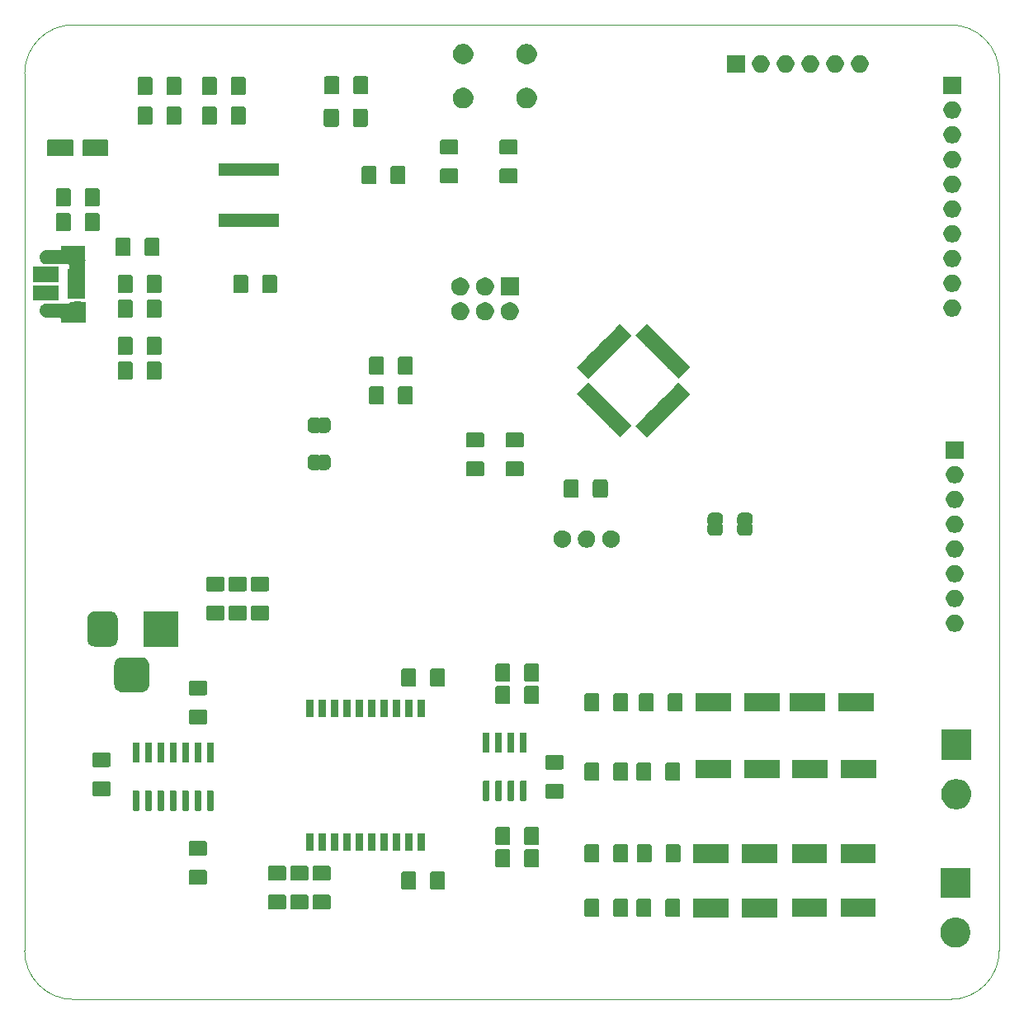
<source format=gbr>
G04 #@! TF.GenerationSoftware,KiCad,Pcbnew,5.1.5-52549c5~86~ubuntu19.10.1*
G04 #@! TF.CreationDate,2020-04-17T16:07:13+02:00*
G04 #@! TF.ProjectId,ArduinoDCC++,41726475-696e-46f4-9443-432b2b2e6b69,v.0.0.1*
G04 #@! TF.SameCoordinates,Original*
G04 #@! TF.FileFunction,Soldermask,Top*
G04 #@! TF.FilePolarity,Negative*
%FSLAX46Y46*%
G04 Gerber Fmt 4.6, Leading zero omitted, Abs format (unit mm)*
G04 Created by KiCad (PCBNEW 5.1.5-52549c5~86~ubuntu19.10.1) date 2020-04-17 16:07:13*
%MOMM*%
%LPD*%
G04 APERTURE LIST*
%ADD10C,0.050000*%
%ADD11C,0.100000*%
G04 APERTURE END LIST*
D10*
X55000000Y-150000000D02*
X145000000Y-150000000D01*
X50000000Y-55000000D02*
X50000000Y-145000000D01*
X145000000Y-50000000D02*
X55000000Y-50000000D01*
X150000000Y-145000000D02*
X150000000Y-55000000D01*
X150000000Y-145000000D02*
G75*
G02X145000000Y-150000000I-5000000J0D01*
G01*
X145000000Y-50000000D02*
G75*
G02X150000000Y-55000000I0J-5000000D01*
G01*
X50000000Y-55000000D02*
G75*
G02X55000000Y-50000000I5000000J0D01*
G01*
X55000000Y-150000000D02*
G75*
G02X50000000Y-145000000I0J5000000D01*
G01*
D11*
G36*
X145806585Y-141620802D02*
G01*
X145956410Y-141650604D01*
X146238674Y-141767521D01*
X146492705Y-141937259D01*
X146708741Y-142153295D01*
X146878479Y-142407326D01*
X146995396Y-142689590D01*
X147055000Y-142989240D01*
X147055000Y-143294760D01*
X146995396Y-143594410D01*
X146878479Y-143876674D01*
X146708741Y-144130705D01*
X146492705Y-144346741D01*
X146238674Y-144516479D01*
X145956410Y-144633396D01*
X145806585Y-144663198D01*
X145656761Y-144693000D01*
X145351239Y-144693000D01*
X145201415Y-144663198D01*
X145051590Y-144633396D01*
X144769326Y-144516479D01*
X144515295Y-144346741D01*
X144299259Y-144130705D01*
X144129521Y-143876674D01*
X144012604Y-143594410D01*
X143953000Y-143294760D01*
X143953000Y-142989240D01*
X144012604Y-142689590D01*
X144129521Y-142407326D01*
X144299259Y-142153295D01*
X144515295Y-141937259D01*
X144769326Y-141767521D01*
X145051590Y-141650604D01*
X145201415Y-141620802D01*
X145351239Y-141591000D01*
X145656761Y-141591000D01*
X145806585Y-141620802D01*
G37*
G36*
X127199000Y-141585000D02*
G01*
X123597000Y-141585000D01*
X123597000Y-139683000D01*
X127199000Y-139683000D01*
X127199000Y-141585000D01*
G37*
G36*
X122199000Y-141585000D02*
G01*
X118597000Y-141585000D01*
X118597000Y-139683000D01*
X122199000Y-139683000D01*
X122199000Y-141585000D01*
G37*
G36*
X132319000Y-141553000D02*
G01*
X128717000Y-141553000D01*
X128717000Y-139651000D01*
X132319000Y-139651000D01*
X132319000Y-141553000D01*
G37*
G36*
X137319000Y-141553000D02*
G01*
X133717000Y-141553000D01*
X133717000Y-139651000D01*
X137319000Y-139651000D01*
X137319000Y-141553000D01*
G37*
G36*
X117124562Y-139680181D02*
G01*
X117159481Y-139690774D01*
X117191663Y-139707976D01*
X117219873Y-139731127D01*
X117243024Y-139759337D01*
X117260226Y-139791519D01*
X117270819Y-139826438D01*
X117275000Y-139868895D01*
X117275000Y-141335105D01*
X117270819Y-141377562D01*
X117260226Y-141412481D01*
X117243024Y-141444663D01*
X117219873Y-141472873D01*
X117191663Y-141496024D01*
X117159481Y-141513226D01*
X117124562Y-141523819D01*
X117082105Y-141528000D01*
X115940895Y-141528000D01*
X115898438Y-141523819D01*
X115863519Y-141513226D01*
X115831337Y-141496024D01*
X115803127Y-141472873D01*
X115779976Y-141444663D01*
X115762774Y-141412481D01*
X115752181Y-141377562D01*
X115748000Y-141335105D01*
X115748000Y-139868895D01*
X115752181Y-139826438D01*
X115762774Y-139791519D01*
X115779976Y-139759337D01*
X115803127Y-139731127D01*
X115831337Y-139707976D01*
X115863519Y-139690774D01*
X115898438Y-139680181D01*
X115940895Y-139676000D01*
X117082105Y-139676000D01*
X117124562Y-139680181D01*
G37*
G36*
X108815562Y-139680181D02*
G01*
X108850481Y-139690774D01*
X108882663Y-139707976D01*
X108910873Y-139731127D01*
X108934024Y-139759337D01*
X108951226Y-139791519D01*
X108961819Y-139826438D01*
X108966000Y-139868895D01*
X108966000Y-141335105D01*
X108961819Y-141377562D01*
X108951226Y-141412481D01*
X108934024Y-141444663D01*
X108910873Y-141472873D01*
X108882663Y-141496024D01*
X108850481Y-141513226D01*
X108815562Y-141523819D01*
X108773105Y-141528000D01*
X107631895Y-141528000D01*
X107589438Y-141523819D01*
X107554519Y-141513226D01*
X107522337Y-141496024D01*
X107494127Y-141472873D01*
X107470976Y-141444663D01*
X107453774Y-141412481D01*
X107443181Y-141377562D01*
X107439000Y-141335105D01*
X107439000Y-139868895D01*
X107443181Y-139826438D01*
X107453774Y-139791519D01*
X107470976Y-139759337D01*
X107494127Y-139731127D01*
X107522337Y-139707976D01*
X107554519Y-139690774D01*
X107589438Y-139680181D01*
X107631895Y-139676000D01*
X108773105Y-139676000D01*
X108815562Y-139680181D01*
G37*
G36*
X111790562Y-139680181D02*
G01*
X111825481Y-139690774D01*
X111857663Y-139707976D01*
X111885873Y-139731127D01*
X111909024Y-139759337D01*
X111926226Y-139791519D01*
X111936819Y-139826438D01*
X111941000Y-139868895D01*
X111941000Y-141335105D01*
X111936819Y-141377562D01*
X111926226Y-141412481D01*
X111909024Y-141444663D01*
X111885873Y-141472873D01*
X111857663Y-141496024D01*
X111825481Y-141513226D01*
X111790562Y-141523819D01*
X111748105Y-141528000D01*
X110606895Y-141528000D01*
X110564438Y-141523819D01*
X110529519Y-141513226D01*
X110497337Y-141496024D01*
X110469127Y-141472873D01*
X110445976Y-141444663D01*
X110428774Y-141412481D01*
X110418181Y-141377562D01*
X110414000Y-141335105D01*
X110414000Y-139868895D01*
X110418181Y-139826438D01*
X110428774Y-139791519D01*
X110445976Y-139759337D01*
X110469127Y-139731127D01*
X110497337Y-139707976D01*
X110529519Y-139690774D01*
X110564438Y-139680181D01*
X110606895Y-139676000D01*
X111748105Y-139676000D01*
X111790562Y-139680181D01*
G37*
G36*
X114149562Y-139680181D02*
G01*
X114184481Y-139690774D01*
X114216663Y-139707976D01*
X114244873Y-139731127D01*
X114268024Y-139759337D01*
X114285226Y-139791519D01*
X114295819Y-139826438D01*
X114300000Y-139868895D01*
X114300000Y-141335105D01*
X114295819Y-141377562D01*
X114285226Y-141412481D01*
X114268024Y-141444663D01*
X114244873Y-141472873D01*
X114216663Y-141496024D01*
X114184481Y-141513226D01*
X114149562Y-141523819D01*
X114107105Y-141528000D01*
X112965895Y-141528000D01*
X112923438Y-141523819D01*
X112888519Y-141513226D01*
X112856337Y-141496024D01*
X112828127Y-141472873D01*
X112804976Y-141444663D01*
X112787774Y-141412481D01*
X112777181Y-141377562D01*
X112773000Y-141335105D01*
X112773000Y-139868895D01*
X112777181Y-139826438D01*
X112787774Y-139791519D01*
X112804976Y-139759337D01*
X112828127Y-139731127D01*
X112856337Y-139707976D01*
X112888519Y-139690774D01*
X112923438Y-139680181D01*
X112965895Y-139676000D01*
X114107105Y-139676000D01*
X114149562Y-139680181D01*
G37*
G36*
X81255562Y-139261681D02*
G01*
X81290481Y-139272274D01*
X81322663Y-139289476D01*
X81350873Y-139312627D01*
X81374024Y-139340837D01*
X81391226Y-139373019D01*
X81401819Y-139407938D01*
X81406000Y-139450395D01*
X81406000Y-140591605D01*
X81401819Y-140634062D01*
X81391226Y-140668981D01*
X81374024Y-140701163D01*
X81350873Y-140729373D01*
X81322663Y-140752524D01*
X81290481Y-140769726D01*
X81255562Y-140780319D01*
X81213105Y-140784500D01*
X79746895Y-140784500D01*
X79704438Y-140780319D01*
X79669519Y-140769726D01*
X79637337Y-140752524D01*
X79609127Y-140729373D01*
X79585976Y-140701163D01*
X79568774Y-140668981D01*
X79558181Y-140634062D01*
X79554000Y-140591605D01*
X79554000Y-139450395D01*
X79558181Y-139407938D01*
X79568774Y-139373019D01*
X79585976Y-139340837D01*
X79609127Y-139312627D01*
X79637337Y-139289476D01*
X79669519Y-139272274D01*
X79704438Y-139261681D01*
X79746895Y-139257500D01*
X81213105Y-139257500D01*
X81255562Y-139261681D01*
G37*
G36*
X76683562Y-139261681D02*
G01*
X76718481Y-139272274D01*
X76750663Y-139289476D01*
X76778873Y-139312627D01*
X76802024Y-139340837D01*
X76819226Y-139373019D01*
X76829819Y-139407938D01*
X76834000Y-139450395D01*
X76834000Y-140591605D01*
X76829819Y-140634062D01*
X76819226Y-140668981D01*
X76802024Y-140701163D01*
X76778873Y-140729373D01*
X76750663Y-140752524D01*
X76718481Y-140769726D01*
X76683562Y-140780319D01*
X76641105Y-140784500D01*
X75174895Y-140784500D01*
X75132438Y-140780319D01*
X75097519Y-140769726D01*
X75065337Y-140752524D01*
X75037127Y-140729373D01*
X75013976Y-140701163D01*
X74996774Y-140668981D01*
X74986181Y-140634062D01*
X74982000Y-140591605D01*
X74982000Y-139450395D01*
X74986181Y-139407938D01*
X74996774Y-139373019D01*
X75013976Y-139340837D01*
X75037127Y-139312627D01*
X75065337Y-139289476D01*
X75097519Y-139272274D01*
X75132438Y-139261681D01*
X75174895Y-139257500D01*
X76641105Y-139257500D01*
X76683562Y-139261681D01*
G37*
G36*
X78969562Y-139261681D02*
G01*
X79004481Y-139272274D01*
X79036663Y-139289476D01*
X79064873Y-139312627D01*
X79088024Y-139340837D01*
X79105226Y-139373019D01*
X79115819Y-139407938D01*
X79120000Y-139450395D01*
X79120000Y-140591605D01*
X79115819Y-140634062D01*
X79105226Y-140668981D01*
X79088024Y-140701163D01*
X79064873Y-140729373D01*
X79036663Y-140752524D01*
X79004481Y-140769726D01*
X78969562Y-140780319D01*
X78927105Y-140784500D01*
X77460895Y-140784500D01*
X77418438Y-140780319D01*
X77383519Y-140769726D01*
X77351337Y-140752524D01*
X77323127Y-140729373D01*
X77299976Y-140701163D01*
X77282774Y-140668981D01*
X77272181Y-140634062D01*
X77268000Y-140591605D01*
X77268000Y-139450395D01*
X77272181Y-139407938D01*
X77282774Y-139373019D01*
X77299976Y-139340837D01*
X77323127Y-139312627D01*
X77351337Y-139289476D01*
X77383519Y-139272274D01*
X77418438Y-139261681D01*
X77460895Y-139257500D01*
X78927105Y-139257500D01*
X78969562Y-139261681D01*
G37*
G36*
X147055000Y-139613000D02*
G01*
X143953000Y-139613000D01*
X143953000Y-136511000D01*
X147055000Y-136511000D01*
X147055000Y-139613000D01*
G37*
G36*
X90019562Y-136886181D02*
G01*
X90054481Y-136896774D01*
X90086663Y-136913976D01*
X90114873Y-136937127D01*
X90138024Y-136965337D01*
X90155226Y-136997519D01*
X90165819Y-137032438D01*
X90170000Y-137074895D01*
X90170000Y-138541105D01*
X90165819Y-138583562D01*
X90155226Y-138618481D01*
X90138024Y-138650663D01*
X90114873Y-138678873D01*
X90086663Y-138702024D01*
X90054481Y-138719226D01*
X90019562Y-138729819D01*
X89977105Y-138734000D01*
X88835895Y-138734000D01*
X88793438Y-138729819D01*
X88758519Y-138719226D01*
X88726337Y-138702024D01*
X88698127Y-138678873D01*
X88674976Y-138650663D01*
X88657774Y-138618481D01*
X88647181Y-138583562D01*
X88643000Y-138541105D01*
X88643000Y-137074895D01*
X88647181Y-137032438D01*
X88657774Y-136997519D01*
X88674976Y-136965337D01*
X88698127Y-136937127D01*
X88726337Y-136913976D01*
X88758519Y-136896774D01*
X88793438Y-136886181D01*
X88835895Y-136882000D01*
X89977105Y-136882000D01*
X90019562Y-136886181D01*
G37*
G36*
X92994562Y-136886181D02*
G01*
X93029481Y-136896774D01*
X93061663Y-136913976D01*
X93089873Y-136937127D01*
X93113024Y-136965337D01*
X93130226Y-136997519D01*
X93140819Y-137032438D01*
X93145000Y-137074895D01*
X93145000Y-138541105D01*
X93140819Y-138583562D01*
X93130226Y-138618481D01*
X93113024Y-138650663D01*
X93089873Y-138678873D01*
X93061663Y-138702024D01*
X93029481Y-138719226D01*
X92994562Y-138729819D01*
X92952105Y-138734000D01*
X91810895Y-138734000D01*
X91768438Y-138729819D01*
X91733519Y-138719226D01*
X91701337Y-138702024D01*
X91673127Y-138678873D01*
X91649976Y-138650663D01*
X91632774Y-138618481D01*
X91622181Y-138583562D01*
X91618000Y-138541105D01*
X91618000Y-137074895D01*
X91622181Y-137032438D01*
X91632774Y-136997519D01*
X91649976Y-136965337D01*
X91673127Y-136937127D01*
X91701337Y-136913976D01*
X91733519Y-136896774D01*
X91768438Y-136886181D01*
X91810895Y-136882000D01*
X92952105Y-136882000D01*
X92994562Y-136886181D01*
G37*
G36*
X68555562Y-136721681D02*
G01*
X68590481Y-136732274D01*
X68622663Y-136749476D01*
X68650873Y-136772627D01*
X68674024Y-136800837D01*
X68691226Y-136833019D01*
X68701819Y-136867938D01*
X68706000Y-136910395D01*
X68706000Y-138051605D01*
X68701819Y-138094062D01*
X68691226Y-138128981D01*
X68674024Y-138161163D01*
X68650873Y-138189373D01*
X68622663Y-138212524D01*
X68590481Y-138229726D01*
X68555562Y-138240319D01*
X68513105Y-138244500D01*
X67046895Y-138244500D01*
X67004438Y-138240319D01*
X66969519Y-138229726D01*
X66937337Y-138212524D01*
X66909127Y-138189373D01*
X66885976Y-138161163D01*
X66868774Y-138128981D01*
X66858181Y-138094062D01*
X66854000Y-138051605D01*
X66854000Y-136910395D01*
X66858181Y-136867938D01*
X66868774Y-136833019D01*
X66885976Y-136800837D01*
X66909127Y-136772627D01*
X66937337Y-136749476D01*
X66969519Y-136732274D01*
X67004438Y-136721681D01*
X67046895Y-136717500D01*
X68513105Y-136717500D01*
X68555562Y-136721681D01*
G37*
G36*
X81255562Y-136286681D02*
G01*
X81290481Y-136297274D01*
X81322663Y-136314476D01*
X81350873Y-136337627D01*
X81374024Y-136365837D01*
X81391226Y-136398019D01*
X81401819Y-136432938D01*
X81406000Y-136475395D01*
X81406000Y-137616605D01*
X81401819Y-137659062D01*
X81391226Y-137693981D01*
X81374024Y-137726163D01*
X81350873Y-137754373D01*
X81322663Y-137777524D01*
X81290481Y-137794726D01*
X81255562Y-137805319D01*
X81213105Y-137809500D01*
X79746895Y-137809500D01*
X79704438Y-137805319D01*
X79669519Y-137794726D01*
X79637337Y-137777524D01*
X79609127Y-137754373D01*
X79585976Y-137726163D01*
X79568774Y-137693981D01*
X79558181Y-137659062D01*
X79554000Y-137616605D01*
X79554000Y-136475395D01*
X79558181Y-136432938D01*
X79568774Y-136398019D01*
X79585976Y-136365837D01*
X79609127Y-136337627D01*
X79637337Y-136314476D01*
X79669519Y-136297274D01*
X79704438Y-136286681D01*
X79746895Y-136282500D01*
X81213105Y-136282500D01*
X81255562Y-136286681D01*
G37*
G36*
X76683562Y-136286681D02*
G01*
X76718481Y-136297274D01*
X76750663Y-136314476D01*
X76778873Y-136337627D01*
X76802024Y-136365837D01*
X76819226Y-136398019D01*
X76829819Y-136432938D01*
X76834000Y-136475395D01*
X76834000Y-137616605D01*
X76829819Y-137659062D01*
X76819226Y-137693981D01*
X76802024Y-137726163D01*
X76778873Y-137754373D01*
X76750663Y-137777524D01*
X76718481Y-137794726D01*
X76683562Y-137805319D01*
X76641105Y-137809500D01*
X75174895Y-137809500D01*
X75132438Y-137805319D01*
X75097519Y-137794726D01*
X75065337Y-137777524D01*
X75037127Y-137754373D01*
X75013976Y-137726163D01*
X74996774Y-137693981D01*
X74986181Y-137659062D01*
X74982000Y-137616605D01*
X74982000Y-136475395D01*
X74986181Y-136432938D01*
X74996774Y-136398019D01*
X75013976Y-136365837D01*
X75037127Y-136337627D01*
X75065337Y-136314476D01*
X75097519Y-136297274D01*
X75132438Y-136286681D01*
X75174895Y-136282500D01*
X76641105Y-136282500D01*
X76683562Y-136286681D01*
G37*
G36*
X78969562Y-136286681D02*
G01*
X79004481Y-136297274D01*
X79036663Y-136314476D01*
X79064873Y-136337627D01*
X79088024Y-136365837D01*
X79105226Y-136398019D01*
X79115819Y-136432938D01*
X79120000Y-136475395D01*
X79120000Y-137616605D01*
X79115819Y-137659062D01*
X79105226Y-137693981D01*
X79088024Y-137726163D01*
X79064873Y-137754373D01*
X79036663Y-137777524D01*
X79004481Y-137794726D01*
X78969562Y-137805319D01*
X78927105Y-137809500D01*
X77460895Y-137809500D01*
X77418438Y-137805319D01*
X77383519Y-137794726D01*
X77351337Y-137777524D01*
X77323127Y-137754373D01*
X77299976Y-137726163D01*
X77282774Y-137693981D01*
X77272181Y-137659062D01*
X77268000Y-137616605D01*
X77268000Y-136475395D01*
X77272181Y-136432938D01*
X77282774Y-136398019D01*
X77299976Y-136365837D01*
X77323127Y-136337627D01*
X77351337Y-136314476D01*
X77383519Y-136297274D01*
X77418438Y-136286681D01*
X77460895Y-136282500D01*
X78927105Y-136282500D01*
X78969562Y-136286681D01*
G37*
G36*
X102646562Y-134600181D02*
G01*
X102681481Y-134610774D01*
X102713663Y-134627976D01*
X102741873Y-134651127D01*
X102765024Y-134679337D01*
X102782226Y-134711519D01*
X102792819Y-134746438D01*
X102797000Y-134788895D01*
X102797000Y-136255105D01*
X102792819Y-136297562D01*
X102782226Y-136332481D01*
X102765024Y-136364663D01*
X102741873Y-136392873D01*
X102713663Y-136416024D01*
X102681481Y-136433226D01*
X102646562Y-136443819D01*
X102604105Y-136448000D01*
X101462895Y-136448000D01*
X101420438Y-136443819D01*
X101385519Y-136433226D01*
X101353337Y-136416024D01*
X101325127Y-136392873D01*
X101301976Y-136364663D01*
X101284774Y-136332481D01*
X101274181Y-136297562D01*
X101270000Y-136255105D01*
X101270000Y-134788895D01*
X101274181Y-134746438D01*
X101284774Y-134711519D01*
X101301976Y-134679337D01*
X101325127Y-134651127D01*
X101353337Y-134627976D01*
X101385519Y-134610774D01*
X101420438Y-134600181D01*
X101462895Y-134596000D01*
X102604105Y-134596000D01*
X102646562Y-134600181D01*
G37*
G36*
X99671562Y-134600181D02*
G01*
X99706481Y-134610774D01*
X99738663Y-134627976D01*
X99766873Y-134651127D01*
X99790024Y-134679337D01*
X99807226Y-134711519D01*
X99817819Y-134746438D01*
X99822000Y-134788895D01*
X99822000Y-136255105D01*
X99817819Y-136297562D01*
X99807226Y-136332481D01*
X99790024Y-136364663D01*
X99766873Y-136392873D01*
X99738663Y-136416024D01*
X99706481Y-136433226D01*
X99671562Y-136443819D01*
X99629105Y-136448000D01*
X98487895Y-136448000D01*
X98445438Y-136443819D01*
X98410519Y-136433226D01*
X98378337Y-136416024D01*
X98350127Y-136392873D01*
X98326976Y-136364663D01*
X98309774Y-136332481D01*
X98299181Y-136297562D01*
X98295000Y-136255105D01*
X98295000Y-134788895D01*
X98299181Y-134746438D01*
X98309774Y-134711519D01*
X98326976Y-134679337D01*
X98350127Y-134651127D01*
X98378337Y-134627976D01*
X98410519Y-134610774D01*
X98445438Y-134600181D01*
X98487895Y-134596000D01*
X99629105Y-134596000D01*
X99671562Y-134600181D01*
G37*
G36*
X127199000Y-135997000D02*
G01*
X123597000Y-135997000D01*
X123597000Y-134095000D01*
X127199000Y-134095000D01*
X127199000Y-135997000D01*
G37*
G36*
X137319000Y-135997000D02*
G01*
X133717000Y-135997000D01*
X133717000Y-134095000D01*
X137319000Y-134095000D01*
X137319000Y-135997000D01*
G37*
G36*
X132319000Y-135997000D02*
G01*
X128717000Y-135997000D01*
X128717000Y-134095000D01*
X132319000Y-134095000D01*
X132319000Y-135997000D01*
G37*
G36*
X122199000Y-135997000D02*
G01*
X118597000Y-135997000D01*
X118597000Y-134095000D01*
X122199000Y-134095000D01*
X122199000Y-135997000D01*
G37*
G36*
X108815562Y-134092181D02*
G01*
X108850481Y-134102774D01*
X108882663Y-134119976D01*
X108910873Y-134143127D01*
X108934024Y-134171337D01*
X108951226Y-134203519D01*
X108961819Y-134238438D01*
X108966000Y-134280895D01*
X108966000Y-135747105D01*
X108961819Y-135789562D01*
X108951226Y-135824481D01*
X108934024Y-135856663D01*
X108910873Y-135884873D01*
X108882663Y-135908024D01*
X108850481Y-135925226D01*
X108815562Y-135935819D01*
X108773105Y-135940000D01*
X107631895Y-135940000D01*
X107589438Y-135935819D01*
X107554519Y-135925226D01*
X107522337Y-135908024D01*
X107494127Y-135884873D01*
X107470976Y-135856663D01*
X107453774Y-135824481D01*
X107443181Y-135789562D01*
X107439000Y-135747105D01*
X107439000Y-134280895D01*
X107443181Y-134238438D01*
X107453774Y-134203519D01*
X107470976Y-134171337D01*
X107494127Y-134143127D01*
X107522337Y-134119976D01*
X107554519Y-134102774D01*
X107589438Y-134092181D01*
X107631895Y-134088000D01*
X108773105Y-134088000D01*
X108815562Y-134092181D01*
G37*
G36*
X111790562Y-134092181D02*
G01*
X111825481Y-134102774D01*
X111857663Y-134119976D01*
X111885873Y-134143127D01*
X111909024Y-134171337D01*
X111926226Y-134203519D01*
X111936819Y-134238438D01*
X111941000Y-134280895D01*
X111941000Y-135747105D01*
X111936819Y-135789562D01*
X111926226Y-135824481D01*
X111909024Y-135856663D01*
X111885873Y-135884873D01*
X111857663Y-135908024D01*
X111825481Y-135925226D01*
X111790562Y-135935819D01*
X111748105Y-135940000D01*
X110606895Y-135940000D01*
X110564438Y-135935819D01*
X110529519Y-135925226D01*
X110497337Y-135908024D01*
X110469127Y-135884873D01*
X110445976Y-135856663D01*
X110428774Y-135824481D01*
X110418181Y-135789562D01*
X110414000Y-135747105D01*
X110414000Y-134280895D01*
X110418181Y-134238438D01*
X110428774Y-134203519D01*
X110445976Y-134171337D01*
X110469127Y-134143127D01*
X110497337Y-134119976D01*
X110529519Y-134102774D01*
X110564438Y-134092181D01*
X110606895Y-134088000D01*
X111748105Y-134088000D01*
X111790562Y-134092181D01*
G37*
G36*
X117161062Y-134092181D02*
G01*
X117195981Y-134102774D01*
X117228163Y-134119976D01*
X117256373Y-134143127D01*
X117279524Y-134171337D01*
X117296726Y-134203519D01*
X117307319Y-134238438D01*
X117311500Y-134280895D01*
X117311500Y-135747105D01*
X117307319Y-135789562D01*
X117296726Y-135824481D01*
X117279524Y-135856663D01*
X117256373Y-135884873D01*
X117228163Y-135908024D01*
X117195981Y-135925226D01*
X117161062Y-135935819D01*
X117118605Y-135940000D01*
X115977395Y-135940000D01*
X115934938Y-135935819D01*
X115900019Y-135925226D01*
X115867837Y-135908024D01*
X115839627Y-135884873D01*
X115816476Y-135856663D01*
X115799274Y-135824481D01*
X115788681Y-135789562D01*
X115784500Y-135747105D01*
X115784500Y-134280895D01*
X115788681Y-134238438D01*
X115799274Y-134203519D01*
X115816476Y-134171337D01*
X115839627Y-134143127D01*
X115867837Y-134119976D01*
X115900019Y-134102774D01*
X115934938Y-134092181D01*
X115977395Y-134088000D01*
X117118605Y-134088000D01*
X117161062Y-134092181D01*
G37*
G36*
X114186062Y-134092181D02*
G01*
X114220981Y-134102774D01*
X114253163Y-134119976D01*
X114281373Y-134143127D01*
X114304524Y-134171337D01*
X114321726Y-134203519D01*
X114332319Y-134238438D01*
X114336500Y-134280895D01*
X114336500Y-135747105D01*
X114332319Y-135789562D01*
X114321726Y-135824481D01*
X114304524Y-135856663D01*
X114281373Y-135884873D01*
X114253163Y-135908024D01*
X114220981Y-135925226D01*
X114186062Y-135935819D01*
X114143605Y-135940000D01*
X113002395Y-135940000D01*
X112959938Y-135935819D01*
X112925019Y-135925226D01*
X112892837Y-135908024D01*
X112864627Y-135884873D01*
X112841476Y-135856663D01*
X112824274Y-135824481D01*
X112813681Y-135789562D01*
X112809500Y-135747105D01*
X112809500Y-134280895D01*
X112813681Y-134238438D01*
X112824274Y-134203519D01*
X112841476Y-134171337D01*
X112864627Y-134143127D01*
X112892837Y-134119976D01*
X112925019Y-134102774D01*
X112959938Y-134092181D01*
X113002395Y-134088000D01*
X114143605Y-134088000D01*
X114186062Y-134092181D01*
G37*
G36*
X68555562Y-133746681D02*
G01*
X68590481Y-133757274D01*
X68622663Y-133774476D01*
X68650873Y-133797627D01*
X68674024Y-133825837D01*
X68691226Y-133858019D01*
X68701819Y-133892938D01*
X68706000Y-133935395D01*
X68706000Y-135076605D01*
X68701819Y-135119062D01*
X68691226Y-135153981D01*
X68674024Y-135186163D01*
X68650873Y-135214373D01*
X68622663Y-135237524D01*
X68590481Y-135254726D01*
X68555562Y-135265319D01*
X68513105Y-135269500D01*
X67046895Y-135269500D01*
X67004438Y-135265319D01*
X66969519Y-135254726D01*
X66937337Y-135237524D01*
X66909127Y-135214373D01*
X66885976Y-135186163D01*
X66868774Y-135153981D01*
X66858181Y-135119062D01*
X66854000Y-135076605D01*
X66854000Y-133935395D01*
X66858181Y-133892938D01*
X66868774Y-133858019D01*
X66885976Y-133825837D01*
X66909127Y-133797627D01*
X66937337Y-133774476D01*
X66969519Y-133757274D01*
X67004438Y-133746681D01*
X67046895Y-133742500D01*
X68513105Y-133742500D01*
X68555562Y-133746681D01*
G37*
G36*
X79686000Y-134751000D02*
G01*
X78884000Y-134751000D01*
X78884000Y-132949000D01*
X79686000Y-132949000D01*
X79686000Y-134751000D01*
G37*
G36*
X91116000Y-134751000D02*
G01*
X90314000Y-134751000D01*
X90314000Y-132949000D01*
X91116000Y-132949000D01*
X91116000Y-134751000D01*
G37*
G36*
X89846000Y-134751000D02*
G01*
X89044000Y-134751000D01*
X89044000Y-132949000D01*
X89846000Y-132949000D01*
X89846000Y-134751000D01*
G37*
G36*
X84766000Y-134751000D02*
G01*
X83964000Y-134751000D01*
X83964000Y-132949000D01*
X84766000Y-132949000D01*
X84766000Y-134751000D01*
G37*
G36*
X88576000Y-134751000D02*
G01*
X87774000Y-134751000D01*
X87774000Y-132949000D01*
X88576000Y-132949000D01*
X88576000Y-134751000D01*
G37*
G36*
X86036000Y-134751000D02*
G01*
X85234000Y-134751000D01*
X85234000Y-132949000D01*
X86036000Y-132949000D01*
X86036000Y-134751000D01*
G37*
G36*
X83496000Y-134751000D02*
G01*
X82694000Y-134751000D01*
X82694000Y-132949000D01*
X83496000Y-132949000D01*
X83496000Y-134751000D01*
G37*
G36*
X82226000Y-134751000D02*
G01*
X81424000Y-134751000D01*
X81424000Y-132949000D01*
X82226000Y-132949000D01*
X82226000Y-134751000D01*
G37*
G36*
X80956000Y-134751000D02*
G01*
X80154000Y-134751000D01*
X80154000Y-132949000D01*
X80956000Y-132949000D01*
X80956000Y-134751000D01*
G37*
G36*
X87306000Y-134751000D02*
G01*
X86504000Y-134751000D01*
X86504000Y-132949000D01*
X87306000Y-132949000D01*
X87306000Y-134751000D01*
G37*
G36*
X102646562Y-132314181D02*
G01*
X102681481Y-132324774D01*
X102713663Y-132341976D01*
X102741873Y-132365127D01*
X102765024Y-132393337D01*
X102782226Y-132425519D01*
X102792819Y-132460438D01*
X102797000Y-132502895D01*
X102797000Y-133969105D01*
X102792819Y-134011562D01*
X102782226Y-134046481D01*
X102765024Y-134078663D01*
X102741873Y-134106873D01*
X102713663Y-134130024D01*
X102681481Y-134147226D01*
X102646562Y-134157819D01*
X102604105Y-134162000D01*
X101462895Y-134162000D01*
X101420438Y-134157819D01*
X101385519Y-134147226D01*
X101353337Y-134130024D01*
X101325127Y-134106873D01*
X101301976Y-134078663D01*
X101284774Y-134046481D01*
X101274181Y-134011562D01*
X101270000Y-133969105D01*
X101270000Y-132502895D01*
X101274181Y-132460438D01*
X101284774Y-132425519D01*
X101301976Y-132393337D01*
X101325127Y-132365127D01*
X101353337Y-132341976D01*
X101385519Y-132324774D01*
X101420438Y-132314181D01*
X101462895Y-132310000D01*
X102604105Y-132310000D01*
X102646562Y-132314181D01*
G37*
G36*
X99671562Y-132314181D02*
G01*
X99706481Y-132324774D01*
X99738663Y-132341976D01*
X99766873Y-132365127D01*
X99790024Y-132393337D01*
X99807226Y-132425519D01*
X99817819Y-132460438D01*
X99822000Y-132502895D01*
X99822000Y-133969105D01*
X99817819Y-134011562D01*
X99807226Y-134046481D01*
X99790024Y-134078663D01*
X99766873Y-134106873D01*
X99738663Y-134130024D01*
X99706481Y-134147226D01*
X99671562Y-134157819D01*
X99629105Y-134162000D01*
X98487895Y-134162000D01*
X98445438Y-134157819D01*
X98410519Y-134147226D01*
X98378337Y-134130024D01*
X98350127Y-134106873D01*
X98326976Y-134078663D01*
X98309774Y-134046481D01*
X98299181Y-134011562D01*
X98295000Y-133969105D01*
X98295000Y-132502895D01*
X98299181Y-132460438D01*
X98309774Y-132425519D01*
X98326976Y-132393337D01*
X98350127Y-132365127D01*
X98378337Y-132341976D01*
X98410519Y-132324774D01*
X98445438Y-132314181D01*
X98487895Y-132310000D01*
X99629105Y-132310000D01*
X99671562Y-132314181D01*
G37*
G36*
X65499928Y-128591764D02*
G01*
X65521009Y-128598160D01*
X65540445Y-128608548D01*
X65557476Y-128622524D01*
X65571452Y-128639555D01*
X65581840Y-128658991D01*
X65588236Y-128680072D01*
X65591000Y-128708140D01*
X65591000Y-130521860D01*
X65588236Y-130549928D01*
X65581840Y-130571009D01*
X65571452Y-130590445D01*
X65557476Y-130607476D01*
X65540445Y-130621452D01*
X65521009Y-130631840D01*
X65499928Y-130638236D01*
X65471860Y-130641000D01*
X65008140Y-130641000D01*
X64980072Y-130638236D01*
X64958991Y-130631840D01*
X64939555Y-130621452D01*
X64922524Y-130607476D01*
X64908548Y-130590445D01*
X64898160Y-130571009D01*
X64891764Y-130549928D01*
X64889000Y-130521860D01*
X64889000Y-128708140D01*
X64891764Y-128680072D01*
X64898160Y-128658991D01*
X64908548Y-128639555D01*
X64922524Y-128622524D01*
X64939555Y-128608548D01*
X64958991Y-128598160D01*
X64980072Y-128591764D01*
X65008140Y-128589000D01*
X65471860Y-128589000D01*
X65499928Y-128591764D01*
G37*
G36*
X64229928Y-128591764D02*
G01*
X64251009Y-128598160D01*
X64270445Y-128608548D01*
X64287476Y-128622524D01*
X64301452Y-128639555D01*
X64311840Y-128658991D01*
X64318236Y-128680072D01*
X64321000Y-128708140D01*
X64321000Y-130521860D01*
X64318236Y-130549928D01*
X64311840Y-130571009D01*
X64301452Y-130590445D01*
X64287476Y-130607476D01*
X64270445Y-130621452D01*
X64251009Y-130631840D01*
X64229928Y-130638236D01*
X64201860Y-130641000D01*
X63738140Y-130641000D01*
X63710072Y-130638236D01*
X63688991Y-130631840D01*
X63669555Y-130621452D01*
X63652524Y-130607476D01*
X63638548Y-130590445D01*
X63628160Y-130571009D01*
X63621764Y-130549928D01*
X63619000Y-130521860D01*
X63619000Y-128708140D01*
X63621764Y-128680072D01*
X63628160Y-128658991D01*
X63638548Y-128639555D01*
X63652524Y-128622524D01*
X63669555Y-128608548D01*
X63688991Y-128598160D01*
X63710072Y-128591764D01*
X63738140Y-128589000D01*
X64201860Y-128589000D01*
X64229928Y-128591764D01*
G37*
G36*
X66769928Y-128591764D02*
G01*
X66791009Y-128598160D01*
X66810445Y-128608548D01*
X66827476Y-128622524D01*
X66841452Y-128639555D01*
X66851840Y-128658991D01*
X66858236Y-128680072D01*
X66861000Y-128708140D01*
X66861000Y-130521860D01*
X66858236Y-130549928D01*
X66851840Y-130571009D01*
X66841452Y-130590445D01*
X66827476Y-130607476D01*
X66810445Y-130621452D01*
X66791009Y-130631840D01*
X66769928Y-130638236D01*
X66741860Y-130641000D01*
X66278140Y-130641000D01*
X66250072Y-130638236D01*
X66228991Y-130631840D01*
X66209555Y-130621452D01*
X66192524Y-130607476D01*
X66178548Y-130590445D01*
X66168160Y-130571009D01*
X66161764Y-130549928D01*
X66159000Y-130521860D01*
X66159000Y-128708140D01*
X66161764Y-128680072D01*
X66168160Y-128658991D01*
X66178548Y-128639555D01*
X66192524Y-128622524D01*
X66209555Y-128608548D01*
X66228991Y-128598160D01*
X66250072Y-128591764D01*
X66278140Y-128589000D01*
X66741860Y-128589000D01*
X66769928Y-128591764D01*
G37*
G36*
X62959928Y-128591764D02*
G01*
X62981009Y-128598160D01*
X63000445Y-128608548D01*
X63017476Y-128622524D01*
X63031452Y-128639555D01*
X63041840Y-128658991D01*
X63048236Y-128680072D01*
X63051000Y-128708140D01*
X63051000Y-130521860D01*
X63048236Y-130549928D01*
X63041840Y-130571009D01*
X63031452Y-130590445D01*
X63017476Y-130607476D01*
X63000445Y-130621452D01*
X62981009Y-130631840D01*
X62959928Y-130638236D01*
X62931860Y-130641000D01*
X62468140Y-130641000D01*
X62440072Y-130638236D01*
X62418991Y-130631840D01*
X62399555Y-130621452D01*
X62382524Y-130607476D01*
X62368548Y-130590445D01*
X62358160Y-130571009D01*
X62351764Y-130549928D01*
X62349000Y-130521860D01*
X62349000Y-128708140D01*
X62351764Y-128680072D01*
X62358160Y-128658991D01*
X62368548Y-128639555D01*
X62382524Y-128622524D01*
X62399555Y-128608548D01*
X62418991Y-128598160D01*
X62440072Y-128591764D01*
X62468140Y-128589000D01*
X62931860Y-128589000D01*
X62959928Y-128591764D01*
G37*
G36*
X61689928Y-128591764D02*
G01*
X61711009Y-128598160D01*
X61730445Y-128608548D01*
X61747476Y-128622524D01*
X61761452Y-128639555D01*
X61771840Y-128658991D01*
X61778236Y-128680072D01*
X61781000Y-128708140D01*
X61781000Y-130521860D01*
X61778236Y-130549928D01*
X61771840Y-130571009D01*
X61761452Y-130590445D01*
X61747476Y-130607476D01*
X61730445Y-130621452D01*
X61711009Y-130631840D01*
X61689928Y-130638236D01*
X61661860Y-130641000D01*
X61198140Y-130641000D01*
X61170072Y-130638236D01*
X61148991Y-130631840D01*
X61129555Y-130621452D01*
X61112524Y-130607476D01*
X61098548Y-130590445D01*
X61088160Y-130571009D01*
X61081764Y-130549928D01*
X61079000Y-130521860D01*
X61079000Y-128708140D01*
X61081764Y-128680072D01*
X61088160Y-128658991D01*
X61098548Y-128639555D01*
X61112524Y-128622524D01*
X61129555Y-128608548D01*
X61148991Y-128598160D01*
X61170072Y-128591764D01*
X61198140Y-128589000D01*
X61661860Y-128589000D01*
X61689928Y-128591764D01*
G37*
G36*
X69309928Y-128591764D02*
G01*
X69331009Y-128598160D01*
X69350445Y-128608548D01*
X69367476Y-128622524D01*
X69381452Y-128639555D01*
X69391840Y-128658991D01*
X69398236Y-128680072D01*
X69401000Y-128708140D01*
X69401000Y-130521860D01*
X69398236Y-130549928D01*
X69391840Y-130571009D01*
X69381452Y-130590445D01*
X69367476Y-130607476D01*
X69350445Y-130621452D01*
X69331009Y-130631840D01*
X69309928Y-130638236D01*
X69281860Y-130641000D01*
X68818140Y-130641000D01*
X68790072Y-130638236D01*
X68768991Y-130631840D01*
X68749555Y-130621452D01*
X68732524Y-130607476D01*
X68718548Y-130590445D01*
X68708160Y-130571009D01*
X68701764Y-130549928D01*
X68699000Y-130521860D01*
X68699000Y-128708140D01*
X68701764Y-128680072D01*
X68708160Y-128658991D01*
X68718548Y-128639555D01*
X68732524Y-128622524D01*
X68749555Y-128608548D01*
X68768991Y-128598160D01*
X68790072Y-128591764D01*
X68818140Y-128589000D01*
X69281860Y-128589000D01*
X69309928Y-128591764D01*
G37*
G36*
X68039928Y-128591764D02*
G01*
X68061009Y-128598160D01*
X68080445Y-128608548D01*
X68097476Y-128622524D01*
X68111452Y-128639555D01*
X68121840Y-128658991D01*
X68128236Y-128680072D01*
X68131000Y-128708140D01*
X68131000Y-130521860D01*
X68128236Y-130549928D01*
X68121840Y-130571009D01*
X68111452Y-130590445D01*
X68097476Y-130607476D01*
X68080445Y-130621452D01*
X68061009Y-130631840D01*
X68039928Y-130638236D01*
X68011860Y-130641000D01*
X67548140Y-130641000D01*
X67520072Y-130638236D01*
X67498991Y-130631840D01*
X67479555Y-130621452D01*
X67462524Y-130607476D01*
X67448548Y-130590445D01*
X67438160Y-130571009D01*
X67431764Y-130549928D01*
X67429000Y-130521860D01*
X67429000Y-128708140D01*
X67431764Y-128680072D01*
X67438160Y-128658991D01*
X67448548Y-128639555D01*
X67462524Y-128622524D01*
X67479555Y-128608548D01*
X67498991Y-128598160D01*
X67520072Y-128591764D01*
X67548140Y-128589000D01*
X68011860Y-128589000D01*
X68039928Y-128591764D01*
G37*
G36*
X145890585Y-127428802D02*
G01*
X146040410Y-127458604D01*
X146322674Y-127575521D01*
X146576705Y-127745259D01*
X146792741Y-127961295D01*
X146962479Y-128215326D01*
X147079396Y-128497590D01*
X147098128Y-128591764D01*
X147139000Y-128797239D01*
X147139000Y-129102761D01*
X147135128Y-129122226D01*
X147079396Y-129402410D01*
X146962479Y-129684674D01*
X146792741Y-129938705D01*
X146576705Y-130154741D01*
X146322674Y-130324479D01*
X146040410Y-130441396D01*
X145919231Y-130465500D01*
X145740761Y-130501000D01*
X145435239Y-130501000D01*
X145256769Y-130465500D01*
X145135590Y-130441396D01*
X144853326Y-130324479D01*
X144599295Y-130154741D01*
X144383259Y-129938705D01*
X144213521Y-129684674D01*
X144096604Y-129402410D01*
X144040872Y-129122226D01*
X144037000Y-129102761D01*
X144037000Y-128797239D01*
X144077872Y-128591764D01*
X144096604Y-128497590D01*
X144213521Y-128215326D01*
X144383259Y-127961295D01*
X144599295Y-127745259D01*
X144853326Y-127575521D01*
X145135590Y-127458604D01*
X145285415Y-127428802D01*
X145435239Y-127399000D01*
X145740761Y-127399000D01*
X145890585Y-127428802D01*
G37*
G36*
X100170928Y-127575764D02*
G01*
X100192009Y-127582160D01*
X100211445Y-127592548D01*
X100228476Y-127606524D01*
X100242452Y-127623555D01*
X100252840Y-127642991D01*
X100259236Y-127664072D01*
X100262000Y-127692140D01*
X100262000Y-129505860D01*
X100259236Y-129533928D01*
X100252840Y-129555009D01*
X100242452Y-129574445D01*
X100228476Y-129591476D01*
X100211445Y-129605452D01*
X100192009Y-129615840D01*
X100170928Y-129622236D01*
X100142860Y-129625000D01*
X99679140Y-129625000D01*
X99651072Y-129622236D01*
X99629991Y-129615840D01*
X99610555Y-129605452D01*
X99593524Y-129591476D01*
X99579548Y-129574445D01*
X99569160Y-129555009D01*
X99562764Y-129533928D01*
X99560000Y-129505860D01*
X99560000Y-127692140D01*
X99562764Y-127664072D01*
X99569160Y-127642991D01*
X99579548Y-127623555D01*
X99593524Y-127606524D01*
X99610555Y-127592548D01*
X99629991Y-127582160D01*
X99651072Y-127575764D01*
X99679140Y-127573000D01*
X100142860Y-127573000D01*
X100170928Y-127575764D01*
G37*
G36*
X98900928Y-127575764D02*
G01*
X98922009Y-127582160D01*
X98941445Y-127592548D01*
X98958476Y-127606524D01*
X98972452Y-127623555D01*
X98982840Y-127642991D01*
X98989236Y-127664072D01*
X98992000Y-127692140D01*
X98992000Y-129505860D01*
X98989236Y-129533928D01*
X98982840Y-129555009D01*
X98972452Y-129574445D01*
X98958476Y-129591476D01*
X98941445Y-129605452D01*
X98922009Y-129615840D01*
X98900928Y-129622236D01*
X98872860Y-129625000D01*
X98409140Y-129625000D01*
X98381072Y-129622236D01*
X98359991Y-129615840D01*
X98340555Y-129605452D01*
X98323524Y-129591476D01*
X98309548Y-129574445D01*
X98299160Y-129555009D01*
X98292764Y-129533928D01*
X98290000Y-129505860D01*
X98290000Y-127692140D01*
X98292764Y-127664072D01*
X98299160Y-127642991D01*
X98309548Y-127623555D01*
X98323524Y-127606524D01*
X98340555Y-127592548D01*
X98359991Y-127582160D01*
X98381072Y-127575764D01*
X98409140Y-127573000D01*
X98872860Y-127573000D01*
X98900928Y-127575764D01*
G37*
G36*
X101440928Y-127575764D02*
G01*
X101462009Y-127582160D01*
X101481445Y-127592548D01*
X101498476Y-127606524D01*
X101512452Y-127623555D01*
X101522840Y-127642991D01*
X101529236Y-127664072D01*
X101532000Y-127692140D01*
X101532000Y-129505860D01*
X101529236Y-129533928D01*
X101522840Y-129555009D01*
X101512452Y-129574445D01*
X101498476Y-129591476D01*
X101481445Y-129605452D01*
X101462009Y-129615840D01*
X101440928Y-129622236D01*
X101412860Y-129625000D01*
X100949140Y-129625000D01*
X100921072Y-129622236D01*
X100899991Y-129615840D01*
X100880555Y-129605452D01*
X100863524Y-129591476D01*
X100849548Y-129574445D01*
X100839160Y-129555009D01*
X100832764Y-129533928D01*
X100830000Y-129505860D01*
X100830000Y-127692140D01*
X100832764Y-127664072D01*
X100839160Y-127642991D01*
X100849548Y-127623555D01*
X100863524Y-127606524D01*
X100880555Y-127592548D01*
X100899991Y-127582160D01*
X100921072Y-127575764D01*
X100949140Y-127573000D01*
X101412860Y-127573000D01*
X101440928Y-127575764D01*
G37*
G36*
X97630928Y-127575764D02*
G01*
X97652009Y-127582160D01*
X97671445Y-127592548D01*
X97688476Y-127606524D01*
X97702452Y-127623555D01*
X97712840Y-127642991D01*
X97719236Y-127664072D01*
X97722000Y-127692140D01*
X97722000Y-129505860D01*
X97719236Y-129533928D01*
X97712840Y-129555009D01*
X97702452Y-129574445D01*
X97688476Y-129591476D01*
X97671445Y-129605452D01*
X97652009Y-129615840D01*
X97630928Y-129622236D01*
X97602860Y-129625000D01*
X97139140Y-129625000D01*
X97111072Y-129622236D01*
X97089991Y-129615840D01*
X97070555Y-129605452D01*
X97053524Y-129591476D01*
X97039548Y-129574445D01*
X97029160Y-129555009D01*
X97022764Y-129533928D01*
X97020000Y-129505860D01*
X97020000Y-127692140D01*
X97022764Y-127664072D01*
X97029160Y-127642991D01*
X97039548Y-127623555D01*
X97053524Y-127606524D01*
X97070555Y-127592548D01*
X97089991Y-127582160D01*
X97111072Y-127575764D01*
X97139140Y-127573000D01*
X97602860Y-127573000D01*
X97630928Y-127575764D01*
G37*
G36*
X105131562Y-127868181D02*
G01*
X105166481Y-127878774D01*
X105198663Y-127895976D01*
X105226873Y-127919127D01*
X105250024Y-127947337D01*
X105267226Y-127979519D01*
X105277819Y-128014438D01*
X105282000Y-128056895D01*
X105282000Y-129198105D01*
X105277819Y-129240562D01*
X105267226Y-129275481D01*
X105250024Y-129307663D01*
X105226873Y-129335873D01*
X105198663Y-129359024D01*
X105166481Y-129376226D01*
X105131562Y-129386819D01*
X105089105Y-129391000D01*
X103622895Y-129391000D01*
X103580438Y-129386819D01*
X103545519Y-129376226D01*
X103513337Y-129359024D01*
X103485127Y-129335873D01*
X103461976Y-129307663D01*
X103444774Y-129275481D01*
X103434181Y-129240562D01*
X103430000Y-129198105D01*
X103430000Y-128056895D01*
X103434181Y-128014438D01*
X103444774Y-127979519D01*
X103461976Y-127947337D01*
X103485127Y-127919127D01*
X103513337Y-127895976D01*
X103545519Y-127878774D01*
X103580438Y-127868181D01*
X103622895Y-127864000D01*
X105089105Y-127864000D01*
X105131562Y-127868181D01*
G37*
G36*
X58649562Y-127614181D02*
G01*
X58684481Y-127624774D01*
X58716663Y-127641976D01*
X58744873Y-127665127D01*
X58768024Y-127693337D01*
X58785226Y-127725519D01*
X58795819Y-127760438D01*
X58800000Y-127802895D01*
X58800000Y-128944105D01*
X58795819Y-128986562D01*
X58785226Y-129021481D01*
X58768024Y-129053663D01*
X58744873Y-129081873D01*
X58716663Y-129105024D01*
X58684481Y-129122226D01*
X58649562Y-129132819D01*
X58607105Y-129137000D01*
X57140895Y-129137000D01*
X57098438Y-129132819D01*
X57063519Y-129122226D01*
X57031337Y-129105024D01*
X57003127Y-129081873D01*
X56979976Y-129053663D01*
X56962774Y-129021481D01*
X56952181Y-128986562D01*
X56948000Y-128944105D01*
X56948000Y-127802895D01*
X56952181Y-127760438D01*
X56962774Y-127725519D01*
X56979976Y-127693337D01*
X57003127Y-127665127D01*
X57031337Y-127641976D01*
X57063519Y-127624774D01*
X57098438Y-127614181D01*
X57140895Y-127610000D01*
X58607105Y-127610000D01*
X58649562Y-127614181D01*
G37*
G36*
X117124562Y-125710181D02*
G01*
X117159481Y-125720774D01*
X117191663Y-125737976D01*
X117219873Y-125761127D01*
X117243024Y-125789337D01*
X117260226Y-125821519D01*
X117270819Y-125856438D01*
X117275000Y-125898895D01*
X117275000Y-127365105D01*
X117270819Y-127407562D01*
X117260226Y-127442481D01*
X117243024Y-127474663D01*
X117219873Y-127502873D01*
X117191663Y-127526024D01*
X117159481Y-127543226D01*
X117124562Y-127553819D01*
X117082105Y-127558000D01*
X115940895Y-127558000D01*
X115898438Y-127553819D01*
X115863519Y-127543226D01*
X115831337Y-127526024D01*
X115803127Y-127502873D01*
X115779976Y-127474663D01*
X115762774Y-127442481D01*
X115752181Y-127407562D01*
X115748000Y-127365105D01*
X115748000Y-125898895D01*
X115752181Y-125856438D01*
X115762774Y-125821519D01*
X115779976Y-125789337D01*
X115803127Y-125761127D01*
X115831337Y-125737976D01*
X115863519Y-125720774D01*
X115898438Y-125710181D01*
X115940895Y-125706000D01*
X117082105Y-125706000D01*
X117124562Y-125710181D01*
G37*
G36*
X114149562Y-125710181D02*
G01*
X114184481Y-125720774D01*
X114216663Y-125737976D01*
X114244873Y-125761127D01*
X114268024Y-125789337D01*
X114285226Y-125821519D01*
X114295819Y-125856438D01*
X114300000Y-125898895D01*
X114300000Y-127365105D01*
X114295819Y-127407562D01*
X114285226Y-127442481D01*
X114268024Y-127474663D01*
X114244873Y-127502873D01*
X114216663Y-127526024D01*
X114184481Y-127543226D01*
X114149562Y-127553819D01*
X114107105Y-127558000D01*
X112965895Y-127558000D01*
X112923438Y-127553819D01*
X112888519Y-127543226D01*
X112856337Y-127526024D01*
X112828127Y-127502873D01*
X112804976Y-127474663D01*
X112787774Y-127442481D01*
X112777181Y-127407562D01*
X112773000Y-127365105D01*
X112773000Y-125898895D01*
X112777181Y-125856438D01*
X112787774Y-125821519D01*
X112804976Y-125789337D01*
X112828127Y-125761127D01*
X112856337Y-125737976D01*
X112888519Y-125720774D01*
X112923438Y-125710181D01*
X112965895Y-125706000D01*
X114107105Y-125706000D01*
X114149562Y-125710181D01*
G37*
G36*
X111790562Y-125710181D02*
G01*
X111825481Y-125720774D01*
X111857663Y-125737976D01*
X111885873Y-125761127D01*
X111909024Y-125789337D01*
X111926226Y-125821519D01*
X111936819Y-125856438D01*
X111941000Y-125898895D01*
X111941000Y-127365105D01*
X111936819Y-127407562D01*
X111926226Y-127442481D01*
X111909024Y-127474663D01*
X111885873Y-127502873D01*
X111857663Y-127526024D01*
X111825481Y-127543226D01*
X111790562Y-127553819D01*
X111748105Y-127558000D01*
X110606895Y-127558000D01*
X110564438Y-127553819D01*
X110529519Y-127543226D01*
X110497337Y-127526024D01*
X110469127Y-127502873D01*
X110445976Y-127474663D01*
X110428774Y-127442481D01*
X110418181Y-127407562D01*
X110414000Y-127365105D01*
X110414000Y-125898895D01*
X110418181Y-125856438D01*
X110428774Y-125821519D01*
X110445976Y-125789337D01*
X110469127Y-125761127D01*
X110497337Y-125737976D01*
X110529519Y-125720774D01*
X110564438Y-125710181D01*
X110606895Y-125706000D01*
X111748105Y-125706000D01*
X111790562Y-125710181D01*
G37*
G36*
X108815562Y-125710181D02*
G01*
X108850481Y-125720774D01*
X108882663Y-125737976D01*
X108910873Y-125761127D01*
X108934024Y-125789337D01*
X108951226Y-125821519D01*
X108961819Y-125856438D01*
X108966000Y-125898895D01*
X108966000Y-127365105D01*
X108961819Y-127407562D01*
X108951226Y-127442481D01*
X108934024Y-127474663D01*
X108910873Y-127502873D01*
X108882663Y-127526024D01*
X108850481Y-127543226D01*
X108815562Y-127553819D01*
X108773105Y-127558000D01*
X107631895Y-127558000D01*
X107589438Y-127553819D01*
X107554519Y-127543226D01*
X107522337Y-127526024D01*
X107494127Y-127502873D01*
X107470976Y-127474663D01*
X107453774Y-127442481D01*
X107443181Y-127407562D01*
X107439000Y-127365105D01*
X107439000Y-125898895D01*
X107443181Y-125856438D01*
X107453774Y-125821519D01*
X107470976Y-125789337D01*
X107494127Y-125761127D01*
X107522337Y-125737976D01*
X107554519Y-125720774D01*
X107589438Y-125710181D01*
X107631895Y-125706000D01*
X108773105Y-125706000D01*
X108815562Y-125710181D01*
G37*
G36*
X137359000Y-127329000D02*
G01*
X133757000Y-127329000D01*
X133757000Y-125427000D01*
X137359000Y-125427000D01*
X137359000Y-127329000D01*
G37*
G36*
X127453000Y-127329000D02*
G01*
X123851000Y-127329000D01*
X123851000Y-125427000D01*
X127453000Y-125427000D01*
X127453000Y-127329000D01*
G37*
G36*
X122453000Y-127329000D02*
G01*
X118851000Y-127329000D01*
X118851000Y-125427000D01*
X122453000Y-125427000D01*
X122453000Y-127329000D01*
G37*
G36*
X132359000Y-127329000D02*
G01*
X128757000Y-127329000D01*
X128757000Y-125427000D01*
X132359000Y-125427000D01*
X132359000Y-127329000D01*
G37*
G36*
X105131562Y-124893181D02*
G01*
X105166481Y-124903774D01*
X105198663Y-124920976D01*
X105226873Y-124944127D01*
X105250024Y-124972337D01*
X105267226Y-125004519D01*
X105277819Y-125039438D01*
X105282000Y-125081895D01*
X105282000Y-126223105D01*
X105277819Y-126265562D01*
X105267226Y-126300481D01*
X105250024Y-126332663D01*
X105226873Y-126360873D01*
X105198663Y-126384024D01*
X105166481Y-126401226D01*
X105131562Y-126411819D01*
X105089105Y-126416000D01*
X103622895Y-126416000D01*
X103580438Y-126411819D01*
X103545519Y-126401226D01*
X103513337Y-126384024D01*
X103485127Y-126360873D01*
X103461976Y-126332663D01*
X103444774Y-126300481D01*
X103434181Y-126265562D01*
X103430000Y-126223105D01*
X103430000Y-125081895D01*
X103434181Y-125039438D01*
X103444774Y-125004519D01*
X103461976Y-124972337D01*
X103485127Y-124944127D01*
X103513337Y-124920976D01*
X103545519Y-124903774D01*
X103580438Y-124893181D01*
X103622895Y-124889000D01*
X105089105Y-124889000D01*
X105131562Y-124893181D01*
G37*
G36*
X58649562Y-124639181D02*
G01*
X58684481Y-124649774D01*
X58716663Y-124666976D01*
X58744873Y-124690127D01*
X58768024Y-124718337D01*
X58785226Y-124750519D01*
X58795819Y-124785438D01*
X58800000Y-124827895D01*
X58800000Y-125969105D01*
X58795819Y-126011562D01*
X58785226Y-126046481D01*
X58768024Y-126078663D01*
X58744873Y-126106873D01*
X58716663Y-126130024D01*
X58684481Y-126147226D01*
X58649562Y-126157819D01*
X58607105Y-126162000D01*
X57140895Y-126162000D01*
X57098438Y-126157819D01*
X57063519Y-126147226D01*
X57031337Y-126130024D01*
X57003127Y-126106873D01*
X56979976Y-126078663D01*
X56962774Y-126046481D01*
X56952181Y-126011562D01*
X56948000Y-125969105D01*
X56948000Y-124827895D01*
X56952181Y-124785438D01*
X56962774Y-124750519D01*
X56979976Y-124718337D01*
X57003127Y-124690127D01*
X57031337Y-124666976D01*
X57063519Y-124649774D01*
X57098438Y-124639181D01*
X57140895Y-124635000D01*
X58607105Y-124635000D01*
X58649562Y-124639181D01*
G37*
G36*
X65499928Y-123641764D02*
G01*
X65521009Y-123648160D01*
X65540445Y-123658548D01*
X65557476Y-123672524D01*
X65571452Y-123689555D01*
X65581840Y-123708991D01*
X65588236Y-123730072D01*
X65591000Y-123758140D01*
X65591000Y-125571860D01*
X65588236Y-125599928D01*
X65581840Y-125621009D01*
X65571452Y-125640445D01*
X65557476Y-125657476D01*
X65540445Y-125671452D01*
X65521009Y-125681840D01*
X65499928Y-125688236D01*
X65471860Y-125691000D01*
X65008140Y-125691000D01*
X64980072Y-125688236D01*
X64958991Y-125681840D01*
X64939555Y-125671452D01*
X64922524Y-125657476D01*
X64908548Y-125640445D01*
X64898160Y-125621009D01*
X64891764Y-125599928D01*
X64889000Y-125571860D01*
X64889000Y-123758140D01*
X64891764Y-123730072D01*
X64898160Y-123708991D01*
X64908548Y-123689555D01*
X64922524Y-123672524D01*
X64939555Y-123658548D01*
X64958991Y-123648160D01*
X64980072Y-123641764D01*
X65008140Y-123639000D01*
X65471860Y-123639000D01*
X65499928Y-123641764D01*
G37*
G36*
X64229928Y-123641764D02*
G01*
X64251009Y-123648160D01*
X64270445Y-123658548D01*
X64287476Y-123672524D01*
X64301452Y-123689555D01*
X64311840Y-123708991D01*
X64318236Y-123730072D01*
X64321000Y-123758140D01*
X64321000Y-125571860D01*
X64318236Y-125599928D01*
X64311840Y-125621009D01*
X64301452Y-125640445D01*
X64287476Y-125657476D01*
X64270445Y-125671452D01*
X64251009Y-125681840D01*
X64229928Y-125688236D01*
X64201860Y-125691000D01*
X63738140Y-125691000D01*
X63710072Y-125688236D01*
X63688991Y-125681840D01*
X63669555Y-125671452D01*
X63652524Y-125657476D01*
X63638548Y-125640445D01*
X63628160Y-125621009D01*
X63621764Y-125599928D01*
X63619000Y-125571860D01*
X63619000Y-123758140D01*
X63621764Y-123730072D01*
X63628160Y-123708991D01*
X63638548Y-123689555D01*
X63652524Y-123672524D01*
X63669555Y-123658548D01*
X63688991Y-123648160D01*
X63710072Y-123641764D01*
X63738140Y-123639000D01*
X64201860Y-123639000D01*
X64229928Y-123641764D01*
G37*
G36*
X62959928Y-123641764D02*
G01*
X62981009Y-123648160D01*
X63000445Y-123658548D01*
X63017476Y-123672524D01*
X63031452Y-123689555D01*
X63041840Y-123708991D01*
X63048236Y-123730072D01*
X63051000Y-123758140D01*
X63051000Y-125571860D01*
X63048236Y-125599928D01*
X63041840Y-125621009D01*
X63031452Y-125640445D01*
X63017476Y-125657476D01*
X63000445Y-125671452D01*
X62981009Y-125681840D01*
X62959928Y-125688236D01*
X62931860Y-125691000D01*
X62468140Y-125691000D01*
X62440072Y-125688236D01*
X62418991Y-125681840D01*
X62399555Y-125671452D01*
X62382524Y-125657476D01*
X62368548Y-125640445D01*
X62358160Y-125621009D01*
X62351764Y-125599928D01*
X62349000Y-125571860D01*
X62349000Y-123758140D01*
X62351764Y-123730072D01*
X62358160Y-123708991D01*
X62368548Y-123689555D01*
X62382524Y-123672524D01*
X62399555Y-123658548D01*
X62418991Y-123648160D01*
X62440072Y-123641764D01*
X62468140Y-123639000D01*
X62931860Y-123639000D01*
X62959928Y-123641764D01*
G37*
G36*
X61689928Y-123641764D02*
G01*
X61711009Y-123648160D01*
X61730445Y-123658548D01*
X61747476Y-123672524D01*
X61761452Y-123689555D01*
X61771840Y-123708991D01*
X61778236Y-123730072D01*
X61781000Y-123758140D01*
X61781000Y-125571860D01*
X61778236Y-125599928D01*
X61771840Y-125621009D01*
X61761452Y-125640445D01*
X61747476Y-125657476D01*
X61730445Y-125671452D01*
X61711009Y-125681840D01*
X61689928Y-125688236D01*
X61661860Y-125691000D01*
X61198140Y-125691000D01*
X61170072Y-125688236D01*
X61148991Y-125681840D01*
X61129555Y-125671452D01*
X61112524Y-125657476D01*
X61098548Y-125640445D01*
X61088160Y-125621009D01*
X61081764Y-125599928D01*
X61079000Y-125571860D01*
X61079000Y-123758140D01*
X61081764Y-123730072D01*
X61088160Y-123708991D01*
X61098548Y-123689555D01*
X61112524Y-123672524D01*
X61129555Y-123658548D01*
X61148991Y-123648160D01*
X61170072Y-123641764D01*
X61198140Y-123639000D01*
X61661860Y-123639000D01*
X61689928Y-123641764D01*
G37*
G36*
X66769928Y-123641764D02*
G01*
X66791009Y-123648160D01*
X66810445Y-123658548D01*
X66827476Y-123672524D01*
X66841452Y-123689555D01*
X66851840Y-123708991D01*
X66858236Y-123730072D01*
X66861000Y-123758140D01*
X66861000Y-125571860D01*
X66858236Y-125599928D01*
X66851840Y-125621009D01*
X66841452Y-125640445D01*
X66827476Y-125657476D01*
X66810445Y-125671452D01*
X66791009Y-125681840D01*
X66769928Y-125688236D01*
X66741860Y-125691000D01*
X66278140Y-125691000D01*
X66250072Y-125688236D01*
X66228991Y-125681840D01*
X66209555Y-125671452D01*
X66192524Y-125657476D01*
X66178548Y-125640445D01*
X66168160Y-125621009D01*
X66161764Y-125599928D01*
X66159000Y-125571860D01*
X66159000Y-123758140D01*
X66161764Y-123730072D01*
X66168160Y-123708991D01*
X66178548Y-123689555D01*
X66192524Y-123672524D01*
X66209555Y-123658548D01*
X66228991Y-123648160D01*
X66250072Y-123641764D01*
X66278140Y-123639000D01*
X66741860Y-123639000D01*
X66769928Y-123641764D01*
G37*
G36*
X69309928Y-123641764D02*
G01*
X69331009Y-123648160D01*
X69350445Y-123658548D01*
X69367476Y-123672524D01*
X69381452Y-123689555D01*
X69391840Y-123708991D01*
X69398236Y-123730072D01*
X69401000Y-123758140D01*
X69401000Y-125571860D01*
X69398236Y-125599928D01*
X69391840Y-125621009D01*
X69381452Y-125640445D01*
X69367476Y-125657476D01*
X69350445Y-125671452D01*
X69331009Y-125681840D01*
X69309928Y-125688236D01*
X69281860Y-125691000D01*
X68818140Y-125691000D01*
X68790072Y-125688236D01*
X68768991Y-125681840D01*
X68749555Y-125671452D01*
X68732524Y-125657476D01*
X68718548Y-125640445D01*
X68708160Y-125621009D01*
X68701764Y-125599928D01*
X68699000Y-125571860D01*
X68699000Y-123758140D01*
X68701764Y-123730072D01*
X68708160Y-123708991D01*
X68718548Y-123689555D01*
X68732524Y-123672524D01*
X68749555Y-123658548D01*
X68768991Y-123648160D01*
X68790072Y-123641764D01*
X68818140Y-123639000D01*
X69281860Y-123639000D01*
X69309928Y-123641764D01*
G37*
G36*
X68039928Y-123641764D02*
G01*
X68061009Y-123648160D01*
X68080445Y-123658548D01*
X68097476Y-123672524D01*
X68111452Y-123689555D01*
X68121840Y-123708991D01*
X68128236Y-123730072D01*
X68131000Y-123758140D01*
X68131000Y-125571860D01*
X68128236Y-125599928D01*
X68121840Y-125621009D01*
X68111452Y-125640445D01*
X68097476Y-125657476D01*
X68080445Y-125671452D01*
X68061009Y-125681840D01*
X68039928Y-125688236D01*
X68011860Y-125691000D01*
X67548140Y-125691000D01*
X67520072Y-125688236D01*
X67498991Y-125681840D01*
X67479555Y-125671452D01*
X67462524Y-125657476D01*
X67448548Y-125640445D01*
X67438160Y-125621009D01*
X67431764Y-125599928D01*
X67429000Y-125571860D01*
X67429000Y-123758140D01*
X67431764Y-123730072D01*
X67438160Y-123708991D01*
X67448548Y-123689555D01*
X67462524Y-123672524D01*
X67479555Y-123658548D01*
X67498991Y-123648160D01*
X67520072Y-123641764D01*
X67548140Y-123639000D01*
X68011860Y-123639000D01*
X68039928Y-123641764D01*
G37*
G36*
X147139000Y-125421000D02*
G01*
X144037000Y-125421000D01*
X144037000Y-122319000D01*
X147139000Y-122319000D01*
X147139000Y-125421000D01*
G37*
G36*
X97630928Y-122625764D02*
G01*
X97652009Y-122632160D01*
X97671445Y-122642548D01*
X97688476Y-122656524D01*
X97702452Y-122673555D01*
X97712840Y-122692991D01*
X97719236Y-122714072D01*
X97722000Y-122742140D01*
X97722000Y-124555860D01*
X97719236Y-124583928D01*
X97712840Y-124605009D01*
X97702452Y-124624445D01*
X97688476Y-124641476D01*
X97671445Y-124655452D01*
X97652009Y-124665840D01*
X97630928Y-124672236D01*
X97602860Y-124675000D01*
X97139140Y-124675000D01*
X97111072Y-124672236D01*
X97089991Y-124665840D01*
X97070555Y-124655452D01*
X97053524Y-124641476D01*
X97039548Y-124624445D01*
X97029160Y-124605009D01*
X97022764Y-124583928D01*
X97020000Y-124555860D01*
X97020000Y-122742140D01*
X97022764Y-122714072D01*
X97029160Y-122692991D01*
X97039548Y-122673555D01*
X97053524Y-122656524D01*
X97070555Y-122642548D01*
X97089991Y-122632160D01*
X97111072Y-122625764D01*
X97139140Y-122623000D01*
X97602860Y-122623000D01*
X97630928Y-122625764D01*
G37*
G36*
X100170928Y-122625764D02*
G01*
X100192009Y-122632160D01*
X100211445Y-122642548D01*
X100228476Y-122656524D01*
X100242452Y-122673555D01*
X100252840Y-122692991D01*
X100259236Y-122714072D01*
X100262000Y-122742140D01*
X100262000Y-124555860D01*
X100259236Y-124583928D01*
X100252840Y-124605009D01*
X100242452Y-124624445D01*
X100228476Y-124641476D01*
X100211445Y-124655452D01*
X100192009Y-124665840D01*
X100170928Y-124672236D01*
X100142860Y-124675000D01*
X99679140Y-124675000D01*
X99651072Y-124672236D01*
X99629991Y-124665840D01*
X99610555Y-124655452D01*
X99593524Y-124641476D01*
X99579548Y-124624445D01*
X99569160Y-124605009D01*
X99562764Y-124583928D01*
X99560000Y-124555860D01*
X99560000Y-122742140D01*
X99562764Y-122714072D01*
X99569160Y-122692991D01*
X99579548Y-122673555D01*
X99593524Y-122656524D01*
X99610555Y-122642548D01*
X99629991Y-122632160D01*
X99651072Y-122625764D01*
X99679140Y-122623000D01*
X100142860Y-122623000D01*
X100170928Y-122625764D01*
G37*
G36*
X98900928Y-122625764D02*
G01*
X98922009Y-122632160D01*
X98941445Y-122642548D01*
X98958476Y-122656524D01*
X98972452Y-122673555D01*
X98982840Y-122692991D01*
X98989236Y-122714072D01*
X98992000Y-122742140D01*
X98992000Y-124555860D01*
X98989236Y-124583928D01*
X98982840Y-124605009D01*
X98972452Y-124624445D01*
X98958476Y-124641476D01*
X98941445Y-124655452D01*
X98922009Y-124665840D01*
X98900928Y-124672236D01*
X98872860Y-124675000D01*
X98409140Y-124675000D01*
X98381072Y-124672236D01*
X98359991Y-124665840D01*
X98340555Y-124655452D01*
X98323524Y-124641476D01*
X98309548Y-124624445D01*
X98299160Y-124605009D01*
X98292764Y-124583928D01*
X98290000Y-124555860D01*
X98290000Y-122742140D01*
X98292764Y-122714072D01*
X98299160Y-122692991D01*
X98309548Y-122673555D01*
X98323524Y-122656524D01*
X98340555Y-122642548D01*
X98359991Y-122632160D01*
X98381072Y-122625764D01*
X98409140Y-122623000D01*
X98872860Y-122623000D01*
X98900928Y-122625764D01*
G37*
G36*
X101440928Y-122625764D02*
G01*
X101462009Y-122632160D01*
X101481445Y-122642548D01*
X101498476Y-122656524D01*
X101512452Y-122673555D01*
X101522840Y-122692991D01*
X101529236Y-122714072D01*
X101532000Y-122742140D01*
X101532000Y-124555860D01*
X101529236Y-124583928D01*
X101522840Y-124605009D01*
X101512452Y-124624445D01*
X101498476Y-124641476D01*
X101481445Y-124655452D01*
X101462009Y-124665840D01*
X101440928Y-124672236D01*
X101412860Y-124675000D01*
X100949140Y-124675000D01*
X100921072Y-124672236D01*
X100899991Y-124665840D01*
X100880555Y-124655452D01*
X100863524Y-124641476D01*
X100849548Y-124624445D01*
X100839160Y-124605009D01*
X100832764Y-124583928D01*
X100830000Y-124555860D01*
X100830000Y-122742140D01*
X100832764Y-122714072D01*
X100839160Y-122692991D01*
X100849548Y-122673555D01*
X100863524Y-122656524D01*
X100880555Y-122642548D01*
X100899991Y-122632160D01*
X100921072Y-122625764D01*
X100949140Y-122623000D01*
X101412860Y-122623000D01*
X101440928Y-122625764D01*
G37*
G36*
X68555562Y-120248181D02*
G01*
X68590481Y-120258774D01*
X68622663Y-120275976D01*
X68650873Y-120299127D01*
X68674024Y-120327337D01*
X68691226Y-120359519D01*
X68701819Y-120394438D01*
X68706000Y-120436895D01*
X68706000Y-121578105D01*
X68701819Y-121620562D01*
X68691226Y-121655481D01*
X68674024Y-121687663D01*
X68650873Y-121715873D01*
X68622663Y-121739024D01*
X68590481Y-121756226D01*
X68555562Y-121766819D01*
X68513105Y-121771000D01*
X67046895Y-121771000D01*
X67004438Y-121766819D01*
X66969519Y-121756226D01*
X66937337Y-121739024D01*
X66909127Y-121715873D01*
X66885976Y-121687663D01*
X66868774Y-121655481D01*
X66858181Y-121620562D01*
X66854000Y-121578105D01*
X66854000Y-120436895D01*
X66858181Y-120394438D01*
X66868774Y-120359519D01*
X66885976Y-120327337D01*
X66909127Y-120299127D01*
X66937337Y-120275976D01*
X66969519Y-120258774D01*
X67004438Y-120248181D01*
X67046895Y-120244000D01*
X68513105Y-120244000D01*
X68555562Y-120248181D01*
G37*
G36*
X80956000Y-121051000D02*
G01*
X80154000Y-121051000D01*
X80154000Y-119249000D01*
X80956000Y-119249000D01*
X80956000Y-121051000D01*
G37*
G36*
X79686000Y-121051000D02*
G01*
X78884000Y-121051000D01*
X78884000Y-119249000D01*
X79686000Y-119249000D01*
X79686000Y-121051000D01*
G37*
G36*
X82226000Y-121051000D02*
G01*
X81424000Y-121051000D01*
X81424000Y-119249000D01*
X82226000Y-119249000D01*
X82226000Y-121051000D01*
G37*
G36*
X83496000Y-121051000D02*
G01*
X82694000Y-121051000D01*
X82694000Y-119249000D01*
X83496000Y-119249000D01*
X83496000Y-121051000D01*
G37*
G36*
X84766000Y-121051000D02*
G01*
X83964000Y-121051000D01*
X83964000Y-119249000D01*
X84766000Y-119249000D01*
X84766000Y-121051000D01*
G37*
G36*
X86036000Y-121051000D02*
G01*
X85234000Y-121051000D01*
X85234000Y-119249000D01*
X86036000Y-119249000D01*
X86036000Y-121051000D01*
G37*
G36*
X87306000Y-121051000D02*
G01*
X86504000Y-121051000D01*
X86504000Y-119249000D01*
X87306000Y-119249000D01*
X87306000Y-121051000D01*
G37*
G36*
X88576000Y-121051000D02*
G01*
X87774000Y-121051000D01*
X87774000Y-119249000D01*
X88576000Y-119249000D01*
X88576000Y-121051000D01*
G37*
G36*
X89846000Y-121051000D02*
G01*
X89044000Y-121051000D01*
X89044000Y-119249000D01*
X89846000Y-119249000D01*
X89846000Y-121051000D01*
G37*
G36*
X91116000Y-121051000D02*
G01*
X90314000Y-121051000D01*
X90314000Y-119249000D01*
X91116000Y-119249000D01*
X91116000Y-121051000D01*
G37*
G36*
X137105000Y-120471000D02*
G01*
X133503000Y-120471000D01*
X133503000Y-118569000D01*
X137105000Y-118569000D01*
X137105000Y-120471000D01*
G37*
G36*
X132105000Y-120471000D02*
G01*
X128503000Y-120471000D01*
X128503000Y-118569000D01*
X132105000Y-118569000D01*
X132105000Y-120471000D01*
G37*
G36*
X122453000Y-120471000D02*
G01*
X118851000Y-120471000D01*
X118851000Y-118569000D01*
X122453000Y-118569000D01*
X122453000Y-120471000D01*
G37*
G36*
X127453000Y-120471000D02*
G01*
X123851000Y-120471000D01*
X123851000Y-118569000D01*
X127453000Y-118569000D01*
X127453000Y-120471000D01*
G37*
G36*
X111790562Y-118598181D02*
G01*
X111825481Y-118608774D01*
X111857663Y-118625976D01*
X111885873Y-118649127D01*
X111909024Y-118677337D01*
X111926226Y-118709519D01*
X111936819Y-118744438D01*
X111941000Y-118786895D01*
X111941000Y-120253105D01*
X111936819Y-120295562D01*
X111926226Y-120330481D01*
X111909024Y-120362663D01*
X111885873Y-120390873D01*
X111857663Y-120414024D01*
X111825481Y-120431226D01*
X111790562Y-120441819D01*
X111748105Y-120446000D01*
X110606895Y-120446000D01*
X110564438Y-120441819D01*
X110529519Y-120431226D01*
X110497337Y-120414024D01*
X110469127Y-120390873D01*
X110445976Y-120362663D01*
X110428774Y-120330481D01*
X110418181Y-120295562D01*
X110414000Y-120253105D01*
X110414000Y-118786895D01*
X110418181Y-118744438D01*
X110428774Y-118709519D01*
X110445976Y-118677337D01*
X110469127Y-118649127D01*
X110497337Y-118625976D01*
X110529519Y-118608774D01*
X110564438Y-118598181D01*
X110606895Y-118594000D01*
X111748105Y-118594000D01*
X111790562Y-118598181D01*
G37*
G36*
X108815562Y-118598181D02*
G01*
X108850481Y-118608774D01*
X108882663Y-118625976D01*
X108910873Y-118649127D01*
X108934024Y-118677337D01*
X108951226Y-118709519D01*
X108961819Y-118744438D01*
X108966000Y-118786895D01*
X108966000Y-120253105D01*
X108961819Y-120295562D01*
X108951226Y-120330481D01*
X108934024Y-120362663D01*
X108910873Y-120390873D01*
X108882663Y-120414024D01*
X108850481Y-120431226D01*
X108815562Y-120441819D01*
X108773105Y-120446000D01*
X107631895Y-120446000D01*
X107589438Y-120441819D01*
X107554519Y-120431226D01*
X107522337Y-120414024D01*
X107494127Y-120390873D01*
X107470976Y-120362663D01*
X107453774Y-120330481D01*
X107443181Y-120295562D01*
X107439000Y-120253105D01*
X107439000Y-118786895D01*
X107443181Y-118744438D01*
X107453774Y-118709519D01*
X107470976Y-118677337D01*
X107494127Y-118649127D01*
X107522337Y-118625976D01*
X107554519Y-118608774D01*
X107589438Y-118598181D01*
X107631895Y-118594000D01*
X108773105Y-118594000D01*
X108815562Y-118598181D01*
G37*
G36*
X114403562Y-118598181D02*
G01*
X114438481Y-118608774D01*
X114470663Y-118625976D01*
X114498873Y-118649127D01*
X114522024Y-118677337D01*
X114539226Y-118709519D01*
X114549819Y-118744438D01*
X114554000Y-118786895D01*
X114554000Y-120253105D01*
X114549819Y-120295562D01*
X114539226Y-120330481D01*
X114522024Y-120362663D01*
X114498873Y-120390873D01*
X114470663Y-120414024D01*
X114438481Y-120431226D01*
X114403562Y-120441819D01*
X114361105Y-120446000D01*
X113219895Y-120446000D01*
X113177438Y-120441819D01*
X113142519Y-120431226D01*
X113110337Y-120414024D01*
X113082127Y-120390873D01*
X113058976Y-120362663D01*
X113041774Y-120330481D01*
X113031181Y-120295562D01*
X113027000Y-120253105D01*
X113027000Y-118786895D01*
X113031181Y-118744438D01*
X113041774Y-118709519D01*
X113058976Y-118677337D01*
X113082127Y-118649127D01*
X113110337Y-118625976D01*
X113142519Y-118608774D01*
X113177438Y-118598181D01*
X113219895Y-118594000D01*
X114361105Y-118594000D01*
X114403562Y-118598181D01*
G37*
G36*
X117378562Y-118598181D02*
G01*
X117413481Y-118608774D01*
X117445663Y-118625976D01*
X117473873Y-118649127D01*
X117497024Y-118677337D01*
X117514226Y-118709519D01*
X117524819Y-118744438D01*
X117529000Y-118786895D01*
X117529000Y-120253105D01*
X117524819Y-120295562D01*
X117514226Y-120330481D01*
X117497024Y-120362663D01*
X117473873Y-120390873D01*
X117445663Y-120414024D01*
X117413481Y-120431226D01*
X117378562Y-120441819D01*
X117336105Y-120446000D01*
X116194895Y-120446000D01*
X116152438Y-120441819D01*
X116117519Y-120431226D01*
X116085337Y-120414024D01*
X116057127Y-120390873D01*
X116033976Y-120362663D01*
X116016774Y-120330481D01*
X116006181Y-120295562D01*
X116002000Y-120253105D01*
X116002000Y-118786895D01*
X116006181Y-118744438D01*
X116016774Y-118709519D01*
X116033976Y-118677337D01*
X116057127Y-118649127D01*
X116085337Y-118625976D01*
X116117519Y-118608774D01*
X116152438Y-118598181D01*
X116194895Y-118594000D01*
X117336105Y-118594000D01*
X117378562Y-118598181D01*
G37*
G36*
X99671562Y-117836181D02*
G01*
X99706481Y-117846774D01*
X99738663Y-117863976D01*
X99766873Y-117887127D01*
X99790024Y-117915337D01*
X99807226Y-117947519D01*
X99817819Y-117982438D01*
X99822000Y-118024895D01*
X99822000Y-119491105D01*
X99817819Y-119533562D01*
X99807226Y-119568481D01*
X99790024Y-119600663D01*
X99766873Y-119628873D01*
X99738663Y-119652024D01*
X99706481Y-119669226D01*
X99671562Y-119679819D01*
X99629105Y-119684000D01*
X98487895Y-119684000D01*
X98445438Y-119679819D01*
X98410519Y-119669226D01*
X98378337Y-119652024D01*
X98350127Y-119628873D01*
X98326976Y-119600663D01*
X98309774Y-119568481D01*
X98299181Y-119533562D01*
X98295000Y-119491105D01*
X98295000Y-118024895D01*
X98299181Y-117982438D01*
X98309774Y-117947519D01*
X98326976Y-117915337D01*
X98350127Y-117887127D01*
X98378337Y-117863976D01*
X98410519Y-117846774D01*
X98445438Y-117836181D01*
X98487895Y-117832000D01*
X99629105Y-117832000D01*
X99671562Y-117836181D01*
G37*
G36*
X102646562Y-117836181D02*
G01*
X102681481Y-117846774D01*
X102713663Y-117863976D01*
X102741873Y-117887127D01*
X102765024Y-117915337D01*
X102782226Y-117947519D01*
X102792819Y-117982438D01*
X102797000Y-118024895D01*
X102797000Y-119491105D01*
X102792819Y-119533562D01*
X102782226Y-119568481D01*
X102765024Y-119600663D01*
X102741873Y-119628873D01*
X102713663Y-119652024D01*
X102681481Y-119669226D01*
X102646562Y-119679819D01*
X102604105Y-119684000D01*
X101462895Y-119684000D01*
X101420438Y-119679819D01*
X101385519Y-119669226D01*
X101353337Y-119652024D01*
X101325127Y-119628873D01*
X101301976Y-119600663D01*
X101284774Y-119568481D01*
X101274181Y-119533562D01*
X101270000Y-119491105D01*
X101270000Y-118024895D01*
X101274181Y-117982438D01*
X101284774Y-117947519D01*
X101301976Y-117915337D01*
X101325127Y-117887127D01*
X101353337Y-117863976D01*
X101385519Y-117846774D01*
X101420438Y-117836181D01*
X101462895Y-117832000D01*
X102604105Y-117832000D01*
X102646562Y-117836181D01*
G37*
G36*
X68555562Y-117273181D02*
G01*
X68590481Y-117283774D01*
X68622663Y-117300976D01*
X68650873Y-117324127D01*
X68674024Y-117352337D01*
X68691226Y-117384519D01*
X68701819Y-117419438D01*
X68706000Y-117461895D01*
X68706000Y-118603105D01*
X68701819Y-118645562D01*
X68691226Y-118680481D01*
X68674024Y-118712663D01*
X68650873Y-118740873D01*
X68622663Y-118764024D01*
X68590481Y-118781226D01*
X68555562Y-118791819D01*
X68513105Y-118796000D01*
X67046895Y-118796000D01*
X67004438Y-118791819D01*
X66969519Y-118781226D01*
X66937337Y-118764024D01*
X66909127Y-118740873D01*
X66885976Y-118712663D01*
X66868774Y-118680481D01*
X66858181Y-118645562D01*
X66854000Y-118603105D01*
X66854000Y-117461895D01*
X66858181Y-117419438D01*
X66868774Y-117384519D01*
X66885976Y-117352337D01*
X66909127Y-117324127D01*
X66937337Y-117300976D01*
X66969519Y-117283774D01*
X67004438Y-117273181D01*
X67046895Y-117269000D01*
X68513105Y-117269000D01*
X68555562Y-117273181D01*
G37*
G36*
X62126366Y-114915695D02*
G01*
X62283460Y-114963349D01*
X62428231Y-115040731D01*
X62555128Y-115144872D01*
X62659269Y-115271769D01*
X62736651Y-115416540D01*
X62784305Y-115573634D01*
X62801000Y-115743140D01*
X62801000Y-117656860D01*
X62784305Y-117826366D01*
X62736651Y-117983460D01*
X62659269Y-118128231D01*
X62555128Y-118255128D01*
X62428231Y-118359269D01*
X62283460Y-118436651D01*
X62126366Y-118484305D01*
X61956860Y-118501000D01*
X60043140Y-118501000D01*
X59873634Y-118484305D01*
X59716540Y-118436651D01*
X59571769Y-118359269D01*
X59444872Y-118255128D01*
X59340731Y-118128231D01*
X59263349Y-117983460D01*
X59215695Y-117826366D01*
X59199000Y-117656860D01*
X59199000Y-115743140D01*
X59215695Y-115573634D01*
X59263349Y-115416540D01*
X59340731Y-115271769D01*
X59444872Y-115144872D01*
X59571769Y-115040731D01*
X59716540Y-114963349D01*
X59873634Y-114915695D01*
X60043140Y-114899000D01*
X61956860Y-114899000D01*
X62126366Y-114915695D01*
G37*
G36*
X90019562Y-116058181D02*
G01*
X90054481Y-116068774D01*
X90086663Y-116085976D01*
X90114873Y-116109127D01*
X90138024Y-116137337D01*
X90155226Y-116169519D01*
X90165819Y-116204438D01*
X90170000Y-116246895D01*
X90170000Y-117713105D01*
X90165819Y-117755562D01*
X90155226Y-117790481D01*
X90138024Y-117822663D01*
X90114873Y-117850873D01*
X90086663Y-117874024D01*
X90054481Y-117891226D01*
X90019562Y-117901819D01*
X89977105Y-117906000D01*
X88835895Y-117906000D01*
X88793438Y-117901819D01*
X88758519Y-117891226D01*
X88726337Y-117874024D01*
X88698127Y-117850873D01*
X88674976Y-117822663D01*
X88657774Y-117790481D01*
X88647181Y-117755562D01*
X88643000Y-117713105D01*
X88643000Y-116246895D01*
X88647181Y-116204438D01*
X88657774Y-116169519D01*
X88674976Y-116137337D01*
X88698127Y-116109127D01*
X88726337Y-116085976D01*
X88758519Y-116068774D01*
X88793438Y-116058181D01*
X88835895Y-116054000D01*
X89977105Y-116054000D01*
X90019562Y-116058181D01*
G37*
G36*
X92994562Y-116058181D02*
G01*
X93029481Y-116068774D01*
X93061663Y-116085976D01*
X93089873Y-116109127D01*
X93113024Y-116137337D01*
X93130226Y-116169519D01*
X93140819Y-116204438D01*
X93145000Y-116246895D01*
X93145000Y-117713105D01*
X93140819Y-117755562D01*
X93130226Y-117790481D01*
X93113024Y-117822663D01*
X93089873Y-117850873D01*
X93061663Y-117874024D01*
X93029481Y-117891226D01*
X92994562Y-117901819D01*
X92952105Y-117906000D01*
X91810895Y-117906000D01*
X91768438Y-117901819D01*
X91733519Y-117891226D01*
X91701337Y-117874024D01*
X91673127Y-117850873D01*
X91649976Y-117822663D01*
X91632774Y-117790481D01*
X91622181Y-117755562D01*
X91618000Y-117713105D01*
X91618000Y-116246895D01*
X91622181Y-116204438D01*
X91632774Y-116169519D01*
X91649976Y-116137337D01*
X91673127Y-116109127D01*
X91701337Y-116085976D01*
X91733519Y-116068774D01*
X91768438Y-116058181D01*
X91810895Y-116054000D01*
X92952105Y-116054000D01*
X92994562Y-116058181D01*
G37*
G36*
X99671562Y-115550181D02*
G01*
X99706481Y-115560774D01*
X99738663Y-115577976D01*
X99766873Y-115601127D01*
X99790024Y-115629337D01*
X99807226Y-115661519D01*
X99817819Y-115696438D01*
X99822000Y-115738895D01*
X99822000Y-117205105D01*
X99817819Y-117247562D01*
X99807226Y-117282481D01*
X99790024Y-117314663D01*
X99766873Y-117342873D01*
X99738663Y-117366024D01*
X99706481Y-117383226D01*
X99671562Y-117393819D01*
X99629105Y-117398000D01*
X98487895Y-117398000D01*
X98445438Y-117393819D01*
X98410519Y-117383226D01*
X98378337Y-117366024D01*
X98350127Y-117342873D01*
X98326976Y-117314663D01*
X98309774Y-117282481D01*
X98299181Y-117247562D01*
X98295000Y-117205105D01*
X98295000Y-115738895D01*
X98299181Y-115696438D01*
X98309774Y-115661519D01*
X98326976Y-115629337D01*
X98350127Y-115601127D01*
X98378337Y-115577976D01*
X98410519Y-115560774D01*
X98445438Y-115550181D01*
X98487895Y-115546000D01*
X99629105Y-115546000D01*
X99671562Y-115550181D01*
G37*
G36*
X102646562Y-115550181D02*
G01*
X102681481Y-115560774D01*
X102713663Y-115577976D01*
X102741873Y-115601127D01*
X102765024Y-115629337D01*
X102782226Y-115661519D01*
X102792819Y-115696438D01*
X102797000Y-115738895D01*
X102797000Y-117205105D01*
X102792819Y-117247562D01*
X102782226Y-117282481D01*
X102765024Y-117314663D01*
X102741873Y-117342873D01*
X102713663Y-117366024D01*
X102681481Y-117383226D01*
X102646562Y-117393819D01*
X102604105Y-117398000D01*
X101462895Y-117398000D01*
X101420438Y-117393819D01*
X101385519Y-117383226D01*
X101353337Y-117366024D01*
X101325127Y-117342873D01*
X101301976Y-117314663D01*
X101284774Y-117282481D01*
X101274181Y-117247562D01*
X101270000Y-117205105D01*
X101270000Y-115738895D01*
X101274181Y-115696438D01*
X101284774Y-115661519D01*
X101301976Y-115629337D01*
X101325127Y-115601127D01*
X101353337Y-115577976D01*
X101385519Y-115560774D01*
X101420438Y-115550181D01*
X101462895Y-115546000D01*
X102604105Y-115546000D01*
X102646562Y-115550181D01*
G37*
G36*
X58976979Y-110213293D02*
G01*
X59110625Y-110253834D01*
X59233784Y-110319664D01*
X59341740Y-110408260D01*
X59430336Y-110516216D01*
X59496166Y-110639375D01*
X59536707Y-110773021D01*
X59551000Y-110918140D01*
X59551000Y-113081860D01*
X59536707Y-113226979D01*
X59496166Y-113360625D01*
X59430336Y-113483784D01*
X59341740Y-113591740D01*
X59233784Y-113680336D01*
X59110625Y-113746166D01*
X58976979Y-113786707D01*
X58831860Y-113801000D01*
X57168140Y-113801000D01*
X57023021Y-113786707D01*
X56889375Y-113746166D01*
X56766216Y-113680336D01*
X56658260Y-113591740D01*
X56569664Y-113483784D01*
X56503834Y-113360625D01*
X56463293Y-113226979D01*
X56449000Y-113081860D01*
X56449000Y-110918140D01*
X56463293Y-110773021D01*
X56503834Y-110639375D01*
X56569664Y-110516216D01*
X56658260Y-110408260D01*
X56766216Y-110319664D01*
X56889375Y-110253834D01*
X57023021Y-110213293D01*
X57168140Y-110199000D01*
X58831860Y-110199000D01*
X58976979Y-110213293D01*
G37*
G36*
X65801000Y-113801000D02*
G01*
X62199000Y-113801000D01*
X62199000Y-110199000D01*
X65801000Y-110199000D01*
X65801000Y-113801000D01*
G37*
G36*
X145541512Y-110495927D02*
G01*
X145690812Y-110525624D01*
X145854784Y-110593544D01*
X146002354Y-110692147D01*
X146127853Y-110817646D01*
X146226456Y-110965216D01*
X146294376Y-111129188D01*
X146329000Y-111303259D01*
X146329000Y-111480741D01*
X146294376Y-111654812D01*
X146226456Y-111818784D01*
X146127853Y-111966354D01*
X146002354Y-112091853D01*
X145854784Y-112190456D01*
X145690812Y-112258376D01*
X145541512Y-112288073D01*
X145516742Y-112293000D01*
X145339258Y-112293000D01*
X145314488Y-112288073D01*
X145165188Y-112258376D01*
X145001216Y-112190456D01*
X144853646Y-112091853D01*
X144728147Y-111966354D01*
X144629544Y-111818784D01*
X144561624Y-111654812D01*
X144527000Y-111480741D01*
X144527000Y-111303259D01*
X144561624Y-111129188D01*
X144629544Y-110965216D01*
X144728147Y-110817646D01*
X144853646Y-110692147D01*
X145001216Y-110593544D01*
X145165188Y-110525624D01*
X145314488Y-110495927D01*
X145339258Y-110491000D01*
X145516742Y-110491000D01*
X145541512Y-110495927D01*
G37*
G36*
X74905562Y-109580181D02*
G01*
X74940481Y-109590774D01*
X74972663Y-109607976D01*
X75000873Y-109631127D01*
X75024024Y-109659337D01*
X75041226Y-109691519D01*
X75051819Y-109726438D01*
X75056000Y-109768895D01*
X75056000Y-110910105D01*
X75051819Y-110952562D01*
X75041226Y-110987481D01*
X75024024Y-111019663D01*
X75000873Y-111047873D01*
X74972663Y-111071024D01*
X74940481Y-111088226D01*
X74905562Y-111098819D01*
X74863105Y-111103000D01*
X73396895Y-111103000D01*
X73354438Y-111098819D01*
X73319519Y-111088226D01*
X73287337Y-111071024D01*
X73259127Y-111047873D01*
X73235976Y-111019663D01*
X73218774Y-110987481D01*
X73208181Y-110952562D01*
X73204000Y-110910105D01*
X73204000Y-109768895D01*
X73208181Y-109726438D01*
X73218774Y-109691519D01*
X73235976Y-109659337D01*
X73259127Y-109631127D01*
X73287337Y-109607976D01*
X73319519Y-109590774D01*
X73354438Y-109580181D01*
X73396895Y-109576000D01*
X74863105Y-109576000D01*
X74905562Y-109580181D01*
G37*
G36*
X72619562Y-109580181D02*
G01*
X72654481Y-109590774D01*
X72686663Y-109607976D01*
X72714873Y-109631127D01*
X72738024Y-109659337D01*
X72755226Y-109691519D01*
X72765819Y-109726438D01*
X72770000Y-109768895D01*
X72770000Y-110910105D01*
X72765819Y-110952562D01*
X72755226Y-110987481D01*
X72738024Y-111019663D01*
X72714873Y-111047873D01*
X72686663Y-111071024D01*
X72654481Y-111088226D01*
X72619562Y-111098819D01*
X72577105Y-111103000D01*
X71110895Y-111103000D01*
X71068438Y-111098819D01*
X71033519Y-111088226D01*
X71001337Y-111071024D01*
X70973127Y-111047873D01*
X70949976Y-111019663D01*
X70932774Y-110987481D01*
X70922181Y-110952562D01*
X70918000Y-110910105D01*
X70918000Y-109768895D01*
X70922181Y-109726438D01*
X70932774Y-109691519D01*
X70949976Y-109659337D01*
X70973127Y-109631127D01*
X71001337Y-109607976D01*
X71033519Y-109590774D01*
X71068438Y-109580181D01*
X71110895Y-109576000D01*
X72577105Y-109576000D01*
X72619562Y-109580181D01*
G37*
G36*
X70333562Y-109580181D02*
G01*
X70368481Y-109590774D01*
X70400663Y-109607976D01*
X70428873Y-109631127D01*
X70452024Y-109659337D01*
X70469226Y-109691519D01*
X70479819Y-109726438D01*
X70484000Y-109768895D01*
X70484000Y-110910105D01*
X70479819Y-110952562D01*
X70469226Y-110987481D01*
X70452024Y-111019663D01*
X70428873Y-111047873D01*
X70400663Y-111071024D01*
X70368481Y-111088226D01*
X70333562Y-111098819D01*
X70291105Y-111103000D01*
X68824895Y-111103000D01*
X68782438Y-111098819D01*
X68747519Y-111088226D01*
X68715337Y-111071024D01*
X68687127Y-111047873D01*
X68663976Y-111019663D01*
X68646774Y-110987481D01*
X68636181Y-110952562D01*
X68632000Y-110910105D01*
X68632000Y-109768895D01*
X68636181Y-109726438D01*
X68646774Y-109691519D01*
X68663976Y-109659337D01*
X68687127Y-109631127D01*
X68715337Y-109607976D01*
X68747519Y-109590774D01*
X68782438Y-109580181D01*
X68824895Y-109576000D01*
X70291105Y-109576000D01*
X70333562Y-109580181D01*
G37*
G36*
X145541512Y-107955927D02*
G01*
X145690812Y-107985624D01*
X145854784Y-108053544D01*
X146002354Y-108152147D01*
X146127853Y-108277646D01*
X146226456Y-108425216D01*
X146294376Y-108589188D01*
X146329000Y-108763259D01*
X146329000Y-108940741D01*
X146294376Y-109114812D01*
X146226456Y-109278784D01*
X146127853Y-109426354D01*
X146002354Y-109551853D01*
X145854784Y-109650456D01*
X145690812Y-109718376D01*
X145541512Y-109748073D01*
X145516742Y-109753000D01*
X145339258Y-109753000D01*
X145314488Y-109748073D01*
X145165188Y-109718376D01*
X145001216Y-109650456D01*
X144853646Y-109551853D01*
X144728147Y-109426354D01*
X144629544Y-109278784D01*
X144561624Y-109114812D01*
X144527000Y-108940741D01*
X144527000Y-108763259D01*
X144561624Y-108589188D01*
X144629544Y-108425216D01*
X144728147Y-108277646D01*
X144853646Y-108152147D01*
X145001216Y-108053544D01*
X145165188Y-107985624D01*
X145314488Y-107955927D01*
X145339258Y-107951000D01*
X145516742Y-107951000D01*
X145541512Y-107955927D01*
G37*
G36*
X70333562Y-106605181D02*
G01*
X70368481Y-106615774D01*
X70400663Y-106632976D01*
X70428873Y-106656127D01*
X70452024Y-106684337D01*
X70469226Y-106716519D01*
X70479819Y-106751438D01*
X70484000Y-106793895D01*
X70484000Y-107935105D01*
X70479819Y-107977562D01*
X70469226Y-108012481D01*
X70452024Y-108044663D01*
X70428873Y-108072873D01*
X70400663Y-108096024D01*
X70368481Y-108113226D01*
X70333562Y-108123819D01*
X70291105Y-108128000D01*
X68824895Y-108128000D01*
X68782438Y-108123819D01*
X68747519Y-108113226D01*
X68715337Y-108096024D01*
X68687127Y-108072873D01*
X68663976Y-108044663D01*
X68646774Y-108012481D01*
X68636181Y-107977562D01*
X68632000Y-107935105D01*
X68632000Y-106793895D01*
X68636181Y-106751438D01*
X68646774Y-106716519D01*
X68663976Y-106684337D01*
X68687127Y-106656127D01*
X68715337Y-106632976D01*
X68747519Y-106615774D01*
X68782438Y-106605181D01*
X68824895Y-106601000D01*
X70291105Y-106601000D01*
X70333562Y-106605181D01*
G37*
G36*
X72619562Y-106605181D02*
G01*
X72654481Y-106615774D01*
X72686663Y-106632976D01*
X72714873Y-106656127D01*
X72738024Y-106684337D01*
X72755226Y-106716519D01*
X72765819Y-106751438D01*
X72770000Y-106793895D01*
X72770000Y-107935105D01*
X72765819Y-107977562D01*
X72755226Y-108012481D01*
X72738024Y-108044663D01*
X72714873Y-108072873D01*
X72686663Y-108096024D01*
X72654481Y-108113226D01*
X72619562Y-108123819D01*
X72577105Y-108128000D01*
X71110895Y-108128000D01*
X71068438Y-108123819D01*
X71033519Y-108113226D01*
X71001337Y-108096024D01*
X70973127Y-108072873D01*
X70949976Y-108044663D01*
X70932774Y-108012481D01*
X70922181Y-107977562D01*
X70918000Y-107935105D01*
X70918000Y-106793895D01*
X70922181Y-106751438D01*
X70932774Y-106716519D01*
X70949976Y-106684337D01*
X70973127Y-106656127D01*
X71001337Y-106632976D01*
X71033519Y-106615774D01*
X71068438Y-106605181D01*
X71110895Y-106601000D01*
X72577105Y-106601000D01*
X72619562Y-106605181D01*
G37*
G36*
X74905562Y-106605181D02*
G01*
X74940481Y-106615774D01*
X74972663Y-106632976D01*
X75000873Y-106656127D01*
X75024024Y-106684337D01*
X75041226Y-106716519D01*
X75051819Y-106751438D01*
X75056000Y-106793895D01*
X75056000Y-107935105D01*
X75051819Y-107977562D01*
X75041226Y-108012481D01*
X75024024Y-108044663D01*
X75000873Y-108072873D01*
X74972663Y-108096024D01*
X74940481Y-108113226D01*
X74905562Y-108123819D01*
X74863105Y-108128000D01*
X73396895Y-108128000D01*
X73354438Y-108123819D01*
X73319519Y-108113226D01*
X73287337Y-108096024D01*
X73259127Y-108072873D01*
X73235976Y-108044663D01*
X73218774Y-108012481D01*
X73208181Y-107977562D01*
X73204000Y-107935105D01*
X73204000Y-106793895D01*
X73208181Y-106751438D01*
X73218774Y-106716519D01*
X73235976Y-106684337D01*
X73259127Y-106656127D01*
X73287337Y-106632976D01*
X73319519Y-106615774D01*
X73354438Y-106605181D01*
X73396895Y-106601000D01*
X74863105Y-106601000D01*
X74905562Y-106605181D01*
G37*
G36*
X145541512Y-105415927D02*
G01*
X145690812Y-105445624D01*
X145854784Y-105513544D01*
X146002354Y-105612147D01*
X146127853Y-105737646D01*
X146226456Y-105885216D01*
X146294376Y-106049188D01*
X146329000Y-106223259D01*
X146329000Y-106400741D01*
X146294376Y-106574812D01*
X146226456Y-106738784D01*
X146127853Y-106886354D01*
X146002354Y-107011853D01*
X145854784Y-107110456D01*
X145690812Y-107178376D01*
X145541512Y-107208073D01*
X145516742Y-107213000D01*
X145339258Y-107213000D01*
X145314488Y-107208073D01*
X145165188Y-107178376D01*
X145001216Y-107110456D01*
X144853646Y-107011853D01*
X144728147Y-106886354D01*
X144629544Y-106738784D01*
X144561624Y-106574812D01*
X144527000Y-106400741D01*
X144527000Y-106223259D01*
X144561624Y-106049188D01*
X144629544Y-105885216D01*
X144728147Y-105737646D01*
X144853646Y-105612147D01*
X145001216Y-105513544D01*
X145165188Y-105445624D01*
X145314488Y-105415927D01*
X145339258Y-105411000D01*
X145516742Y-105411000D01*
X145541512Y-105415927D01*
G37*
G36*
X145541512Y-102875927D02*
G01*
X145690812Y-102905624D01*
X145854784Y-102973544D01*
X146002354Y-103072147D01*
X146127853Y-103197646D01*
X146226456Y-103345216D01*
X146294376Y-103509188D01*
X146329000Y-103683259D01*
X146329000Y-103860741D01*
X146294376Y-104034812D01*
X146226456Y-104198784D01*
X146127853Y-104346354D01*
X146002354Y-104471853D01*
X145854784Y-104570456D01*
X145690812Y-104638376D01*
X145541512Y-104668073D01*
X145516742Y-104673000D01*
X145339258Y-104673000D01*
X145314488Y-104668073D01*
X145165188Y-104638376D01*
X145001216Y-104570456D01*
X144853646Y-104471853D01*
X144728147Y-104346354D01*
X144629544Y-104198784D01*
X144561624Y-104034812D01*
X144527000Y-103860741D01*
X144527000Y-103683259D01*
X144561624Y-103509188D01*
X144629544Y-103345216D01*
X144728147Y-103197646D01*
X144853646Y-103072147D01*
X145001216Y-102973544D01*
X145165188Y-102905624D01*
X145314488Y-102875927D01*
X145339258Y-102871000D01*
X145516742Y-102871000D01*
X145541512Y-102875927D01*
G37*
G36*
X110271512Y-101859927D02*
G01*
X110420812Y-101889624D01*
X110584784Y-101957544D01*
X110732354Y-102056147D01*
X110857853Y-102181646D01*
X110956456Y-102329216D01*
X111024376Y-102493188D01*
X111059000Y-102667259D01*
X111059000Y-102844741D01*
X111024376Y-103018812D01*
X110956456Y-103182784D01*
X110857853Y-103330354D01*
X110732354Y-103455853D01*
X110584784Y-103554456D01*
X110420812Y-103622376D01*
X110271512Y-103652073D01*
X110246742Y-103657000D01*
X110069258Y-103657000D01*
X110044488Y-103652073D01*
X109895188Y-103622376D01*
X109731216Y-103554456D01*
X109583646Y-103455853D01*
X109458147Y-103330354D01*
X109359544Y-103182784D01*
X109291624Y-103018812D01*
X109257000Y-102844741D01*
X109257000Y-102667259D01*
X109291624Y-102493188D01*
X109359544Y-102329216D01*
X109458147Y-102181646D01*
X109583646Y-102056147D01*
X109731216Y-101957544D01*
X109895188Y-101889624D01*
X110044488Y-101859927D01*
X110069258Y-101855000D01*
X110246742Y-101855000D01*
X110271512Y-101859927D01*
G37*
G36*
X107771512Y-101859927D02*
G01*
X107920812Y-101889624D01*
X108084784Y-101957544D01*
X108232354Y-102056147D01*
X108357853Y-102181646D01*
X108456456Y-102329216D01*
X108524376Y-102493188D01*
X108559000Y-102667259D01*
X108559000Y-102844741D01*
X108524376Y-103018812D01*
X108456456Y-103182784D01*
X108357853Y-103330354D01*
X108232354Y-103455853D01*
X108084784Y-103554456D01*
X107920812Y-103622376D01*
X107771512Y-103652073D01*
X107746742Y-103657000D01*
X107569258Y-103657000D01*
X107544488Y-103652073D01*
X107395188Y-103622376D01*
X107231216Y-103554456D01*
X107083646Y-103455853D01*
X106958147Y-103330354D01*
X106859544Y-103182784D01*
X106791624Y-103018812D01*
X106757000Y-102844741D01*
X106757000Y-102667259D01*
X106791624Y-102493188D01*
X106859544Y-102329216D01*
X106958147Y-102181646D01*
X107083646Y-102056147D01*
X107231216Y-101957544D01*
X107395188Y-101889624D01*
X107544488Y-101859927D01*
X107569258Y-101855000D01*
X107746742Y-101855000D01*
X107771512Y-101859927D01*
G37*
G36*
X105271512Y-101859927D02*
G01*
X105420812Y-101889624D01*
X105584784Y-101957544D01*
X105732354Y-102056147D01*
X105857853Y-102181646D01*
X105956456Y-102329216D01*
X106024376Y-102493188D01*
X106059000Y-102667259D01*
X106059000Y-102844741D01*
X106024376Y-103018812D01*
X105956456Y-103182784D01*
X105857853Y-103330354D01*
X105732354Y-103455853D01*
X105584784Y-103554456D01*
X105420812Y-103622376D01*
X105271512Y-103652073D01*
X105246742Y-103657000D01*
X105069258Y-103657000D01*
X105044488Y-103652073D01*
X104895188Y-103622376D01*
X104731216Y-103554456D01*
X104583646Y-103455853D01*
X104458147Y-103330354D01*
X104359544Y-103182784D01*
X104291624Y-103018812D01*
X104257000Y-102844741D01*
X104257000Y-102667259D01*
X104291624Y-102493188D01*
X104359544Y-102329216D01*
X104458147Y-102181646D01*
X104583646Y-102056147D01*
X104731216Y-101957544D01*
X104895188Y-101889624D01*
X105044488Y-101859927D01*
X105069258Y-101855000D01*
X105246742Y-101855000D01*
X105271512Y-101859927D01*
G37*
G36*
X121128199Y-100031954D02*
G01*
X121140450Y-100032556D01*
X121158869Y-100032556D01*
X121181149Y-100034750D01*
X121265233Y-100051476D01*
X121286660Y-100057976D01*
X121365858Y-100090780D01*
X121371303Y-100093691D01*
X121371309Y-100093693D01*
X121380169Y-100098429D01*
X121380173Y-100098432D01*
X121385614Y-100101340D01*
X121456899Y-100148971D01*
X121474204Y-100163172D01*
X121534828Y-100223796D01*
X121549029Y-100241101D01*
X121596660Y-100312386D01*
X121599568Y-100317827D01*
X121599571Y-100317831D01*
X121604307Y-100326691D01*
X121604309Y-100326697D01*
X121607220Y-100332142D01*
X121640024Y-100411340D01*
X121646524Y-100432767D01*
X121663250Y-100516851D01*
X121665444Y-100539131D01*
X121665444Y-100557550D01*
X121666046Y-100569801D01*
X121667852Y-100588139D01*
X121667852Y-101075860D01*
X121666263Y-101091999D01*
X121663348Y-101101608D01*
X121658610Y-101110472D01*
X121652237Y-101118237D01*
X121639794Y-101128448D01*
X121629425Y-101135378D01*
X121612098Y-101152705D01*
X121598485Y-101173080D01*
X121589109Y-101195720D01*
X121584329Y-101219753D01*
X121584330Y-101244257D01*
X121589112Y-101268290D01*
X121598490Y-101290929D01*
X121612105Y-101311302D01*
X121629432Y-101328629D01*
X121639802Y-101335558D01*
X121652237Y-101345763D01*
X121658610Y-101353528D01*
X121663348Y-101362392D01*
X121666263Y-101372001D01*
X121667852Y-101388140D01*
X121667852Y-101875862D01*
X121666046Y-101894199D01*
X121665444Y-101906450D01*
X121665444Y-101924869D01*
X121663250Y-101947149D01*
X121646524Y-102031233D01*
X121640024Y-102052660D01*
X121607220Y-102131858D01*
X121604309Y-102137303D01*
X121604307Y-102137309D01*
X121599571Y-102146169D01*
X121599568Y-102146173D01*
X121596660Y-102151614D01*
X121549029Y-102222899D01*
X121534828Y-102240204D01*
X121474204Y-102300828D01*
X121456899Y-102315029D01*
X121385614Y-102362660D01*
X121380173Y-102365568D01*
X121380169Y-102365571D01*
X121371309Y-102370307D01*
X121371303Y-102370309D01*
X121365858Y-102373220D01*
X121286660Y-102406024D01*
X121265233Y-102412524D01*
X121181149Y-102429250D01*
X121158869Y-102431444D01*
X121140450Y-102431444D01*
X121128199Y-102432046D01*
X121109862Y-102433852D01*
X120622138Y-102433852D01*
X120603801Y-102432046D01*
X120591550Y-102431444D01*
X120573131Y-102431444D01*
X120550851Y-102429250D01*
X120466767Y-102412524D01*
X120445340Y-102406024D01*
X120366142Y-102373220D01*
X120360697Y-102370309D01*
X120360691Y-102370307D01*
X120351831Y-102365571D01*
X120351827Y-102365568D01*
X120346386Y-102362660D01*
X120275101Y-102315029D01*
X120257796Y-102300828D01*
X120197172Y-102240204D01*
X120182971Y-102222899D01*
X120135340Y-102151614D01*
X120132432Y-102146173D01*
X120132429Y-102146169D01*
X120127693Y-102137309D01*
X120127691Y-102137303D01*
X120124780Y-102131858D01*
X120091976Y-102052660D01*
X120085476Y-102031233D01*
X120068750Y-101947149D01*
X120066556Y-101924869D01*
X120066556Y-101906450D01*
X120065954Y-101894199D01*
X120064148Y-101875862D01*
X120064148Y-101388140D01*
X120065737Y-101372001D01*
X120068652Y-101362392D01*
X120073390Y-101353528D01*
X120079763Y-101345763D01*
X120092206Y-101335552D01*
X120102575Y-101328622D01*
X120119902Y-101311295D01*
X120133515Y-101290920D01*
X120142891Y-101268280D01*
X120147671Y-101244247D01*
X120147670Y-101219743D01*
X120142888Y-101195710D01*
X120133510Y-101173071D01*
X120119895Y-101152698D01*
X120102568Y-101135371D01*
X120092198Y-101128442D01*
X120079763Y-101118237D01*
X120073390Y-101110472D01*
X120068652Y-101101608D01*
X120065737Y-101091999D01*
X120064148Y-101075860D01*
X120064148Y-100588139D01*
X120065954Y-100569801D01*
X120066556Y-100557550D01*
X120066556Y-100539131D01*
X120068750Y-100516851D01*
X120085476Y-100432767D01*
X120091976Y-100411340D01*
X120124780Y-100332142D01*
X120127691Y-100326697D01*
X120127693Y-100326691D01*
X120132429Y-100317831D01*
X120132432Y-100317827D01*
X120135340Y-100312386D01*
X120182971Y-100241101D01*
X120197172Y-100223796D01*
X120257796Y-100163172D01*
X120275101Y-100148971D01*
X120346386Y-100101340D01*
X120351827Y-100098432D01*
X120351831Y-100098429D01*
X120360691Y-100093693D01*
X120360697Y-100093691D01*
X120366142Y-100090780D01*
X120445340Y-100057976D01*
X120466767Y-100051476D01*
X120550851Y-100034750D01*
X120573131Y-100032556D01*
X120591550Y-100032556D01*
X120603801Y-100031954D01*
X120622139Y-100030148D01*
X121109861Y-100030148D01*
X121128199Y-100031954D01*
G37*
G36*
X124176199Y-100031954D02*
G01*
X124188450Y-100032556D01*
X124206869Y-100032556D01*
X124229149Y-100034750D01*
X124313233Y-100051476D01*
X124334660Y-100057976D01*
X124413858Y-100090780D01*
X124419303Y-100093691D01*
X124419309Y-100093693D01*
X124428169Y-100098429D01*
X124428173Y-100098432D01*
X124433614Y-100101340D01*
X124504899Y-100148971D01*
X124522204Y-100163172D01*
X124582828Y-100223796D01*
X124597029Y-100241101D01*
X124644660Y-100312386D01*
X124647568Y-100317827D01*
X124647571Y-100317831D01*
X124652307Y-100326691D01*
X124652309Y-100326697D01*
X124655220Y-100332142D01*
X124688024Y-100411340D01*
X124694524Y-100432767D01*
X124711250Y-100516851D01*
X124713444Y-100539131D01*
X124713444Y-100557550D01*
X124714046Y-100569801D01*
X124715852Y-100588139D01*
X124715852Y-101075860D01*
X124714263Y-101091999D01*
X124711348Y-101101608D01*
X124706610Y-101110472D01*
X124700237Y-101118237D01*
X124687794Y-101128448D01*
X124677425Y-101135378D01*
X124660098Y-101152705D01*
X124646485Y-101173080D01*
X124637109Y-101195720D01*
X124632329Y-101219753D01*
X124632330Y-101244257D01*
X124637112Y-101268290D01*
X124646490Y-101290929D01*
X124660105Y-101311302D01*
X124677432Y-101328629D01*
X124687802Y-101335558D01*
X124700237Y-101345763D01*
X124706610Y-101353528D01*
X124711348Y-101362392D01*
X124714263Y-101372001D01*
X124715852Y-101388140D01*
X124715852Y-101875862D01*
X124714046Y-101894199D01*
X124713444Y-101906450D01*
X124713444Y-101924869D01*
X124711250Y-101947149D01*
X124694524Y-102031233D01*
X124688024Y-102052660D01*
X124655220Y-102131858D01*
X124652309Y-102137303D01*
X124652307Y-102137309D01*
X124647571Y-102146169D01*
X124647568Y-102146173D01*
X124644660Y-102151614D01*
X124597029Y-102222899D01*
X124582828Y-102240204D01*
X124522204Y-102300828D01*
X124504899Y-102315029D01*
X124433614Y-102362660D01*
X124428173Y-102365568D01*
X124428169Y-102365571D01*
X124419309Y-102370307D01*
X124419303Y-102370309D01*
X124413858Y-102373220D01*
X124334660Y-102406024D01*
X124313233Y-102412524D01*
X124229149Y-102429250D01*
X124206869Y-102431444D01*
X124188450Y-102431444D01*
X124176199Y-102432046D01*
X124157862Y-102433852D01*
X123670138Y-102433852D01*
X123651801Y-102432046D01*
X123639550Y-102431444D01*
X123621131Y-102431444D01*
X123598851Y-102429250D01*
X123514767Y-102412524D01*
X123493340Y-102406024D01*
X123414142Y-102373220D01*
X123408697Y-102370309D01*
X123408691Y-102370307D01*
X123399831Y-102365571D01*
X123399827Y-102365568D01*
X123394386Y-102362660D01*
X123323101Y-102315029D01*
X123305796Y-102300828D01*
X123245172Y-102240204D01*
X123230971Y-102222899D01*
X123183340Y-102151614D01*
X123180432Y-102146173D01*
X123180429Y-102146169D01*
X123175693Y-102137309D01*
X123175691Y-102137303D01*
X123172780Y-102131858D01*
X123139976Y-102052660D01*
X123133476Y-102031233D01*
X123116750Y-101947149D01*
X123114556Y-101924869D01*
X123114556Y-101906450D01*
X123113954Y-101894199D01*
X123112148Y-101875862D01*
X123112148Y-101388140D01*
X123113737Y-101372001D01*
X123116652Y-101362392D01*
X123121390Y-101353528D01*
X123127763Y-101345763D01*
X123140206Y-101335552D01*
X123150575Y-101328622D01*
X123167902Y-101311295D01*
X123181515Y-101290920D01*
X123190891Y-101268280D01*
X123195671Y-101244247D01*
X123195670Y-101219743D01*
X123190888Y-101195710D01*
X123181510Y-101173071D01*
X123167895Y-101152698D01*
X123150568Y-101135371D01*
X123140198Y-101128442D01*
X123127763Y-101118237D01*
X123121390Y-101110472D01*
X123116652Y-101101608D01*
X123113737Y-101091999D01*
X123112148Y-101075860D01*
X123112148Y-100588139D01*
X123113954Y-100569801D01*
X123114556Y-100557550D01*
X123114556Y-100539131D01*
X123116750Y-100516851D01*
X123133476Y-100432767D01*
X123139976Y-100411340D01*
X123172780Y-100332142D01*
X123175691Y-100326697D01*
X123175693Y-100326691D01*
X123180429Y-100317831D01*
X123180432Y-100317827D01*
X123183340Y-100312386D01*
X123230971Y-100241101D01*
X123245172Y-100223796D01*
X123305796Y-100163172D01*
X123323101Y-100148971D01*
X123394386Y-100101340D01*
X123399827Y-100098432D01*
X123399831Y-100098429D01*
X123408691Y-100093693D01*
X123408697Y-100093691D01*
X123414142Y-100090780D01*
X123493340Y-100057976D01*
X123514767Y-100051476D01*
X123598851Y-100034750D01*
X123621131Y-100032556D01*
X123639550Y-100032556D01*
X123651801Y-100031954D01*
X123670139Y-100030148D01*
X124157861Y-100030148D01*
X124176199Y-100031954D01*
G37*
G36*
X145541512Y-100335927D02*
G01*
X145690812Y-100365624D01*
X145854784Y-100433544D01*
X146002354Y-100532147D01*
X146127853Y-100657646D01*
X146226456Y-100805216D01*
X146294376Y-100969188D01*
X146315594Y-101075860D01*
X146329000Y-101143258D01*
X146329000Y-101320742D01*
X146327431Y-101328629D01*
X146294376Y-101494812D01*
X146226456Y-101658784D01*
X146127853Y-101806354D01*
X146002354Y-101931853D01*
X145854784Y-102030456D01*
X145690812Y-102098376D01*
X145541512Y-102128073D01*
X145516742Y-102133000D01*
X145339258Y-102133000D01*
X145314488Y-102128073D01*
X145165188Y-102098376D01*
X145001216Y-102030456D01*
X144853646Y-101931853D01*
X144728147Y-101806354D01*
X144629544Y-101658784D01*
X144561624Y-101494812D01*
X144528569Y-101328629D01*
X144527000Y-101320742D01*
X144527000Y-101143258D01*
X144540406Y-101075860D01*
X144561624Y-100969188D01*
X144629544Y-100805216D01*
X144728147Y-100657646D01*
X144853646Y-100532147D01*
X145001216Y-100433544D01*
X145165188Y-100365624D01*
X145314488Y-100335927D01*
X145339258Y-100331000D01*
X145516742Y-100331000D01*
X145541512Y-100335927D01*
G37*
G36*
X145541512Y-97795927D02*
G01*
X145690812Y-97825624D01*
X145854784Y-97893544D01*
X146002354Y-97992147D01*
X146127853Y-98117646D01*
X146226456Y-98265216D01*
X146294376Y-98429188D01*
X146329000Y-98603259D01*
X146329000Y-98780741D01*
X146294376Y-98954812D01*
X146226456Y-99118784D01*
X146127853Y-99266354D01*
X146002354Y-99391853D01*
X145854784Y-99490456D01*
X145690812Y-99558376D01*
X145541512Y-99588073D01*
X145516742Y-99593000D01*
X145339258Y-99593000D01*
X145314488Y-99588073D01*
X145165188Y-99558376D01*
X145001216Y-99490456D01*
X144853646Y-99391853D01*
X144728147Y-99266354D01*
X144629544Y-99118784D01*
X144561624Y-98954812D01*
X144527000Y-98780741D01*
X144527000Y-98603259D01*
X144561624Y-98429188D01*
X144629544Y-98265216D01*
X144728147Y-98117646D01*
X144853646Y-97992147D01*
X145001216Y-97893544D01*
X145165188Y-97825624D01*
X145314488Y-97795927D01*
X145339258Y-97791000D01*
X145516742Y-97791000D01*
X145541512Y-97795927D01*
G37*
G36*
X109682562Y-96674181D02*
G01*
X109717481Y-96684774D01*
X109749663Y-96701976D01*
X109777873Y-96725127D01*
X109801024Y-96753337D01*
X109818226Y-96785519D01*
X109828819Y-96820438D01*
X109833000Y-96862895D01*
X109833000Y-98329105D01*
X109828819Y-98371562D01*
X109818226Y-98406481D01*
X109801024Y-98438663D01*
X109777873Y-98466873D01*
X109749663Y-98490024D01*
X109717481Y-98507226D01*
X109682562Y-98517819D01*
X109640105Y-98522000D01*
X108498895Y-98522000D01*
X108456438Y-98517819D01*
X108421519Y-98507226D01*
X108389337Y-98490024D01*
X108361127Y-98466873D01*
X108337976Y-98438663D01*
X108320774Y-98406481D01*
X108310181Y-98371562D01*
X108306000Y-98329105D01*
X108306000Y-96862895D01*
X108310181Y-96820438D01*
X108320774Y-96785519D01*
X108337976Y-96753337D01*
X108361127Y-96725127D01*
X108389337Y-96701976D01*
X108421519Y-96684774D01*
X108456438Y-96674181D01*
X108498895Y-96670000D01*
X109640105Y-96670000D01*
X109682562Y-96674181D01*
G37*
G36*
X106707562Y-96674181D02*
G01*
X106742481Y-96684774D01*
X106774663Y-96701976D01*
X106802873Y-96725127D01*
X106826024Y-96753337D01*
X106843226Y-96785519D01*
X106853819Y-96820438D01*
X106858000Y-96862895D01*
X106858000Y-98329105D01*
X106853819Y-98371562D01*
X106843226Y-98406481D01*
X106826024Y-98438663D01*
X106802873Y-98466873D01*
X106774663Y-98490024D01*
X106742481Y-98507226D01*
X106707562Y-98517819D01*
X106665105Y-98522000D01*
X105523895Y-98522000D01*
X105481438Y-98517819D01*
X105446519Y-98507226D01*
X105414337Y-98490024D01*
X105386127Y-98466873D01*
X105362976Y-98438663D01*
X105345774Y-98406481D01*
X105335181Y-98371562D01*
X105331000Y-98329105D01*
X105331000Y-96862895D01*
X105335181Y-96820438D01*
X105345774Y-96785519D01*
X105362976Y-96753337D01*
X105386127Y-96725127D01*
X105414337Y-96701976D01*
X105446519Y-96684774D01*
X105481438Y-96674181D01*
X105523895Y-96670000D01*
X106665105Y-96670000D01*
X106707562Y-96674181D01*
G37*
G36*
X145541512Y-95255927D02*
G01*
X145690812Y-95285624D01*
X145854784Y-95353544D01*
X146002354Y-95452147D01*
X146127853Y-95577646D01*
X146226456Y-95725216D01*
X146294376Y-95889188D01*
X146329000Y-96063259D01*
X146329000Y-96240741D01*
X146294376Y-96414812D01*
X146226456Y-96578784D01*
X146127853Y-96726354D01*
X146002354Y-96851853D01*
X145854784Y-96950456D01*
X145690812Y-97018376D01*
X145541512Y-97048073D01*
X145516742Y-97053000D01*
X145339258Y-97053000D01*
X145314488Y-97048073D01*
X145165188Y-97018376D01*
X145001216Y-96950456D01*
X144853646Y-96851853D01*
X144728147Y-96726354D01*
X144629544Y-96578784D01*
X144561624Y-96414812D01*
X144527000Y-96240741D01*
X144527000Y-96063259D01*
X144561624Y-95889188D01*
X144629544Y-95725216D01*
X144728147Y-95577646D01*
X144853646Y-95452147D01*
X145001216Y-95353544D01*
X145165188Y-95285624D01*
X145314488Y-95255927D01*
X145339258Y-95251000D01*
X145516742Y-95251000D01*
X145541512Y-95255927D01*
G37*
G36*
X97003562Y-94811681D02*
G01*
X97038481Y-94822274D01*
X97070663Y-94839476D01*
X97098873Y-94862627D01*
X97122024Y-94890837D01*
X97139226Y-94923019D01*
X97149819Y-94957938D01*
X97154000Y-95000395D01*
X97154000Y-96141605D01*
X97149819Y-96184062D01*
X97139226Y-96218981D01*
X97122024Y-96251163D01*
X97098873Y-96279373D01*
X97070663Y-96302524D01*
X97038481Y-96319726D01*
X97003562Y-96330319D01*
X96961105Y-96334500D01*
X95494895Y-96334500D01*
X95452438Y-96330319D01*
X95417519Y-96319726D01*
X95385337Y-96302524D01*
X95357127Y-96279373D01*
X95333976Y-96251163D01*
X95316774Y-96218981D01*
X95306181Y-96184062D01*
X95302000Y-96141605D01*
X95302000Y-95000395D01*
X95306181Y-94957938D01*
X95316774Y-94923019D01*
X95333976Y-94890837D01*
X95357127Y-94862627D01*
X95385337Y-94839476D01*
X95417519Y-94822274D01*
X95452438Y-94811681D01*
X95494895Y-94807500D01*
X96961105Y-94807500D01*
X97003562Y-94811681D01*
G37*
G36*
X101067562Y-94811681D02*
G01*
X101102481Y-94822274D01*
X101134663Y-94839476D01*
X101162873Y-94862627D01*
X101186024Y-94890837D01*
X101203226Y-94923019D01*
X101213819Y-94957938D01*
X101218000Y-95000395D01*
X101218000Y-96141605D01*
X101213819Y-96184062D01*
X101203226Y-96218981D01*
X101186024Y-96251163D01*
X101162873Y-96279373D01*
X101134663Y-96302524D01*
X101102481Y-96319726D01*
X101067562Y-96330319D01*
X101025105Y-96334500D01*
X99558895Y-96334500D01*
X99516438Y-96330319D01*
X99481519Y-96319726D01*
X99449337Y-96302524D01*
X99421127Y-96279373D01*
X99397976Y-96251163D01*
X99380774Y-96218981D01*
X99370181Y-96184062D01*
X99366000Y-96141605D01*
X99366000Y-95000395D01*
X99370181Y-94957938D01*
X99380774Y-94923019D01*
X99397976Y-94890837D01*
X99421127Y-94862627D01*
X99449337Y-94839476D01*
X99481519Y-94822274D01*
X99516438Y-94811681D01*
X99558895Y-94807500D01*
X101025105Y-94807500D01*
X101067562Y-94811681D01*
G37*
G36*
X80085999Y-94081737D02*
G01*
X80095608Y-94084652D01*
X80104472Y-94089390D01*
X80112237Y-94095763D01*
X80122448Y-94108206D01*
X80129378Y-94118575D01*
X80146705Y-94135902D01*
X80167080Y-94149515D01*
X80189720Y-94158891D01*
X80213753Y-94163671D01*
X80238257Y-94163670D01*
X80262290Y-94158888D01*
X80284929Y-94149510D01*
X80305302Y-94135895D01*
X80322629Y-94118568D01*
X80329558Y-94108198D01*
X80339763Y-94095763D01*
X80347528Y-94089390D01*
X80356392Y-94084652D01*
X80366001Y-94081737D01*
X80382140Y-94080148D01*
X80869861Y-94080148D01*
X80888199Y-94081954D01*
X80900450Y-94082556D01*
X80918869Y-94082556D01*
X80941149Y-94084750D01*
X81025233Y-94101476D01*
X81046660Y-94107976D01*
X81125858Y-94140780D01*
X81131303Y-94143691D01*
X81131309Y-94143693D01*
X81140169Y-94148429D01*
X81140173Y-94148432D01*
X81145614Y-94151340D01*
X81216899Y-94198971D01*
X81234204Y-94213172D01*
X81294828Y-94273796D01*
X81309029Y-94291101D01*
X81356660Y-94362386D01*
X81359568Y-94367827D01*
X81359571Y-94367831D01*
X81364307Y-94376691D01*
X81364309Y-94376697D01*
X81367220Y-94382142D01*
X81400024Y-94461340D01*
X81406524Y-94482767D01*
X81423250Y-94566851D01*
X81425444Y-94589131D01*
X81425444Y-94607550D01*
X81426046Y-94619801D01*
X81427852Y-94638139D01*
X81427852Y-95125862D01*
X81426046Y-95144199D01*
X81425444Y-95156450D01*
X81425444Y-95174869D01*
X81423250Y-95197149D01*
X81406524Y-95281233D01*
X81400024Y-95302660D01*
X81367220Y-95381858D01*
X81364309Y-95387303D01*
X81364307Y-95387309D01*
X81359571Y-95396169D01*
X81359568Y-95396173D01*
X81356660Y-95401614D01*
X81309029Y-95472899D01*
X81294828Y-95490204D01*
X81234204Y-95550828D01*
X81216899Y-95565029D01*
X81145614Y-95612660D01*
X81140173Y-95615568D01*
X81140169Y-95615571D01*
X81131309Y-95620307D01*
X81131303Y-95620309D01*
X81125858Y-95623220D01*
X81046660Y-95656024D01*
X81025233Y-95662524D01*
X80941149Y-95679250D01*
X80918869Y-95681444D01*
X80900450Y-95681444D01*
X80888199Y-95682046D01*
X80869862Y-95683852D01*
X80382140Y-95683852D01*
X80366001Y-95682263D01*
X80356392Y-95679348D01*
X80347528Y-95674610D01*
X80339763Y-95668237D01*
X80329552Y-95655794D01*
X80322622Y-95645425D01*
X80305295Y-95628098D01*
X80284920Y-95614485D01*
X80262280Y-95605109D01*
X80238247Y-95600329D01*
X80213743Y-95600330D01*
X80189710Y-95605112D01*
X80167071Y-95614490D01*
X80146698Y-95628105D01*
X80129371Y-95645432D01*
X80122442Y-95655802D01*
X80112237Y-95668237D01*
X80104472Y-95674610D01*
X80095608Y-95679348D01*
X80085999Y-95682263D01*
X80069860Y-95683852D01*
X79582138Y-95683852D01*
X79563801Y-95682046D01*
X79551550Y-95681444D01*
X79533131Y-95681444D01*
X79510851Y-95679250D01*
X79426767Y-95662524D01*
X79405340Y-95656024D01*
X79326142Y-95623220D01*
X79320697Y-95620309D01*
X79320691Y-95620307D01*
X79311831Y-95615571D01*
X79311827Y-95615568D01*
X79306386Y-95612660D01*
X79235101Y-95565029D01*
X79217796Y-95550828D01*
X79157172Y-95490204D01*
X79142971Y-95472899D01*
X79095340Y-95401614D01*
X79092432Y-95396173D01*
X79092429Y-95396169D01*
X79087693Y-95387309D01*
X79087691Y-95387303D01*
X79084780Y-95381858D01*
X79051976Y-95302660D01*
X79045476Y-95281233D01*
X79028750Y-95197149D01*
X79026556Y-95174869D01*
X79026556Y-95156450D01*
X79025954Y-95144199D01*
X79024148Y-95125862D01*
X79024148Y-94638139D01*
X79025954Y-94619801D01*
X79026556Y-94607550D01*
X79026556Y-94589131D01*
X79028750Y-94566851D01*
X79045476Y-94482767D01*
X79051976Y-94461340D01*
X79084780Y-94382142D01*
X79087691Y-94376697D01*
X79087693Y-94376691D01*
X79092429Y-94367831D01*
X79092432Y-94367827D01*
X79095340Y-94362386D01*
X79142971Y-94291101D01*
X79157172Y-94273796D01*
X79217796Y-94213172D01*
X79235101Y-94198971D01*
X79306386Y-94151340D01*
X79311827Y-94148432D01*
X79311831Y-94148429D01*
X79320691Y-94143693D01*
X79320697Y-94143691D01*
X79326142Y-94140780D01*
X79405340Y-94107976D01*
X79426767Y-94101476D01*
X79510851Y-94084750D01*
X79533131Y-94082556D01*
X79551550Y-94082556D01*
X79563801Y-94081954D01*
X79582139Y-94080148D01*
X80069860Y-94080148D01*
X80085999Y-94081737D01*
G37*
G36*
X146329000Y-94513000D02*
G01*
X144527000Y-94513000D01*
X144527000Y-92711000D01*
X146329000Y-92711000D01*
X146329000Y-94513000D01*
G37*
G36*
X97003562Y-91836681D02*
G01*
X97038481Y-91847274D01*
X97070663Y-91864476D01*
X97098873Y-91887627D01*
X97122024Y-91915837D01*
X97139226Y-91948019D01*
X97149819Y-91982938D01*
X97154000Y-92025395D01*
X97154000Y-93166605D01*
X97149819Y-93209062D01*
X97139226Y-93243981D01*
X97122024Y-93276163D01*
X97098873Y-93304373D01*
X97070663Y-93327524D01*
X97038481Y-93344726D01*
X97003562Y-93355319D01*
X96961105Y-93359500D01*
X95494895Y-93359500D01*
X95452438Y-93355319D01*
X95417519Y-93344726D01*
X95385337Y-93327524D01*
X95357127Y-93304373D01*
X95333976Y-93276163D01*
X95316774Y-93243981D01*
X95306181Y-93209062D01*
X95302000Y-93166605D01*
X95302000Y-92025395D01*
X95306181Y-91982938D01*
X95316774Y-91948019D01*
X95333976Y-91915837D01*
X95357127Y-91887627D01*
X95385337Y-91864476D01*
X95417519Y-91847274D01*
X95452438Y-91836681D01*
X95494895Y-91832500D01*
X96961105Y-91832500D01*
X97003562Y-91836681D01*
G37*
G36*
X101067562Y-91836681D02*
G01*
X101102481Y-91847274D01*
X101134663Y-91864476D01*
X101162873Y-91887627D01*
X101186024Y-91915837D01*
X101203226Y-91948019D01*
X101213819Y-91982938D01*
X101218000Y-92025395D01*
X101218000Y-93166605D01*
X101213819Y-93209062D01*
X101203226Y-93243981D01*
X101186024Y-93276163D01*
X101162873Y-93304373D01*
X101134663Y-93327524D01*
X101102481Y-93344726D01*
X101067562Y-93355319D01*
X101025105Y-93359500D01*
X99558895Y-93359500D01*
X99516438Y-93355319D01*
X99481519Y-93344726D01*
X99449337Y-93327524D01*
X99421127Y-93304373D01*
X99397976Y-93276163D01*
X99380774Y-93243981D01*
X99370181Y-93209062D01*
X99366000Y-93166605D01*
X99366000Y-92025395D01*
X99370181Y-91982938D01*
X99380774Y-91948019D01*
X99397976Y-91915837D01*
X99421127Y-91887627D01*
X99449337Y-91864476D01*
X99481519Y-91847274D01*
X99516438Y-91836681D01*
X99558895Y-91832500D01*
X101025105Y-91832500D01*
X101067562Y-91836681D01*
G37*
G36*
X118301368Y-87896536D02*
G01*
X117840334Y-88357570D01*
X117735682Y-88462221D01*
X117274648Y-88923255D01*
X117169997Y-89027907D01*
X115011907Y-91185997D01*
X114907255Y-91290648D01*
X114446221Y-91751682D01*
X114341570Y-91856334D01*
X113880536Y-92317368D01*
X112677040Y-91113872D01*
X113138074Y-90652838D01*
X113138075Y-90652839D01*
X113154339Y-90636575D01*
X113154348Y-90636564D01*
X113242726Y-90548187D01*
X113242725Y-90548186D01*
X113703759Y-90087152D01*
X113703760Y-90087153D01*
X113792137Y-89998775D01*
X113792148Y-89998766D01*
X113808412Y-89982502D01*
X113808411Y-89982501D01*
X114269445Y-89521467D01*
X114269446Y-89521468D01*
X114357833Y-89433080D01*
X114374097Y-89416817D01*
X114374096Y-89416816D01*
X114835130Y-88955782D01*
X114835131Y-88955783D01*
X114939783Y-88851131D01*
X114939782Y-88851130D01*
X115400816Y-88390096D01*
X115400817Y-88390097D01*
X115489204Y-88301709D01*
X115505468Y-88285446D01*
X115505467Y-88285445D01*
X115966501Y-87824411D01*
X115966502Y-87824412D01*
X115982766Y-87808148D01*
X115982775Y-87808137D01*
X116071153Y-87719760D01*
X116071152Y-87719759D01*
X116532186Y-87258725D01*
X116532187Y-87258726D01*
X116620564Y-87170348D01*
X116620575Y-87170339D01*
X116636839Y-87154075D01*
X116636838Y-87154074D01*
X117097872Y-86693040D01*
X118301368Y-87896536D01*
G37*
G36*
X108331162Y-87154074D02*
G01*
X108331162Y-87154075D01*
X108347426Y-87170339D01*
X108347432Y-87170344D01*
X108435814Y-87258726D01*
X108435814Y-87258725D01*
X108896848Y-87719759D01*
X108896848Y-87719760D01*
X108985230Y-87808142D01*
X108985235Y-87808148D01*
X109001499Y-87824412D01*
X109001499Y-87824411D01*
X109462533Y-88285445D01*
X109462533Y-88285446D01*
X109567184Y-88390097D01*
X109567184Y-88390096D01*
X110028218Y-88851130D01*
X110028218Y-88851131D01*
X110132870Y-88955783D01*
X110132870Y-88955782D01*
X110593904Y-89416816D01*
X110593904Y-89416817D01*
X110698555Y-89521468D01*
X110698555Y-89521467D01*
X111159589Y-89982501D01*
X111159589Y-89982502D01*
X111175853Y-89998766D01*
X111175859Y-89998771D01*
X111264241Y-90087153D01*
X111264241Y-90087152D01*
X111725275Y-90548186D01*
X111725275Y-90548187D01*
X111813657Y-90636569D01*
X111813662Y-90636575D01*
X111829926Y-90652839D01*
X111829926Y-90652838D01*
X112290960Y-91113872D01*
X111087464Y-92317368D01*
X110626430Y-91856334D01*
X110626431Y-91856334D01*
X110538049Y-91767952D01*
X110538044Y-91767946D01*
X110521780Y-91751682D01*
X110521779Y-91751682D01*
X110060745Y-91290648D01*
X110060746Y-91290648D01*
X110044482Y-91274384D01*
X110044476Y-91274379D01*
X109956094Y-91185997D01*
X109956093Y-91185997D01*
X109495059Y-90724963D01*
X109495060Y-90724963D01*
X109390409Y-90620312D01*
X109390408Y-90620312D01*
X108929374Y-90159278D01*
X108929375Y-90159278D01*
X108824723Y-90054626D01*
X108824722Y-90054626D01*
X108363688Y-89593592D01*
X108363689Y-89593592D01*
X108259038Y-89488941D01*
X108259037Y-89488941D01*
X107798003Y-89027907D01*
X107798004Y-89027907D01*
X107709622Y-88939525D01*
X107709617Y-88939519D01*
X107693353Y-88923255D01*
X107693352Y-88923255D01*
X107232318Y-88462221D01*
X107232319Y-88462221D01*
X107216055Y-88445957D01*
X107216049Y-88445952D01*
X107127667Y-88357570D01*
X107127666Y-88357570D01*
X106666632Y-87896536D01*
X107870128Y-86693040D01*
X108331162Y-87154074D01*
G37*
G36*
X80085999Y-90271737D02*
G01*
X80095608Y-90274652D01*
X80104472Y-90279390D01*
X80112237Y-90285763D01*
X80122448Y-90298206D01*
X80129378Y-90308575D01*
X80146705Y-90325902D01*
X80167080Y-90339515D01*
X80189720Y-90348891D01*
X80213753Y-90353671D01*
X80238257Y-90353670D01*
X80262290Y-90348888D01*
X80284929Y-90339510D01*
X80305302Y-90325895D01*
X80322629Y-90308568D01*
X80329558Y-90298198D01*
X80339763Y-90285763D01*
X80347528Y-90279390D01*
X80356392Y-90274652D01*
X80366001Y-90271737D01*
X80382140Y-90270148D01*
X80869861Y-90270148D01*
X80888199Y-90271954D01*
X80900450Y-90272556D01*
X80918869Y-90272556D01*
X80941149Y-90274750D01*
X81025233Y-90291476D01*
X81046660Y-90297976D01*
X81125858Y-90330780D01*
X81131303Y-90333691D01*
X81131309Y-90333693D01*
X81140169Y-90338429D01*
X81140173Y-90338432D01*
X81145614Y-90341340D01*
X81216899Y-90388971D01*
X81234204Y-90403172D01*
X81294828Y-90463796D01*
X81309029Y-90481101D01*
X81356660Y-90552386D01*
X81359568Y-90557827D01*
X81359571Y-90557831D01*
X81364307Y-90566691D01*
X81364309Y-90566697D01*
X81367220Y-90572142D01*
X81400024Y-90651340D01*
X81406524Y-90672767D01*
X81423250Y-90756851D01*
X81425444Y-90779131D01*
X81425444Y-90797550D01*
X81426046Y-90809801D01*
X81427852Y-90828139D01*
X81427852Y-91315862D01*
X81426046Y-91334199D01*
X81425444Y-91346450D01*
X81425444Y-91364869D01*
X81423250Y-91387149D01*
X81406524Y-91471233D01*
X81400024Y-91492660D01*
X81367220Y-91571858D01*
X81364309Y-91577303D01*
X81364307Y-91577309D01*
X81359571Y-91586169D01*
X81359568Y-91586173D01*
X81356660Y-91591614D01*
X81309029Y-91662899D01*
X81294828Y-91680204D01*
X81234204Y-91740828D01*
X81216899Y-91755029D01*
X81145614Y-91802660D01*
X81140173Y-91805568D01*
X81140169Y-91805571D01*
X81131309Y-91810307D01*
X81131303Y-91810309D01*
X81125858Y-91813220D01*
X81046660Y-91846024D01*
X81025233Y-91852524D01*
X80941149Y-91869250D01*
X80918869Y-91871444D01*
X80900450Y-91871444D01*
X80888199Y-91872046D01*
X80869862Y-91873852D01*
X80382140Y-91873852D01*
X80366001Y-91872263D01*
X80356392Y-91869348D01*
X80347528Y-91864610D01*
X80339763Y-91858237D01*
X80329552Y-91845794D01*
X80322622Y-91835425D01*
X80305295Y-91818098D01*
X80284920Y-91804485D01*
X80262280Y-91795109D01*
X80238247Y-91790329D01*
X80213743Y-91790330D01*
X80189710Y-91795112D01*
X80167071Y-91804490D01*
X80146698Y-91818105D01*
X80129371Y-91835432D01*
X80122442Y-91845802D01*
X80112237Y-91858237D01*
X80104472Y-91864610D01*
X80095608Y-91869348D01*
X80085999Y-91872263D01*
X80069860Y-91873852D01*
X79582138Y-91873852D01*
X79563801Y-91872046D01*
X79551550Y-91871444D01*
X79533131Y-91871444D01*
X79510851Y-91869250D01*
X79426767Y-91852524D01*
X79405340Y-91846024D01*
X79326142Y-91813220D01*
X79320697Y-91810309D01*
X79320691Y-91810307D01*
X79311831Y-91805571D01*
X79311827Y-91805568D01*
X79306386Y-91802660D01*
X79235101Y-91755029D01*
X79217796Y-91740828D01*
X79157172Y-91680204D01*
X79142971Y-91662899D01*
X79095340Y-91591614D01*
X79092432Y-91586173D01*
X79092429Y-91586169D01*
X79087693Y-91577309D01*
X79087691Y-91577303D01*
X79084780Y-91571858D01*
X79051976Y-91492660D01*
X79045476Y-91471233D01*
X79028750Y-91387149D01*
X79026556Y-91364869D01*
X79026556Y-91346450D01*
X79025954Y-91334199D01*
X79024148Y-91315862D01*
X79024148Y-90828139D01*
X79025954Y-90809801D01*
X79026556Y-90797550D01*
X79026556Y-90779131D01*
X79028750Y-90756851D01*
X79045476Y-90672767D01*
X79051976Y-90651340D01*
X79084780Y-90572142D01*
X79087691Y-90566697D01*
X79087693Y-90566691D01*
X79092429Y-90557831D01*
X79092432Y-90557827D01*
X79095340Y-90552386D01*
X79142971Y-90481101D01*
X79157172Y-90463796D01*
X79217796Y-90403172D01*
X79235101Y-90388971D01*
X79306386Y-90341340D01*
X79311827Y-90338432D01*
X79311831Y-90338429D01*
X79320691Y-90333693D01*
X79320697Y-90333691D01*
X79326142Y-90330780D01*
X79405340Y-90297976D01*
X79426767Y-90291476D01*
X79510851Y-90274750D01*
X79533131Y-90272556D01*
X79551550Y-90272556D01*
X79563801Y-90271954D01*
X79582139Y-90270148D01*
X80069860Y-90270148D01*
X80085999Y-90271737D01*
G37*
G36*
X89692562Y-87102181D02*
G01*
X89727481Y-87112774D01*
X89759663Y-87129976D01*
X89787873Y-87153127D01*
X89811024Y-87181337D01*
X89828226Y-87213519D01*
X89838819Y-87248438D01*
X89843000Y-87290895D01*
X89843000Y-88757105D01*
X89838819Y-88799562D01*
X89828226Y-88834481D01*
X89811024Y-88866663D01*
X89787873Y-88894873D01*
X89759663Y-88918024D01*
X89727481Y-88935226D01*
X89692562Y-88945819D01*
X89650105Y-88950000D01*
X88508895Y-88950000D01*
X88466438Y-88945819D01*
X88431519Y-88935226D01*
X88399337Y-88918024D01*
X88371127Y-88894873D01*
X88347976Y-88866663D01*
X88330774Y-88834481D01*
X88320181Y-88799562D01*
X88316000Y-88757105D01*
X88316000Y-87290895D01*
X88320181Y-87248438D01*
X88330774Y-87213519D01*
X88347976Y-87181337D01*
X88371127Y-87153127D01*
X88399337Y-87129976D01*
X88431519Y-87112774D01*
X88466438Y-87102181D01*
X88508895Y-87098000D01*
X89650105Y-87098000D01*
X89692562Y-87102181D01*
G37*
G36*
X86717562Y-87102181D02*
G01*
X86752481Y-87112774D01*
X86784663Y-87129976D01*
X86812873Y-87153127D01*
X86836024Y-87181337D01*
X86853226Y-87213519D01*
X86863819Y-87248438D01*
X86868000Y-87290895D01*
X86868000Y-88757105D01*
X86863819Y-88799562D01*
X86853226Y-88834481D01*
X86836024Y-88866663D01*
X86812873Y-88894873D01*
X86784663Y-88918024D01*
X86752481Y-88935226D01*
X86717562Y-88945819D01*
X86675105Y-88950000D01*
X85533895Y-88950000D01*
X85491438Y-88945819D01*
X85456519Y-88935226D01*
X85424337Y-88918024D01*
X85396127Y-88894873D01*
X85372976Y-88866663D01*
X85355774Y-88834481D01*
X85345181Y-88799562D01*
X85341000Y-88757105D01*
X85341000Y-87290895D01*
X85345181Y-87248438D01*
X85355774Y-87213519D01*
X85372976Y-87181337D01*
X85396127Y-87153127D01*
X85424337Y-87129976D01*
X85456519Y-87112774D01*
X85491438Y-87102181D01*
X85533895Y-87098000D01*
X86675105Y-87098000D01*
X86717562Y-87102181D01*
G37*
G36*
X63900562Y-84568181D02*
G01*
X63935481Y-84578774D01*
X63967663Y-84595976D01*
X63995873Y-84619127D01*
X64019024Y-84647337D01*
X64036226Y-84679519D01*
X64046819Y-84714438D01*
X64051000Y-84756895D01*
X64051000Y-86223105D01*
X64046819Y-86265562D01*
X64036226Y-86300481D01*
X64019024Y-86332663D01*
X63995873Y-86360873D01*
X63967663Y-86384024D01*
X63935481Y-86401226D01*
X63900562Y-86411819D01*
X63858105Y-86416000D01*
X62716895Y-86416000D01*
X62674438Y-86411819D01*
X62639519Y-86401226D01*
X62607337Y-86384024D01*
X62579127Y-86360873D01*
X62555976Y-86332663D01*
X62538774Y-86300481D01*
X62528181Y-86265562D01*
X62524000Y-86223105D01*
X62524000Y-84756895D01*
X62528181Y-84714438D01*
X62538774Y-84679519D01*
X62555976Y-84647337D01*
X62579127Y-84619127D01*
X62607337Y-84595976D01*
X62639519Y-84578774D01*
X62674438Y-84568181D01*
X62716895Y-84564000D01*
X63858105Y-84564000D01*
X63900562Y-84568181D01*
G37*
G36*
X60925562Y-84568181D02*
G01*
X60960481Y-84578774D01*
X60992663Y-84595976D01*
X61020873Y-84619127D01*
X61044024Y-84647337D01*
X61061226Y-84679519D01*
X61071819Y-84714438D01*
X61076000Y-84756895D01*
X61076000Y-86223105D01*
X61071819Y-86265562D01*
X61061226Y-86300481D01*
X61044024Y-86332663D01*
X61020873Y-86360873D01*
X60992663Y-86384024D01*
X60960481Y-86401226D01*
X60925562Y-86411819D01*
X60883105Y-86416000D01*
X59741895Y-86416000D01*
X59699438Y-86411819D01*
X59664519Y-86401226D01*
X59632337Y-86384024D01*
X59604127Y-86360873D01*
X59580976Y-86332663D01*
X59563774Y-86300481D01*
X59553181Y-86265562D01*
X59549000Y-86223105D01*
X59549000Y-84756895D01*
X59553181Y-84714438D01*
X59563774Y-84679519D01*
X59580976Y-84647337D01*
X59604127Y-84619127D01*
X59632337Y-84595976D01*
X59664519Y-84578774D01*
X59699438Y-84568181D01*
X59741895Y-84564000D01*
X60883105Y-84564000D01*
X60925562Y-84568181D01*
G37*
G36*
X112290960Y-81886128D02*
G01*
X111813662Y-82363426D01*
X111725275Y-82451814D01*
X111264241Y-82912848D01*
X111175853Y-83001235D01*
X110698555Y-83478533D01*
X110610167Y-83566920D01*
X110593904Y-83583184D01*
X109567184Y-84609904D01*
X109478796Y-84698291D01*
X109462533Y-84714555D01*
X108985235Y-85191853D01*
X108896848Y-85280241D01*
X108435814Y-85741275D01*
X108347426Y-85829662D01*
X107870128Y-86306960D01*
X106666632Y-85103464D01*
X107127666Y-84642430D01*
X107127667Y-84642431D01*
X107216044Y-84554053D01*
X107216055Y-84554044D01*
X107232319Y-84537780D01*
X107232318Y-84537779D01*
X107693352Y-84076745D01*
X107693353Y-84076746D01*
X107709617Y-84060482D01*
X107709626Y-84060471D01*
X107798004Y-83972094D01*
X107798003Y-83972093D01*
X108259037Y-83511059D01*
X108259038Y-83511060D01*
X108363689Y-83406409D01*
X108363688Y-83406408D01*
X108824722Y-82945374D01*
X108824723Y-82945375D01*
X108929375Y-82840723D01*
X108929374Y-82840722D01*
X109390408Y-82379688D01*
X109390409Y-82379689D01*
X109495060Y-82275038D01*
X109495059Y-82275037D01*
X109956093Y-81814003D01*
X109956094Y-81814004D01*
X110044471Y-81725626D01*
X110044482Y-81725617D01*
X110060746Y-81709353D01*
X110060745Y-81709352D01*
X110521779Y-81248318D01*
X110521780Y-81248319D01*
X110538044Y-81232055D01*
X110538053Y-81232044D01*
X110626431Y-81143667D01*
X110626430Y-81143666D01*
X111087464Y-80682632D01*
X112290960Y-81886128D01*
G37*
G36*
X114341570Y-81143666D02*
G01*
X114341570Y-81143667D01*
X114429952Y-81232049D01*
X114429957Y-81232055D01*
X114446221Y-81248319D01*
X114446221Y-81248318D01*
X114907255Y-81709352D01*
X114907255Y-81709353D01*
X114923519Y-81725617D01*
X114923525Y-81725622D01*
X115011907Y-81814004D01*
X115011907Y-81814003D01*
X115472941Y-82275037D01*
X115472941Y-82275038D01*
X115577592Y-82379689D01*
X115577592Y-82379688D01*
X116038626Y-82840722D01*
X116038626Y-82840723D01*
X116143278Y-82945375D01*
X116143278Y-82945374D01*
X116604312Y-83406408D01*
X116604312Y-83406409D01*
X116708963Y-83511060D01*
X116708963Y-83511059D01*
X117169997Y-83972093D01*
X117169997Y-83972094D01*
X117258379Y-84060476D01*
X117258384Y-84060482D01*
X117274648Y-84076746D01*
X117274648Y-84076745D01*
X117735682Y-84537779D01*
X117735682Y-84537780D01*
X117751946Y-84554044D01*
X117751952Y-84554049D01*
X117840334Y-84642431D01*
X117840334Y-84642430D01*
X118301368Y-85103464D01*
X117097872Y-86306960D01*
X116636838Y-85845926D01*
X116636839Y-85845926D01*
X116620575Y-85829662D01*
X116620569Y-85829657D01*
X116532187Y-85741275D01*
X116532186Y-85741275D01*
X116071152Y-85280241D01*
X116071153Y-85280241D01*
X115982771Y-85191859D01*
X115982766Y-85191853D01*
X115966502Y-85175589D01*
X115966501Y-85175589D01*
X115505467Y-84714555D01*
X115505468Y-84714555D01*
X115400817Y-84609904D01*
X115400816Y-84609904D01*
X114939782Y-84148870D01*
X114939783Y-84148870D01*
X114835131Y-84044218D01*
X114835130Y-84044218D01*
X114374096Y-83583184D01*
X114374097Y-83583184D01*
X114269446Y-83478533D01*
X114269445Y-83478533D01*
X113808411Y-83017499D01*
X113808412Y-83017499D01*
X113792148Y-83001235D01*
X113792142Y-83001230D01*
X113703760Y-82912848D01*
X113703759Y-82912848D01*
X113242725Y-82451814D01*
X113242726Y-82451814D01*
X113154344Y-82363432D01*
X113154339Y-82363426D01*
X113138075Y-82347162D01*
X113138074Y-82347162D01*
X112677040Y-81886128D01*
X113880536Y-80682632D01*
X114341570Y-81143666D01*
G37*
G36*
X89692562Y-84054181D02*
G01*
X89727481Y-84064774D01*
X89759663Y-84081976D01*
X89787873Y-84105127D01*
X89811024Y-84133337D01*
X89828226Y-84165519D01*
X89838819Y-84200438D01*
X89843000Y-84242895D01*
X89843000Y-85709105D01*
X89838819Y-85751562D01*
X89828226Y-85786481D01*
X89811024Y-85818663D01*
X89787873Y-85846873D01*
X89759663Y-85870024D01*
X89727481Y-85887226D01*
X89692562Y-85897819D01*
X89650105Y-85902000D01*
X88508895Y-85902000D01*
X88466438Y-85897819D01*
X88431519Y-85887226D01*
X88399337Y-85870024D01*
X88371127Y-85846873D01*
X88347976Y-85818663D01*
X88330774Y-85786481D01*
X88320181Y-85751562D01*
X88316000Y-85709105D01*
X88316000Y-84242895D01*
X88320181Y-84200438D01*
X88330774Y-84165519D01*
X88347976Y-84133337D01*
X88371127Y-84105127D01*
X88399337Y-84081976D01*
X88431519Y-84064774D01*
X88466438Y-84054181D01*
X88508895Y-84050000D01*
X89650105Y-84050000D01*
X89692562Y-84054181D01*
G37*
G36*
X86717562Y-84054181D02*
G01*
X86752481Y-84064774D01*
X86784663Y-84081976D01*
X86812873Y-84105127D01*
X86836024Y-84133337D01*
X86853226Y-84165519D01*
X86863819Y-84200438D01*
X86868000Y-84242895D01*
X86868000Y-85709105D01*
X86863819Y-85751562D01*
X86853226Y-85786481D01*
X86836024Y-85818663D01*
X86812873Y-85846873D01*
X86784663Y-85870024D01*
X86752481Y-85887226D01*
X86717562Y-85897819D01*
X86675105Y-85902000D01*
X85533895Y-85902000D01*
X85491438Y-85897819D01*
X85456519Y-85887226D01*
X85424337Y-85870024D01*
X85396127Y-85846873D01*
X85372976Y-85818663D01*
X85355774Y-85786481D01*
X85345181Y-85751562D01*
X85341000Y-85709105D01*
X85341000Y-84242895D01*
X85345181Y-84200438D01*
X85355774Y-84165519D01*
X85372976Y-84133337D01*
X85396127Y-84105127D01*
X85424337Y-84081976D01*
X85456519Y-84064774D01*
X85491438Y-84054181D01*
X85533895Y-84050000D01*
X86675105Y-84050000D01*
X86717562Y-84054181D01*
G37*
G36*
X63900562Y-82028181D02*
G01*
X63935481Y-82038774D01*
X63967663Y-82055976D01*
X63995873Y-82079127D01*
X64019024Y-82107337D01*
X64036226Y-82139519D01*
X64046819Y-82174438D01*
X64051000Y-82216895D01*
X64051000Y-83683105D01*
X64046819Y-83725562D01*
X64036226Y-83760481D01*
X64019024Y-83792663D01*
X63995873Y-83820873D01*
X63967663Y-83844024D01*
X63935481Y-83861226D01*
X63900562Y-83871819D01*
X63858105Y-83876000D01*
X62716895Y-83876000D01*
X62674438Y-83871819D01*
X62639519Y-83861226D01*
X62607337Y-83844024D01*
X62579127Y-83820873D01*
X62555976Y-83792663D01*
X62538774Y-83760481D01*
X62528181Y-83725562D01*
X62524000Y-83683105D01*
X62524000Y-82216895D01*
X62528181Y-82174438D01*
X62538774Y-82139519D01*
X62555976Y-82107337D01*
X62579127Y-82079127D01*
X62607337Y-82055976D01*
X62639519Y-82038774D01*
X62674438Y-82028181D01*
X62716895Y-82024000D01*
X63858105Y-82024000D01*
X63900562Y-82028181D01*
G37*
G36*
X60925562Y-82028181D02*
G01*
X60960481Y-82038774D01*
X60992663Y-82055976D01*
X61020873Y-82079127D01*
X61044024Y-82107337D01*
X61061226Y-82139519D01*
X61071819Y-82174438D01*
X61076000Y-82216895D01*
X61076000Y-83683105D01*
X61071819Y-83725562D01*
X61061226Y-83760481D01*
X61044024Y-83792663D01*
X61020873Y-83820873D01*
X60992663Y-83844024D01*
X60960481Y-83861226D01*
X60925562Y-83871819D01*
X60883105Y-83876000D01*
X59741895Y-83876000D01*
X59699438Y-83871819D01*
X59664519Y-83861226D01*
X59632337Y-83844024D01*
X59604127Y-83820873D01*
X59580976Y-83792663D01*
X59563774Y-83760481D01*
X59553181Y-83725562D01*
X59549000Y-83683105D01*
X59549000Y-82216895D01*
X59553181Y-82174438D01*
X59563774Y-82139519D01*
X59580976Y-82107337D01*
X59604127Y-82079127D01*
X59632337Y-82055976D01*
X59664519Y-82038774D01*
X59699438Y-82028181D01*
X59741895Y-82024000D01*
X60883105Y-82024000D01*
X60925562Y-82028181D01*
G37*
G36*
X55758818Y-78396696D02*
G01*
X55811300Y-78412617D01*
X55835333Y-78417398D01*
X55847586Y-78418000D01*
X56242000Y-78418000D01*
X56242000Y-78953341D01*
X56242602Y-78965593D01*
X56244907Y-78989000D01*
X56242602Y-79012407D01*
X56242000Y-79024659D01*
X56242000Y-80520000D01*
X54646999Y-80520000D01*
X54622613Y-80522402D01*
X54599164Y-80529515D01*
X54593579Y-80532500D01*
X53720000Y-80532500D01*
X53720000Y-80169999D01*
X53717598Y-80145613D01*
X53710485Y-80122164D01*
X53698934Y-80100553D01*
X53683389Y-80081611D01*
X53664447Y-80066066D01*
X53642836Y-80054515D01*
X53619387Y-80047402D01*
X53595001Y-80045000D01*
X52266653Y-80045000D01*
X52264447Y-80043190D01*
X52242836Y-80031639D01*
X52219387Y-80024526D01*
X52207255Y-80022726D01*
X52123679Y-80014495D01*
X51986828Y-79972981D01*
X51986825Y-79972980D01*
X51860706Y-79905568D01*
X51750157Y-79814843D01*
X51659432Y-79704294D01*
X51592020Y-79578175D01*
X51565615Y-79491130D01*
X51550505Y-79441321D01*
X51536488Y-79299000D01*
X51550505Y-79156679D01*
X51592019Y-79019828D01*
X51592020Y-79019825D01*
X51659432Y-78893706D01*
X51750157Y-78783157D01*
X51860706Y-78692432D01*
X51986825Y-78625020D01*
X51986828Y-78625019D01*
X52123679Y-78583505D01*
X52194787Y-78576502D01*
X52230340Y-78573000D01*
X52651660Y-78573000D01*
X52758322Y-78583505D01*
X52771876Y-78587617D01*
X52795909Y-78592398D01*
X52808162Y-78593000D01*
X54515001Y-78593000D01*
X54539387Y-78590598D01*
X54562836Y-78583485D01*
X54584447Y-78571934D01*
X54603389Y-78556389D01*
X54618934Y-78537447D01*
X54630485Y-78515836D01*
X54637598Y-78492387D01*
X54640000Y-78468001D01*
X54640000Y-78418000D01*
X55034414Y-78418000D01*
X55058800Y-78415598D01*
X55070700Y-78412617D01*
X55123182Y-78396696D01*
X55211481Y-78388000D01*
X55670519Y-78388000D01*
X55758818Y-78396696D01*
G37*
G36*
X100050778Y-78508547D02*
G01*
X100217224Y-78577491D01*
X100367022Y-78677583D01*
X100494417Y-78804978D01*
X100594509Y-78954776D01*
X100663453Y-79121222D01*
X100698600Y-79297918D01*
X100698600Y-79478082D01*
X100663453Y-79654778D01*
X100594509Y-79821224D01*
X100494417Y-79971022D01*
X100367022Y-80098417D01*
X100217224Y-80198509D01*
X100050778Y-80267453D01*
X99874082Y-80302600D01*
X99693918Y-80302600D01*
X99517222Y-80267453D01*
X99350776Y-80198509D01*
X99200978Y-80098417D01*
X99073583Y-79971022D01*
X98973491Y-79821224D01*
X98904547Y-79654778D01*
X98869400Y-79478082D01*
X98869400Y-79297918D01*
X98904547Y-79121222D01*
X98973491Y-78954776D01*
X99073583Y-78804978D01*
X99200978Y-78677583D01*
X99350776Y-78577491D01*
X99517222Y-78508547D01*
X99693918Y-78473400D01*
X99874082Y-78473400D01*
X100050778Y-78508547D01*
G37*
G36*
X97510778Y-78508547D02*
G01*
X97677224Y-78577491D01*
X97827022Y-78677583D01*
X97954417Y-78804978D01*
X98054509Y-78954776D01*
X98123453Y-79121222D01*
X98158600Y-79297918D01*
X98158600Y-79478082D01*
X98123453Y-79654778D01*
X98054509Y-79821224D01*
X97954417Y-79971022D01*
X97827022Y-80098417D01*
X97677224Y-80198509D01*
X97510778Y-80267453D01*
X97334082Y-80302600D01*
X97153918Y-80302600D01*
X96977222Y-80267453D01*
X96810776Y-80198509D01*
X96660978Y-80098417D01*
X96533583Y-79971022D01*
X96433491Y-79821224D01*
X96364547Y-79654778D01*
X96329400Y-79478082D01*
X96329400Y-79297918D01*
X96364547Y-79121222D01*
X96433491Y-78954776D01*
X96533583Y-78804978D01*
X96660978Y-78677583D01*
X96810776Y-78577491D01*
X96977222Y-78508547D01*
X97153918Y-78473400D01*
X97334082Y-78473400D01*
X97510778Y-78508547D01*
G37*
G36*
X94970778Y-78508547D02*
G01*
X95137224Y-78577491D01*
X95287022Y-78677583D01*
X95414417Y-78804978D01*
X95514509Y-78954776D01*
X95583453Y-79121222D01*
X95618600Y-79297918D01*
X95618600Y-79478082D01*
X95583453Y-79654778D01*
X95514509Y-79821224D01*
X95414417Y-79971022D01*
X95287022Y-80098417D01*
X95137224Y-80198509D01*
X94970778Y-80267453D01*
X94794082Y-80302600D01*
X94613918Y-80302600D01*
X94437222Y-80267453D01*
X94270776Y-80198509D01*
X94120978Y-80098417D01*
X93993583Y-79971022D01*
X93893491Y-79821224D01*
X93824547Y-79654778D01*
X93789400Y-79478082D01*
X93789400Y-79297918D01*
X93824547Y-79121222D01*
X93893491Y-78954776D01*
X93993583Y-78804978D01*
X94120978Y-78677583D01*
X94270776Y-78577491D01*
X94437222Y-78508547D01*
X94613918Y-78473400D01*
X94794082Y-78473400D01*
X94970778Y-78508547D01*
G37*
G36*
X60925562Y-78218181D02*
G01*
X60960481Y-78228774D01*
X60992663Y-78245976D01*
X61020873Y-78269127D01*
X61044024Y-78297337D01*
X61061226Y-78329519D01*
X61071819Y-78364438D01*
X61076000Y-78406895D01*
X61076000Y-79873105D01*
X61071819Y-79915562D01*
X61061226Y-79950481D01*
X61044024Y-79982663D01*
X61020873Y-80010873D01*
X60992663Y-80034024D01*
X60960481Y-80051226D01*
X60925562Y-80061819D01*
X60883105Y-80066000D01*
X59741895Y-80066000D01*
X59699438Y-80061819D01*
X59664519Y-80051226D01*
X59632337Y-80034024D01*
X59604127Y-80010873D01*
X59580976Y-79982663D01*
X59563774Y-79950481D01*
X59553181Y-79915562D01*
X59549000Y-79873105D01*
X59549000Y-78406895D01*
X59553181Y-78364438D01*
X59563774Y-78329519D01*
X59580976Y-78297337D01*
X59604127Y-78269127D01*
X59632337Y-78245976D01*
X59664519Y-78228774D01*
X59699438Y-78218181D01*
X59741895Y-78214000D01*
X60883105Y-78214000D01*
X60925562Y-78218181D01*
G37*
G36*
X63900562Y-78218181D02*
G01*
X63935481Y-78228774D01*
X63967663Y-78245976D01*
X63995873Y-78269127D01*
X64019024Y-78297337D01*
X64036226Y-78329519D01*
X64046819Y-78364438D01*
X64051000Y-78406895D01*
X64051000Y-79873105D01*
X64046819Y-79915562D01*
X64036226Y-79950481D01*
X64019024Y-79982663D01*
X63995873Y-80010873D01*
X63967663Y-80034024D01*
X63935481Y-80051226D01*
X63900562Y-80061819D01*
X63858105Y-80066000D01*
X62716895Y-80066000D01*
X62674438Y-80061819D01*
X62639519Y-80051226D01*
X62607337Y-80034024D01*
X62579127Y-80010873D01*
X62555976Y-79982663D01*
X62538774Y-79950481D01*
X62528181Y-79915562D01*
X62524000Y-79873105D01*
X62524000Y-78406895D01*
X62528181Y-78364438D01*
X62538774Y-78329519D01*
X62555976Y-78297337D01*
X62579127Y-78269127D01*
X62607337Y-78245976D01*
X62639519Y-78228774D01*
X62674438Y-78218181D01*
X62716895Y-78214000D01*
X63858105Y-78214000D01*
X63900562Y-78218181D01*
G37*
G36*
X145287512Y-78157927D02*
G01*
X145436812Y-78187624D01*
X145600784Y-78255544D01*
X145748354Y-78354147D01*
X145873853Y-78479646D01*
X145972456Y-78627216D01*
X146040376Y-78791188D01*
X146070073Y-78940488D01*
X146072630Y-78953341D01*
X146075000Y-78965259D01*
X146075000Y-79142741D01*
X146040376Y-79316812D01*
X145972456Y-79480784D01*
X145873853Y-79628354D01*
X145748354Y-79753853D01*
X145600784Y-79852456D01*
X145436812Y-79920376D01*
X145303267Y-79946939D01*
X145262742Y-79955000D01*
X145085258Y-79955000D01*
X145044733Y-79946939D01*
X144911188Y-79920376D01*
X144747216Y-79852456D01*
X144599646Y-79753853D01*
X144474147Y-79628354D01*
X144375544Y-79480784D01*
X144307624Y-79316812D01*
X144273000Y-79142741D01*
X144273000Y-78965259D01*
X144275371Y-78953341D01*
X144277927Y-78940488D01*
X144307624Y-78791188D01*
X144375544Y-78627216D01*
X144474147Y-78479646D01*
X144599646Y-78354147D01*
X144747216Y-78255544D01*
X144911188Y-78187624D01*
X145060488Y-78157927D01*
X145085258Y-78153000D01*
X145262742Y-78153000D01*
X145287512Y-78157927D01*
G37*
G36*
X53472000Y-78295000D02*
G01*
X50870000Y-78295000D01*
X50870000Y-76763000D01*
X53472000Y-76763000D01*
X53472000Y-78295000D01*
G37*
G36*
X54599164Y-72658485D02*
G01*
X54622613Y-72665598D01*
X54646999Y-72668000D01*
X56222000Y-72668000D01*
X56222000Y-73975379D01*
X56224402Y-73999765D01*
X56227383Y-74011665D01*
X56233304Y-74031182D01*
X56244907Y-74149000D01*
X56233304Y-74266818D01*
X56227383Y-74286335D01*
X56222602Y-74310368D01*
X56222000Y-74322621D01*
X56222000Y-74820759D01*
X56218066Y-74825553D01*
X56206515Y-74847164D01*
X56199402Y-74870613D01*
X56197000Y-74894999D01*
X56197000Y-78120000D01*
X54445000Y-78120000D01*
X54445000Y-75018000D01*
X54495001Y-75018000D01*
X54519387Y-75015598D01*
X54542836Y-75008485D01*
X54564447Y-74996934D01*
X54583389Y-74981389D01*
X54598934Y-74962447D01*
X54610485Y-74940836D01*
X54617598Y-74917387D01*
X54620000Y-74893001D01*
X54620000Y-74707499D01*
X54617598Y-74683113D01*
X54610485Y-74659664D01*
X54598934Y-74638053D01*
X54583389Y-74619111D01*
X54564447Y-74603566D01*
X54542836Y-74592015D01*
X54519387Y-74584902D01*
X54495001Y-74582500D01*
X53657775Y-74582500D01*
X53642836Y-74574515D01*
X53619387Y-74567402D01*
X53595001Y-74565000D01*
X52220950Y-74565000D01*
X52219387Y-74564526D01*
X52207255Y-74562726D01*
X52123679Y-74554495D01*
X51986828Y-74512981D01*
X51986825Y-74512980D01*
X51860706Y-74445568D01*
X51750157Y-74354843D01*
X51659432Y-74244294D01*
X51592020Y-74118175D01*
X51592019Y-74118172D01*
X51550505Y-73981321D01*
X51536488Y-73839000D01*
X51550505Y-73696679D01*
X51592019Y-73559828D01*
X51592020Y-73559825D01*
X51659432Y-73433706D01*
X51750157Y-73323157D01*
X51860706Y-73232432D01*
X51986825Y-73165020D01*
X51986828Y-73165019D01*
X52123679Y-73123505D01*
X52207254Y-73115274D01*
X52218686Y-73113000D01*
X53595001Y-73113000D01*
X53619387Y-73110598D01*
X53642836Y-73103485D01*
X53664447Y-73091934D01*
X53683389Y-73076389D01*
X53698934Y-73057447D01*
X53710485Y-73035836D01*
X53717598Y-73012387D01*
X53720000Y-72988001D01*
X53720000Y-72655500D01*
X54593579Y-72655500D01*
X54599164Y-72658485D01*
G37*
G36*
X97510778Y-75968547D02*
G01*
X97677224Y-76037491D01*
X97827022Y-76137583D01*
X97954417Y-76264978D01*
X98054509Y-76414776D01*
X98123453Y-76581222D01*
X98158600Y-76757918D01*
X98158600Y-76938082D01*
X98123453Y-77114778D01*
X98054509Y-77281224D01*
X97954417Y-77431022D01*
X97827022Y-77558417D01*
X97677224Y-77658509D01*
X97510778Y-77727453D01*
X97334082Y-77762600D01*
X97153918Y-77762600D01*
X96977222Y-77727453D01*
X96810776Y-77658509D01*
X96660978Y-77558417D01*
X96533583Y-77431022D01*
X96433491Y-77281224D01*
X96364547Y-77114778D01*
X96329400Y-76938082D01*
X96329400Y-76757918D01*
X96364547Y-76581222D01*
X96433491Y-76414776D01*
X96533583Y-76264978D01*
X96660978Y-76137583D01*
X96810776Y-76037491D01*
X96977222Y-75968547D01*
X97153918Y-75933400D01*
X97334082Y-75933400D01*
X97510778Y-75968547D01*
G37*
G36*
X94970778Y-75968547D02*
G01*
X95137224Y-76037491D01*
X95287022Y-76137583D01*
X95414417Y-76264978D01*
X95514509Y-76414776D01*
X95583453Y-76581222D01*
X95618600Y-76757918D01*
X95618600Y-76938082D01*
X95583453Y-77114778D01*
X95514509Y-77281224D01*
X95414417Y-77431022D01*
X95287022Y-77558417D01*
X95137224Y-77658509D01*
X94970778Y-77727453D01*
X94794082Y-77762600D01*
X94613918Y-77762600D01*
X94437222Y-77727453D01*
X94270776Y-77658509D01*
X94120978Y-77558417D01*
X93993583Y-77431022D01*
X93893491Y-77281224D01*
X93824547Y-77114778D01*
X93789400Y-76938082D01*
X93789400Y-76757918D01*
X93824547Y-76581222D01*
X93893491Y-76414776D01*
X93993583Y-76264978D01*
X94120978Y-76137583D01*
X94270776Y-76037491D01*
X94437222Y-75968547D01*
X94613918Y-75933400D01*
X94794082Y-75933400D01*
X94970778Y-75968547D01*
G37*
G36*
X100698600Y-77762600D02*
G01*
X98869400Y-77762600D01*
X98869400Y-75933400D01*
X100698600Y-75933400D01*
X100698600Y-77762600D01*
G37*
G36*
X63900562Y-75678181D02*
G01*
X63935481Y-75688774D01*
X63967663Y-75705976D01*
X63995873Y-75729127D01*
X64019024Y-75757337D01*
X64036226Y-75789519D01*
X64046819Y-75824438D01*
X64051000Y-75866895D01*
X64051000Y-77333105D01*
X64046819Y-77375562D01*
X64036226Y-77410481D01*
X64019024Y-77442663D01*
X63995873Y-77470873D01*
X63967663Y-77494024D01*
X63935481Y-77511226D01*
X63900562Y-77521819D01*
X63858105Y-77526000D01*
X62716895Y-77526000D01*
X62674438Y-77521819D01*
X62639519Y-77511226D01*
X62607337Y-77494024D01*
X62579127Y-77470873D01*
X62555976Y-77442663D01*
X62538774Y-77410481D01*
X62528181Y-77375562D01*
X62524000Y-77333105D01*
X62524000Y-75866895D01*
X62528181Y-75824438D01*
X62538774Y-75789519D01*
X62555976Y-75757337D01*
X62579127Y-75729127D01*
X62607337Y-75705976D01*
X62639519Y-75688774D01*
X62674438Y-75678181D01*
X62716895Y-75674000D01*
X63858105Y-75674000D01*
X63900562Y-75678181D01*
G37*
G36*
X60925562Y-75678181D02*
G01*
X60960481Y-75688774D01*
X60992663Y-75705976D01*
X61020873Y-75729127D01*
X61044024Y-75757337D01*
X61061226Y-75789519D01*
X61071819Y-75824438D01*
X61076000Y-75866895D01*
X61076000Y-77333105D01*
X61071819Y-77375562D01*
X61061226Y-77410481D01*
X61044024Y-77442663D01*
X61020873Y-77470873D01*
X60992663Y-77494024D01*
X60960481Y-77511226D01*
X60925562Y-77521819D01*
X60883105Y-77526000D01*
X59741895Y-77526000D01*
X59699438Y-77521819D01*
X59664519Y-77511226D01*
X59632337Y-77494024D01*
X59604127Y-77470873D01*
X59580976Y-77442663D01*
X59563774Y-77410481D01*
X59553181Y-77375562D01*
X59549000Y-77333105D01*
X59549000Y-75866895D01*
X59553181Y-75824438D01*
X59563774Y-75789519D01*
X59580976Y-75757337D01*
X59604127Y-75729127D01*
X59632337Y-75705976D01*
X59664519Y-75688774D01*
X59699438Y-75678181D01*
X59741895Y-75674000D01*
X60883105Y-75674000D01*
X60925562Y-75678181D01*
G37*
G36*
X75759062Y-75672181D02*
G01*
X75793981Y-75682774D01*
X75826163Y-75699976D01*
X75854373Y-75723127D01*
X75877524Y-75751337D01*
X75894726Y-75783519D01*
X75905319Y-75818438D01*
X75909500Y-75860895D01*
X75909500Y-77327105D01*
X75905319Y-77369562D01*
X75894726Y-77404481D01*
X75877524Y-77436663D01*
X75854373Y-77464873D01*
X75826163Y-77488024D01*
X75793981Y-77505226D01*
X75759062Y-77515819D01*
X75716605Y-77520000D01*
X74575395Y-77520000D01*
X74532938Y-77515819D01*
X74498019Y-77505226D01*
X74465837Y-77488024D01*
X74437627Y-77464873D01*
X74414476Y-77436663D01*
X74397274Y-77404481D01*
X74386681Y-77369562D01*
X74382500Y-77327105D01*
X74382500Y-75860895D01*
X74386681Y-75818438D01*
X74397274Y-75783519D01*
X74414476Y-75751337D01*
X74437627Y-75723127D01*
X74465837Y-75699976D01*
X74498019Y-75682774D01*
X74532938Y-75672181D01*
X74575395Y-75668000D01*
X75716605Y-75668000D01*
X75759062Y-75672181D01*
G37*
G36*
X72784062Y-75672181D02*
G01*
X72818981Y-75682774D01*
X72851163Y-75699976D01*
X72879373Y-75723127D01*
X72902524Y-75751337D01*
X72919726Y-75783519D01*
X72930319Y-75818438D01*
X72934500Y-75860895D01*
X72934500Y-77327105D01*
X72930319Y-77369562D01*
X72919726Y-77404481D01*
X72902524Y-77436663D01*
X72879373Y-77464873D01*
X72851163Y-77488024D01*
X72818981Y-77505226D01*
X72784062Y-77515819D01*
X72741605Y-77520000D01*
X71600395Y-77520000D01*
X71557938Y-77515819D01*
X71523019Y-77505226D01*
X71490837Y-77488024D01*
X71462627Y-77464873D01*
X71439476Y-77436663D01*
X71422274Y-77404481D01*
X71411681Y-77369562D01*
X71407500Y-77327105D01*
X71407500Y-75860895D01*
X71411681Y-75818438D01*
X71422274Y-75783519D01*
X71439476Y-75751337D01*
X71462627Y-75723127D01*
X71490837Y-75699976D01*
X71523019Y-75682774D01*
X71557938Y-75672181D01*
X71600395Y-75668000D01*
X72741605Y-75668000D01*
X72784062Y-75672181D01*
G37*
G36*
X145287512Y-75617927D02*
G01*
X145436812Y-75647624D01*
X145600784Y-75715544D01*
X145748354Y-75814147D01*
X145873853Y-75939646D01*
X145972456Y-76087216D01*
X146040376Y-76251188D01*
X146075000Y-76425259D01*
X146075000Y-76602741D01*
X146040376Y-76776812D01*
X145972456Y-76940784D01*
X145873853Y-77088354D01*
X145748354Y-77213853D01*
X145600784Y-77312456D01*
X145436812Y-77380376D01*
X145303267Y-77406939D01*
X145262742Y-77415000D01*
X145085258Y-77415000D01*
X145044733Y-77406939D01*
X144911188Y-77380376D01*
X144747216Y-77312456D01*
X144599646Y-77213853D01*
X144474147Y-77088354D01*
X144375544Y-76940784D01*
X144307624Y-76776812D01*
X144273000Y-76602741D01*
X144273000Y-76425259D01*
X144307624Y-76251188D01*
X144375544Y-76087216D01*
X144474147Y-75939646D01*
X144599646Y-75814147D01*
X144747216Y-75715544D01*
X144911188Y-75647624D01*
X145060488Y-75617927D01*
X145085258Y-75613000D01*
X145262742Y-75613000D01*
X145287512Y-75617927D01*
G37*
G36*
X53472000Y-76375000D02*
G01*
X50870000Y-76375000D01*
X50870000Y-74843000D01*
X53472000Y-74843000D01*
X53472000Y-76375000D01*
G37*
G36*
X145279779Y-73076389D02*
G01*
X145436812Y-73107624D01*
X145600784Y-73175544D01*
X145748354Y-73274147D01*
X145873853Y-73399646D01*
X145972456Y-73547216D01*
X146040376Y-73711188D01*
X146075000Y-73885259D01*
X146075000Y-74062741D01*
X146040376Y-74236812D01*
X145972456Y-74400784D01*
X145873853Y-74548354D01*
X145748354Y-74673853D01*
X145600784Y-74772456D01*
X145436812Y-74840376D01*
X145287512Y-74870073D01*
X145262742Y-74875000D01*
X145085258Y-74875000D01*
X145060488Y-74870073D01*
X144911188Y-74840376D01*
X144747216Y-74772456D01*
X144599646Y-74673853D01*
X144474147Y-74548354D01*
X144375544Y-74400784D01*
X144307624Y-74236812D01*
X144273000Y-74062741D01*
X144273000Y-73885259D01*
X144307624Y-73711188D01*
X144375544Y-73547216D01*
X144474147Y-73399646D01*
X144599646Y-73274147D01*
X144747216Y-73175544D01*
X144911188Y-73107624D01*
X145068221Y-73076389D01*
X145085258Y-73073000D01*
X145262742Y-73073000D01*
X145279779Y-73076389D01*
G37*
G36*
X60708062Y-71868181D02*
G01*
X60742981Y-71878774D01*
X60775163Y-71895976D01*
X60803373Y-71919127D01*
X60826524Y-71947337D01*
X60843726Y-71979519D01*
X60854319Y-72014438D01*
X60858500Y-72056895D01*
X60858500Y-73523105D01*
X60854319Y-73565562D01*
X60843726Y-73600481D01*
X60826524Y-73632663D01*
X60803373Y-73660873D01*
X60775163Y-73684024D01*
X60742981Y-73701226D01*
X60708062Y-73711819D01*
X60665605Y-73716000D01*
X59524395Y-73716000D01*
X59481938Y-73711819D01*
X59447019Y-73701226D01*
X59414837Y-73684024D01*
X59386627Y-73660873D01*
X59363476Y-73632663D01*
X59346274Y-73600481D01*
X59335681Y-73565562D01*
X59331500Y-73523105D01*
X59331500Y-72056895D01*
X59335681Y-72014438D01*
X59346274Y-71979519D01*
X59363476Y-71947337D01*
X59386627Y-71919127D01*
X59414837Y-71895976D01*
X59447019Y-71878774D01*
X59481938Y-71868181D01*
X59524395Y-71864000D01*
X60665605Y-71864000D01*
X60708062Y-71868181D01*
G37*
G36*
X63683062Y-71868181D02*
G01*
X63717981Y-71878774D01*
X63750163Y-71895976D01*
X63778373Y-71919127D01*
X63801524Y-71947337D01*
X63818726Y-71979519D01*
X63829319Y-72014438D01*
X63833500Y-72056895D01*
X63833500Y-73523105D01*
X63829319Y-73565562D01*
X63818726Y-73600481D01*
X63801524Y-73632663D01*
X63778373Y-73660873D01*
X63750163Y-73684024D01*
X63717981Y-73701226D01*
X63683062Y-73711819D01*
X63640605Y-73716000D01*
X62499395Y-73716000D01*
X62456938Y-73711819D01*
X62422019Y-73701226D01*
X62389837Y-73684024D01*
X62361627Y-73660873D01*
X62338476Y-73632663D01*
X62321274Y-73600481D01*
X62310681Y-73565562D01*
X62306500Y-73523105D01*
X62306500Y-72056895D01*
X62310681Y-72014438D01*
X62321274Y-71979519D01*
X62338476Y-71947337D01*
X62361627Y-71919127D01*
X62389837Y-71895976D01*
X62422019Y-71878774D01*
X62456938Y-71868181D01*
X62499395Y-71864000D01*
X63640605Y-71864000D01*
X63683062Y-71868181D01*
G37*
G36*
X145287512Y-70537927D02*
G01*
X145436812Y-70567624D01*
X145600784Y-70635544D01*
X145748354Y-70734147D01*
X145873853Y-70859646D01*
X145972456Y-71007216D01*
X146040376Y-71171188D01*
X146075000Y-71345259D01*
X146075000Y-71522741D01*
X146040376Y-71696812D01*
X145972456Y-71860784D01*
X145873853Y-72008354D01*
X145748354Y-72133853D01*
X145600784Y-72232456D01*
X145436812Y-72300376D01*
X145287512Y-72330073D01*
X145262742Y-72335000D01*
X145085258Y-72335000D01*
X145060488Y-72330073D01*
X144911188Y-72300376D01*
X144747216Y-72232456D01*
X144599646Y-72133853D01*
X144474147Y-72008354D01*
X144375544Y-71860784D01*
X144307624Y-71696812D01*
X144273000Y-71522741D01*
X144273000Y-71345259D01*
X144307624Y-71171188D01*
X144375544Y-71007216D01*
X144474147Y-70859646D01*
X144599646Y-70734147D01*
X144747216Y-70635544D01*
X144911188Y-70567624D01*
X145060488Y-70537927D01*
X145085258Y-70533000D01*
X145262742Y-70533000D01*
X145287512Y-70537927D01*
G37*
G36*
X54575562Y-69328181D02*
G01*
X54610481Y-69338774D01*
X54642663Y-69355976D01*
X54670873Y-69379127D01*
X54694024Y-69407337D01*
X54711226Y-69439519D01*
X54721819Y-69474438D01*
X54726000Y-69516895D01*
X54726000Y-70983105D01*
X54721819Y-71025562D01*
X54711226Y-71060481D01*
X54694024Y-71092663D01*
X54670873Y-71120873D01*
X54642663Y-71144024D01*
X54610481Y-71161226D01*
X54575562Y-71171819D01*
X54533105Y-71176000D01*
X53391895Y-71176000D01*
X53349438Y-71171819D01*
X53314519Y-71161226D01*
X53282337Y-71144024D01*
X53254127Y-71120873D01*
X53230976Y-71092663D01*
X53213774Y-71060481D01*
X53203181Y-71025562D01*
X53199000Y-70983105D01*
X53199000Y-69516895D01*
X53203181Y-69474438D01*
X53213774Y-69439519D01*
X53230976Y-69407337D01*
X53254127Y-69379127D01*
X53282337Y-69355976D01*
X53314519Y-69338774D01*
X53349438Y-69328181D01*
X53391895Y-69324000D01*
X54533105Y-69324000D01*
X54575562Y-69328181D01*
G37*
G36*
X57550562Y-69328181D02*
G01*
X57585481Y-69338774D01*
X57617663Y-69355976D01*
X57645873Y-69379127D01*
X57669024Y-69407337D01*
X57686226Y-69439519D01*
X57696819Y-69474438D01*
X57701000Y-69516895D01*
X57701000Y-70983105D01*
X57696819Y-71025562D01*
X57686226Y-71060481D01*
X57669024Y-71092663D01*
X57645873Y-71120873D01*
X57617663Y-71144024D01*
X57585481Y-71161226D01*
X57550562Y-71171819D01*
X57508105Y-71176000D01*
X56366895Y-71176000D01*
X56324438Y-71171819D01*
X56289519Y-71161226D01*
X56257337Y-71144024D01*
X56229127Y-71120873D01*
X56205976Y-71092663D01*
X56188774Y-71060481D01*
X56178181Y-71025562D01*
X56174000Y-70983105D01*
X56174000Y-69516895D01*
X56178181Y-69474438D01*
X56188774Y-69439519D01*
X56205976Y-69407337D01*
X56229127Y-69379127D01*
X56257337Y-69355976D01*
X56289519Y-69338774D01*
X56324438Y-69328181D01*
X56366895Y-69324000D01*
X57508105Y-69324000D01*
X57550562Y-69328181D01*
G37*
G36*
X76084500Y-70707000D02*
G01*
X69867500Y-70707000D01*
X69867500Y-69405000D01*
X76084500Y-69405000D01*
X76084500Y-70707000D01*
G37*
G36*
X145287512Y-67997927D02*
G01*
X145436812Y-68027624D01*
X145600784Y-68095544D01*
X145748354Y-68194147D01*
X145873853Y-68319646D01*
X145972456Y-68467216D01*
X146040376Y-68631188D01*
X146075000Y-68805259D01*
X146075000Y-68982741D01*
X146040376Y-69156812D01*
X145972456Y-69320784D01*
X145873853Y-69468354D01*
X145748354Y-69593853D01*
X145600784Y-69692456D01*
X145436812Y-69760376D01*
X145287512Y-69790073D01*
X145262742Y-69795000D01*
X145085258Y-69795000D01*
X145060488Y-69790073D01*
X144911188Y-69760376D01*
X144747216Y-69692456D01*
X144599646Y-69593853D01*
X144474147Y-69468354D01*
X144375544Y-69320784D01*
X144307624Y-69156812D01*
X144273000Y-68982741D01*
X144273000Y-68805259D01*
X144307624Y-68631188D01*
X144375544Y-68467216D01*
X144474147Y-68319646D01*
X144599646Y-68194147D01*
X144747216Y-68095544D01*
X144911188Y-68027624D01*
X145060488Y-67997927D01*
X145085258Y-67993000D01*
X145262742Y-67993000D01*
X145287512Y-67997927D01*
G37*
G36*
X57550562Y-66788181D02*
G01*
X57585481Y-66798774D01*
X57617663Y-66815976D01*
X57645873Y-66839127D01*
X57669024Y-66867337D01*
X57686226Y-66899519D01*
X57696819Y-66934438D01*
X57701000Y-66976895D01*
X57701000Y-68443105D01*
X57696819Y-68485562D01*
X57686226Y-68520481D01*
X57669024Y-68552663D01*
X57645873Y-68580873D01*
X57617663Y-68604024D01*
X57585481Y-68621226D01*
X57550562Y-68631819D01*
X57508105Y-68636000D01*
X56366895Y-68636000D01*
X56324438Y-68631819D01*
X56289519Y-68621226D01*
X56257337Y-68604024D01*
X56229127Y-68580873D01*
X56205976Y-68552663D01*
X56188774Y-68520481D01*
X56178181Y-68485562D01*
X56174000Y-68443105D01*
X56174000Y-66976895D01*
X56178181Y-66934438D01*
X56188774Y-66899519D01*
X56205976Y-66867337D01*
X56229127Y-66839127D01*
X56257337Y-66815976D01*
X56289519Y-66798774D01*
X56324438Y-66788181D01*
X56366895Y-66784000D01*
X57508105Y-66784000D01*
X57550562Y-66788181D01*
G37*
G36*
X54575562Y-66788181D02*
G01*
X54610481Y-66798774D01*
X54642663Y-66815976D01*
X54670873Y-66839127D01*
X54694024Y-66867337D01*
X54711226Y-66899519D01*
X54721819Y-66934438D01*
X54726000Y-66976895D01*
X54726000Y-68443105D01*
X54721819Y-68485562D01*
X54711226Y-68520481D01*
X54694024Y-68552663D01*
X54670873Y-68580873D01*
X54642663Y-68604024D01*
X54610481Y-68621226D01*
X54575562Y-68631819D01*
X54533105Y-68636000D01*
X53391895Y-68636000D01*
X53349438Y-68631819D01*
X53314519Y-68621226D01*
X53282337Y-68604024D01*
X53254127Y-68580873D01*
X53230976Y-68552663D01*
X53213774Y-68520481D01*
X53203181Y-68485562D01*
X53199000Y-68443105D01*
X53199000Y-66976895D01*
X53203181Y-66934438D01*
X53213774Y-66899519D01*
X53230976Y-66867337D01*
X53254127Y-66839127D01*
X53282337Y-66815976D01*
X53314519Y-66798774D01*
X53349438Y-66788181D01*
X53391895Y-66784000D01*
X54533105Y-66784000D01*
X54575562Y-66788181D01*
G37*
G36*
X145287512Y-65457927D02*
G01*
X145436812Y-65487624D01*
X145600784Y-65555544D01*
X145748354Y-65654147D01*
X145873853Y-65779646D01*
X145972456Y-65927216D01*
X146040376Y-66091188D01*
X146075000Y-66265259D01*
X146075000Y-66442741D01*
X146040376Y-66616812D01*
X145972456Y-66780784D01*
X145873853Y-66928354D01*
X145748354Y-67053853D01*
X145600784Y-67152456D01*
X145436812Y-67220376D01*
X145287512Y-67250073D01*
X145262742Y-67255000D01*
X145085258Y-67255000D01*
X145060488Y-67250073D01*
X144911188Y-67220376D01*
X144747216Y-67152456D01*
X144599646Y-67053853D01*
X144474147Y-66928354D01*
X144375544Y-66780784D01*
X144307624Y-66616812D01*
X144273000Y-66442741D01*
X144273000Y-66265259D01*
X144307624Y-66091188D01*
X144375544Y-65927216D01*
X144474147Y-65779646D01*
X144599646Y-65654147D01*
X144747216Y-65555544D01*
X144911188Y-65487624D01*
X145060488Y-65457927D01*
X145085258Y-65453000D01*
X145262742Y-65453000D01*
X145287512Y-65457927D01*
G37*
G36*
X88930562Y-64496181D02*
G01*
X88965481Y-64506774D01*
X88997663Y-64523976D01*
X89025873Y-64547127D01*
X89049024Y-64575337D01*
X89066226Y-64607519D01*
X89076819Y-64642438D01*
X89081000Y-64684895D01*
X89081000Y-66151105D01*
X89076819Y-66193562D01*
X89066226Y-66228481D01*
X89049024Y-66260663D01*
X89025873Y-66288873D01*
X88997663Y-66312024D01*
X88965481Y-66329226D01*
X88930562Y-66339819D01*
X88888105Y-66344000D01*
X87746895Y-66344000D01*
X87704438Y-66339819D01*
X87669519Y-66329226D01*
X87637337Y-66312024D01*
X87609127Y-66288873D01*
X87585976Y-66260663D01*
X87568774Y-66228481D01*
X87558181Y-66193562D01*
X87554000Y-66151105D01*
X87554000Y-64684895D01*
X87558181Y-64642438D01*
X87568774Y-64607519D01*
X87585976Y-64575337D01*
X87609127Y-64547127D01*
X87637337Y-64523976D01*
X87669519Y-64506774D01*
X87704438Y-64496181D01*
X87746895Y-64492000D01*
X88888105Y-64492000D01*
X88930562Y-64496181D01*
G37*
G36*
X85955562Y-64496181D02*
G01*
X85990481Y-64506774D01*
X86022663Y-64523976D01*
X86050873Y-64547127D01*
X86074024Y-64575337D01*
X86091226Y-64607519D01*
X86101819Y-64642438D01*
X86106000Y-64684895D01*
X86106000Y-66151105D01*
X86101819Y-66193562D01*
X86091226Y-66228481D01*
X86074024Y-66260663D01*
X86050873Y-66288873D01*
X86022663Y-66312024D01*
X85990481Y-66329226D01*
X85955562Y-66339819D01*
X85913105Y-66344000D01*
X84771895Y-66344000D01*
X84729438Y-66339819D01*
X84694519Y-66329226D01*
X84662337Y-66312024D01*
X84634127Y-66288873D01*
X84610976Y-66260663D01*
X84593774Y-66228481D01*
X84583181Y-66193562D01*
X84579000Y-66151105D01*
X84579000Y-64684895D01*
X84583181Y-64642438D01*
X84593774Y-64607519D01*
X84610976Y-64575337D01*
X84634127Y-64547127D01*
X84662337Y-64523976D01*
X84694519Y-64506774D01*
X84729438Y-64496181D01*
X84771895Y-64492000D01*
X85913105Y-64492000D01*
X85955562Y-64496181D01*
G37*
G36*
X94325562Y-64755181D02*
G01*
X94360481Y-64765774D01*
X94392663Y-64782976D01*
X94420873Y-64806127D01*
X94444024Y-64834337D01*
X94461226Y-64866519D01*
X94471819Y-64901438D01*
X94476000Y-64943895D01*
X94476000Y-66085105D01*
X94471819Y-66127562D01*
X94461226Y-66162481D01*
X94444024Y-66194663D01*
X94420873Y-66222873D01*
X94392663Y-66246024D01*
X94360481Y-66263226D01*
X94325562Y-66273819D01*
X94283105Y-66278000D01*
X92816895Y-66278000D01*
X92774438Y-66273819D01*
X92739519Y-66263226D01*
X92707337Y-66246024D01*
X92679127Y-66222873D01*
X92655976Y-66194663D01*
X92638774Y-66162481D01*
X92628181Y-66127562D01*
X92624000Y-66085105D01*
X92624000Y-64943895D01*
X92628181Y-64901438D01*
X92638774Y-64866519D01*
X92655976Y-64834337D01*
X92679127Y-64806127D01*
X92707337Y-64782976D01*
X92739519Y-64765774D01*
X92774438Y-64755181D01*
X92816895Y-64751000D01*
X94283105Y-64751000D01*
X94325562Y-64755181D01*
G37*
G36*
X100421562Y-64755181D02*
G01*
X100456481Y-64765774D01*
X100488663Y-64782976D01*
X100516873Y-64806127D01*
X100540024Y-64834337D01*
X100557226Y-64866519D01*
X100567819Y-64901438D01*
X100572000Y-64943895D01*
X100572000Y-66085105D01*
X100567819Y-66127562D01*
X100557226Y-66162481D01*
X100540024Y-66194663D01*
X100516873Y-66222873D01*
X100488663Y-66246024D01*
X100456481Y-66263226D01*
X100421562Y-66273819D01*
X100379105Y-66278000D01*
X98912895Y-66278000D01*
X98870438Y-66273819D01*
X98835519Y-66263226D01*
X98803337Y-66246024D01*
X98775127Y-66222873D01*
X98751976Y-66194663D01*
X98734774Y-66162481D01*
X98724181Y-66127562D01*
X98720000Y-66085105D01*
X98720000Y-64943895D01*
X98724181Y-64901438D01*
X98734774Y-64866519D01*
X98751976Y-64834337D01*
X98775127Y-64806127D01*
X98803337Y-64782976D01*
X98835519Y-64765774D01*
X98870438Y-64755181D01*
X98912895Y-64751000D01*
X100379105Y-64751000D01*
X100421562Y-64755181D01*
G37*
G36*
X76084500Y-65507000D02*
G01*
X69867500Y-65507000D01*
X69867500Y-64205000D01*
X76084500Y-64205000D01*
X76084500Y-65507000D01*
G37*
G36*
X145287512Y-62917927D02*
G01*
X145436812Y-62947624D01*
X145600784Y-63015544D01*
X145748354Y-63114147D01*
X145873853Y-63239646D01*
X145972456Y-63387216D01*
X146040376Y-63551188D01*
X146075000Y-63725259D01*
X146075000Y-63902741D01*
X146040376Y-64076812D01*
X145972456Y-64240784D01*
X145873853Y-64388354D01*
X145748354Y-64513853D01*
X145600784Y-64612456D01*
X145436812Y-64680376D01*
X145299788Y-64707631D01*
X145262742Y-64715000D01*
X145085258Y-64715000D01*
X145048212Y-64707631D01*
X144911188Y-64680376D01*
X144747216Y-64612456D01*
X144599646Y-64513853D01*
X144474147Y-64388354D01*
X144375544Y-64240784D01*
X144307624Y-64076812D01*
X144273000Y-63902741D01*
X144273000Y-63725259D01*
X144307624Y-63551188D01*
X144375544Y-63387216D01*
X144474147Y-63239646D01*
X144599646Y-63114147D01*
X144747216Y-63015544D01*
X144911188Y-62947624D01*
X145060488Y-62917927D01*
X145085258Y-62913000D01*
X145262742Y-62913000D01*
X145287512Y-62917927D01*
G37*
G36*
X54855997Y-61783051D02*
G01*
X54889652Y-61793261D01*
X54920665Y-61809838D01*
X54947851Y-61832149D01*
X54970162Y-61859335D01*
X54986739Y-61890348D01*
X54996949Y-61924003D01*
X55001000Y-61965138D01*
X55001000Y-63294862D01*
X54996949Y-63335997D01*
X54986739Y-63369652D01*
X54970162Y-63400665D01*
X54947851Y-63427851D01*
X54920665Y-63450162D01*
X54889652Y-63466739D01*
X54855997Y-63476949D01*
X54814862Y-63481000D01*
X52485138Y-63481000D01*
X52444003Y-63476949D01*
X52410348Y-63466739D01*
X52379335Y-63450162D01*
X52352149Y-63427851D01*
X52329838Y-63400665D01*
X52313261Y-63369652D01*
X52303051Y-63335997D01*
X52299000Y-63294862D01*
X52299000Y-61965138D01*
X52303051Y-61924003D01*
X52313261Y-61890348D01*
X52329838Y-61859335D01*
X52352149Y-61832149D01*
X52379335Y-61809838D01*
X52410348Y-61793261D01*
X52444003Y-61783051D01*
X52485138Y-61779000D01*
X54814862Y-61779000D01*
X54855997Y-61783051D01*
G37*
G36*
X58455997Y-61783051D02*
G01*
X58489652Y-61793261D01*
X58520665Y-61809838D01*
X58547851Y-61832149D01*
X58570162Y-61859335D01*
X58586739Y-61890348D01*
X58596949Y-61924003D01*
X58601000Y-61965138D01*
X58601000Y-63294862D01*
X58596949Y-63335997D01*
X58586739Y-63369652D01*
X58570162Y-63400665D01*
X58547851Y-63427851D01*
X58520665Y-63450162D01*
X58489652Y-63466739D01*
X58455997Y-63476949D01*
X58414862Y-63481000D01*
X56085138Y-63481000D01*
X56044003Y-63476949D01*
X56010348Y-63466739D01*
X55979335Y-63450162D01*
X55952149Y-63427851D01*
X55929838Y-63400665D01*
X55913261Y-63369652D01*
X55903051Y-63335997D01*
X55899000Y-63294862D01*
X55899000Y-61965138D01*
X55903051Y-61924003D01*
X55913261Y-61890348D01*
X55929838Y-61859335D01*
X55952149Y-61832149D01*
X55979335Y-61809838D01*
X56010348Y-61793261D01*
X56044003Y-61783051D01*
X56085138Y-61779000D01*
X58414862Y-61779000D01*
X58455997Y-61783051D01*
G37*
G36*
X100421562Y-61780181D02*
G01*
X100456481Y-61790774D01*
X100488663Y-61807976D01*
X100516873Y-61831127D01*
X100540024Y-61859337D01*
X100557226Y-61891519D01*
X100567819Y-61926438D01*
X100572000Y-61968895D01*
X100572000Y-63110105D01*
X100567819Y-63152562D01*
X100557226Y-63187481D01*
X100540024Y-63219663D01*
X100516873Y-63247873D01*
X100488663Y-63271024D01*
X100456481Y-63288226D01*
X100421562Y-63298819D01*
X100379105Y-63303000D01*
X98912895Y-63303000D01*
X98870438Y-63298819D01*
X98835519Y-63288226D01*
X98803337Y-63271024D01*
X98775127Y-63247873D01*
X98751976Y-63219663D01*
X98734774Y-63187481D01*
X98724181Y-63152562D01*
X98720000Y-63110105D01*
X98720000Y-61968895D01*
X98724181Y-61926438D01*
X98734774Y-61891519D01*
X98751976Y-61859337D01*
X98775127Y-61831127D01*
X98803337Y-61807976D01*
X98835519Y-61790774D01*
X98870438Y-61780181D01*
X98912895Y-61776000D01*
X100379105Y-61776000D01*
X100421562Y-61780181D01*
G37*
G36*
X94325562Y-61780181D02*
G01*
X94360481Y-61790774D01*
X94392663Y-61807976D01*
X94420873Y-61831127D01*
X94444024Y-61859337D01*
X94461226Y-61891519D01*
X94471819Y-61926438D01*
X94476000Y-61968895D01*
X94476000Y-63110105D01*
X94471819Y-63152562D01*
X94461226Y-63187481D01*
X94444024Y-63219663D01*
X94420873Y-63247873D01*
X94392663Y-63271024D01*
X94360481Y-63288226D01*
X94325562Y-63298819D01*
X94283105Y-63303000D01*
X92816895Y-63303000D01*
X92774438Y-63298819D01*
X92739519Y-63288226D01*
X92707337Y-63271024D01*
X92679127Y-63247873D01*
X92655976Y-63219663D01*
X92638774Y-63187481D01*
X92628181Y-63152562D01*
X92624000Y-63110105D01*
X92624000Y-61968895D01*
X92628181Y-61926438D01*
X92638774Y-61891519D01*
X92655976Y-61859337D01*
X92679127Y-61831127D01*
X92707337Y-61807976D01*
X92739519Y-61790774D01*
X92774438Y-61780181D01*
X92816895Y-61776000D01*
X94283105Y-61776000D01*
X94325562Y-61780181D01*
G37*
G36*
X145287512Y-60377927D02*
G01*
X145436812Y-60407624D01*
X145600784Y-60475544D01*
X145748354Y-60574147D01*
X145873853Y-60699646D01*
X145972456Y-60847216D01*
X146040376Y-61011188D01*
X146075000Y-61185259D01*
X146075000Y-61362741D01*
X146040376Y-61536812D01*
X145972456Y-61700784D01*
X145873853Y-61848354D01*
X145748354Y-61973853D01*
X145600784Y-62072456D01*
X145436812Y-62140376D01*
X145287512Y-62170073D01*
X145262742Y-62175000D01*
X145085258Y-62175000D01*
X145060488Y-62170073D01*
X144911188Y-62140376D01*
X144747216Y-62072456D01*
X144599646Y-61973853D01*
X144474147Y-61848354D01*
X144375544Y-61700784D01*
X144307624Y-61536812D01*
X144273000Y-61362741D01*
X144273000Y-61185259D01*
X144307624Y-61011188D01*
X144375544Y-60847216D01*
X144474147Y-60699646D01*
X144599646Y-60574147D01*
X144747216Y-60475544D01*
X144911188Y-60407624D01*
X145060488Y-60377927D01*
X145085258Y-60373000D01*
X145262742Y-60373000D01*
X145287512Y-60377927D01*
G37*
G36*
X82080563Y-58617182D02*
G01*
X82115482Y-58627775D01*
X82147664Y-58644977D01*
X82175874Y-58668128D01*
X82199025Y-58696338D01*
X82216227Y-58728520D01*
X82226820Y-58763439D01*
X82231001Y-58805896D01*
X82231001Y-60272106D01*
X82226820Y-60314563D01*
X82216227Y-60349482D01*
X82199025Y-60381664D01*
X82175874Y-60409874D01*
X82147664Y-60433025D01*
X82115482Y-60450227D01*
X82080563Y-60460820D01*
X82038106Y-60465001D01*
X80896896Y-60465001D01*
X80854439Y-60460820D01*
X80819520Y-60450227D01*
X80787338Y-60433025D01*
X80759128Y-60409874D01*
X80735977Y-60381664D01*
X80718775Y-60349482D01*
X80708182Y-60314563D01*
X80704001Y-60272106D01*
X80704001Y-58805896D01*
X80708182Y-58763439D01*
X80718775Y-58728520D01*
X80735977Y-58696338D01*
X80759128Y-58668128D01*
X80787338Y-58644977D01*
X80819520Y-58627775D01*
X80854439Y-58617182D01*
X80896896Y-58613001D01*
X82038106Y-58613001D01*
X82080563Y-58617182D01*
G37*
G36*
X85055563Y-58617182D02*
G01*
X85090482Y-58627775D01*
X85122664Y-58644977D01*
X85150874Y-58668128D01*
X85174025Y-58696338D01*
X85191227Y-58728520D01*
X85201820Y-58763439D01*
X85206001Y-58805896D01*
X85206001Y-60272106D01*
X85201820Y-60314563D01*
X85191227Y-60349482D01*
X85174025Y-60381664D01*
X85150874Y-60409874D01*
X85122664Y-60433025D01*
X85090482Y-60450227D01*
X85055563Y-60460820D01*
X85013106Y-60465001D01*
X83871896Y-60465001D01*
X83829439Y-60460820D01*
X83794520Y-60450227D01*
X83762338Y-60433025D01*
X83734128Y-60409874D01*
X83710977Y-60381664D01*
X83693775Y-60349482D01*
X83683182Y-60314563D01*
X83679001Y-60272106D01*
X83679001Y-58805896D01*
X83683182Y-58763439D01*
X83693775Y-58728520D01*
X83710977Y-58696338D01*
X83734128Y-58668128D01*
X83762338Y-58644977D01*
X83794520Y-58627775D01*
X83829439Y-58617182D01*
X83871896Y-58613001D01*
X85013106Y-58613001D01*
X85055563Y-58617182D01*
G37*
G36*
X65932562Y-58406181D02*
G01*
X65967481Y-58416774D01*
X65999663Y-58433976D01*
X66027873Y-58457127D01*
X66051024Y-58485337D01*
X66068226Y-58517519D01*
X66078819Y-58552438D01*
X66083000Y-58594895D01*
X66083000Y-60061105D01*
X66078819Y-60103562D01*
X66068226Y-60138481D01*
X66051024Y-60170663D01*
X66027873Y-60198873D01*
X65999663Y-60222024D01*
X65967481Y-60239226D01*
X65932562Y-60249819D01*
X65890105Y-60254000D01*
X64748895Y-60254000D01*
X64706438Y-60249819D01*
X64671519Y-60239226D01*
X64639337Y-60222024D01*
X64611127Y-60198873D01*
X64587976Y-60170663D01*
X64570774Y-60138481D01*
X64560181Y-60103562D01*
X64556000Y-60061105D01*
X64556000Y-58594895D01*
X64560181Y-58552438D01*
X64570774Y-58517519D01*
X64587976Y-58485337D01*
X64611127Y-58457127D01*
X64639337Y-58433976D01*
X64671519Y-58416774D01*
X64706438Y-58406181D01*
X64748895Y-58402000D01*
X65890105Y-58402000D01*
X65932562Y-58406181D01*
G37*
G36*
X72536562Y-58406181D02*
G01*
X72571481Y-58416774D01*
X72603663Y-58433976D01*
X72631873Y-58457127D01*
X72655024Y-58485337D01*
X72672226Y-58517519D01*
X72682819Y-58552438D01*
X72687000Y-58594895D01*
X72687000Y-60061105D01*
X72682819Y-60103562D01*
X72672226Y-60138481D01*
X72655024Y-60170663D01*
X72631873Y-60198873D01*
X72603663Y-60222024D01*
X72571481Y-60239226D01*
X72536562Y-60249819D01*
X72494105Y-60254000D01*
X71352895Y-60254000D01*
X71310438Y-60249819D01*
X71275519Y-60239226D01*
X71243337Y-60222024D01*
X71215127Y-60198873D01*
X71191976Y-60170663D01*
X71174774Y-60138481D01*
X71164181Y-60103562D01*
X71160000Y-60061105D01*
X71160000Y-58594895D01*
X71164181Y-58552438D01*
X71174774Y-58517519D01*
X71191976Y-58485337D01*
X71215127Y-58457127D01*
X71243337Y-58433976D01*
X71275519Y-58416774D01*
X71310438Y-58406181D01*
X71352895Y-58402000D01*
X72494105Y-58402000D01*
X72536562Y-58406181D01*
G37*
G36*
X62957562Y-58406181D02*
G01*
X62992481Y-58416774D01*
X63024663Y-58433976D01*
X63052873Y-58457127D01*
X63076024Y-58485337D01*
X63093226Y-58517519D01*
X63103819Y-58552438D01*
X63108000Y-58594895D01*
X63108000Y-60061105D01*
X63103819Y-60103562D01*
X63093226Y-60138481D01*
X63076024Y-60170663D01*
X63052873Y-60198873D01*
X63024663Y-60222024D01*
X62992481Y-60239226D01*
X62957562Y-60249819D01*
X62915105Y-60254000D01*
X61773895Y-60254000D01*
X61731438Y-60249819D01*
X61696519Y-60239226D01*
X61664337Y-60222024D01*
X61636127Y-60198873D01*
X61612976Y-60170663D01*
X61595774Y-60138481D01*
X61585181Y-60103562D01*
X61581000Y-60061105D01*
X61581000Y-58594895D01*
X61585181Y-58552438D01*
X61595774Y-58517519D01*
X61612976Y-58485337D01*
X61636127Y-58457127D01*
X61664337Y-58433976D01*
X61696519Y-58416774D01*
X61731438Y-58406181D01*
X61773895Y-58402000D01*
X62915105Y-58402000D01*
X62957562Y-58406181D01*
G37*
G36*
X69561562Y-58406181D02*
G01*
X69596481Y-58416774D01*
X69628663Y-58433976D01*
X69656873Y-58457127D01*
X69680024Y-58485337D01*
X69697226Y-58517519D01*
X69707819Y-58552438D01*
X69712000Y-58594895D01*
X69712000Y-60061105D01*
X69707819Y-60103562D01*
X69697226Y-60138481D01*
X69680024Y-60170663D01*
X69656873Y-60198873D01*
X69628663Y-60222024D01*
X69596481Y-60239226D01*
X69561562Y-60249819D01*
X69519105Y-60254000D01*
X68377895Y-60254000D01*
X68335438Y-60249819D01*
X68300519Y-60239226D01*
X68268337Y-60222024D01*
X68240127Y-60198873D01*
X68216976Y-60170663D01*
X68199774Y-60138481D01*
X68189181Y-60103562D01*
X68185000Y-60061105D01*
X68185000Y-58594895D01*
X68189181Y-58552438D01*
X68199774Y-58517519D01*
X68216976Y-58485337D01*
X68240127Y-58457127D01*
X68268337Y-58433976D01*
X68300519Y-58416774D01*
X68335438Y-58406181D01*
X68377895Y-58402000D01*
X69519105Y-58402000D01*
X69561562Y-58406181D01*
G37*
G36*
X145287512Y-57837927D02*
G01*
X145436812Y-57867624D01*
X145600784Y-57935544D01*
X145748354Y-58034147D01*
X145873853Y-58159646D01*
X145972456Y-58307216D01*
X146040376Y-58471188D01*
X146075000Y-58645259D01*
X146075000Y-58822741D01*
X146040376Y-58996812D01*
X145972456Y-59160784D01*
X145873853Y-59308354D01*
X145748354Y-59433853D01*
X145600784Y-59532456D01*
X145436812Y-59600376D01*
X145287512Y-59630073D01*
X145262742Y-59635000D01*
X145085258Y-59635000D01*
X145060488Y-59630073D01*
X144911188Y-59600376D01*
X144747216Y-59532456D01*
X144599646Y-59433853D01*
X144474147Y-59308354D01*
X144375544Y-59160784D01*
X144307624Y-58996812D01*
X144273000Y-58822741D01*
X144273000Y-58645259D01*
X144307624Y-58471188D01*
X144375544Y-58307216D01*
X144474147Y-58159646D01*
X144599646Y-58034147D01*
X144747216Y-57935544D01*
X144911188Y-57867624D01*
X145060488Y-57837927D01*
X145085258Y-57833000D01*
X145262742Y-57833000D01*
X145287512Y-57837927D01*
G37*
G36*
X101806564Y-56489389D02*
G01*
X101997833Y-56568615D01*
X101997835Y-56568616D01*
X102169973Y-56683635D01*
X102316365Y-56830027D01*
X102402960Y-56959625D01*
X102431385Y-57002167D01*
X102510611Y-57193436D01*
X102551000Y-57396484D01*
X102551000Y-57603516D01*
X102510611Y-57806564D01*
X102457186Y-57935544D01*
X102431384Y-57997835D01*
X102316365Y-58169973D01*
X102169973Y-58316365D01*
X101997835Y-58431384D01*
X101997834Y-58431385D01*
X101997833Y-58431385D01*
X101806564Y-58510611D01*
X101603516Y-58551000D01*
X101396484Y-58551000D01*
X101193436Y-58510611D01*
X101002167Y-58431385D01*
X101002166Y-58431385D01*
X101002165Y-58431384D01*
X100830027Y-58316365D01*
X100683635Y-58169973D01*
X100568616Y-57997835D01*
X100542814Y-57935544D01*
X100489389Y-57806564D01*
X100449000Y-57603516D01*
X100449000Y-57396484D01*
X100489389Y-57193436D01*
X100568615Y-57002167D01*
X100597041Y-56959625D01*
X100683635Y-56830027D01*
X100830027Y-56683635D01*
X101002165Y-56568616D01*
X101002167Y-56568615D01*
X101193436Y-56489389D01*
X101396484Y-56449000D01*
X101603516Y-56449000D01*
X101806564Y-56489389D01*
G37*
G36*
X95306564Y-56489389D02*
G01*
X95497833Y-56568615D01*
X95497835Y-56568616D01*
X95669973Y-56683635D01*
X95816365Y-56830027D01*
X95902960Y-56959625D01*
X95931385Y-57002167D01*
X96010611Y-57193436D01*
X96051000Y-57396484D01*
X96051000Y-57603516D01*
X96010611Y-57806564D01*
X95957186Y-57935544D01*
X95931384Y-57997835D01*
X95816365Y-58169973D01*
X95669973Y-58316365D01*
X95497835Y-58431384D01*
X95497834Y-58431385D01*
X95497833Y-58431385D01*
X95306564Y-58510611D01*
X95103516Y-58551000D01*
X94896484Y-58551000D01*
X94693436Y-58510611D01*
X94502167Y-58431385D01*
X94502166Y-58431385D01*
X94502165Y-58431384D01*
X94330027Y-58316365D01*
X94183635Y-58169973D01*
X94068616Y-57997835D01*
X94042814Y-57935544D01*
X93989389Y-57806564D01*
X93949000Y-57603516D01*
X93949000Y-57396484D01*
X93989389Y-57193436D01*
X94068615Y-57002167D01*
X94097041Y-56959625D01*
X94183635Y-56830027D01*
X94330027Y-56683635D01*
X94502165Y-56568616D01*
X94502167Y-56568615D01*
X94693436Y-56489389D01*
X94896484Y-56449000D01*
X95103516Y-56449000D01*
X95306564Y-56489389D01*
G37*
G36*
X62957562Y-55358181D02*
G01*
X62992481Y-55368774D01*
X63024663Y-55385976D01*
X63052873Y-55409127D01*
X63076024Y-55437337D01*
X63093226Y-55469519D01*
X63103819Y-55504438D01*
X63108000Y-55546895D01*
X63108000Y-57013105D01*
X63103819Y-57055562D01*
X63093226Y-57090481D01*
X63076024Y-57122663D01*
X63052873Y-57150873D01*
X63024663Y-57174024D01*
X62992481Y-57191226D01*
X62957562Y-57201819D01*
X62915105Y-57206000D01*
X61773895Y-57206000D01*
X61731438Y-57201819D01*
X61696519Y-57191226D01*
X61664337Y-57174024D01*
X61636127Y-57150873D01*
X61612976Y-57122663D01*
X61595774Y-57090481D01*
X61585181Y-57055562D01*
X61581000Y-57013105D01*
X61581000Y-55546895D01*
X61585181Y-55504438D01*
X61595774Y-55469519D01*
X61612976Y-55437337D01*
X61636127Y-55409127D01*
X61664337Y-55385976D01*
X61696519Y-55368774D01*
X61731438Y-55358181D01*
X61773895Y-55354000D01*
X62915105Y-55354000D01*
X62957562Y-55358181D01*
G37*
G36*
X69561562Y-55358181D02*
G01*
X69596481Y-55368774D01*
X69628663Y-55385976D01*
X69656873Y-55409127D01*
X69680024Y-55437337D01*
X69697226Y-55469519D01*
X69707819Y-55504438D01*
X69712000Y-55546895D01*
X69712000Y-57013105D01*
X69707819Y-57055562D01*
X69697226Y-57090481D01*
X69680024Y-57122663D01*
X69656873Y-57150873D01*
X69628663Y-57174024D01*
X69596481Y-57191226D01*
X69561562Y-57201819D01*
X69519105Y-57206000D01*
X68377895Y-57206000D01*
X68335438Y-57201819D01*
X68300519Y-57191226D01*
X68268337Y-57174024D01*
X68240127Y-57150873D01*
X68216976Y-57122663D01*
X68199774Y-57090481D01*
X68189181Y-57055562D01*
X68185000Y-57013105D01*
X68185000Y-55546895D01*
X68189181Y-55504438D01*
X68199774Y-55469519D01*
X68216976Y-55437337D01*
X68240127Y-55409127D01*
X68268337Y-55385976D01*
X68300519Y-55368774D01*
X68335438Y-55358181D01*
X68377895Y-55354000D01*
X69519105Y-55354000D01*
X69561562Y-55358181D01*
G37*
G36*
X72536562Y-55358181D02*
G01*
X72571481Y-55368774D01*
X72603663Y-55385976D01*
X72631873Y-55409127D01*
X72655024Y-55437337D01*
X72672226Y-55469519D01*
X72682819Y-55504438D01*
X72687000Y-55546895D01*
X72687000Y-57013105D01*
X72682819Y-57055562D01*
X72672226Y-57090481D01*
X72655024Y-57122663D01*
X72631873Y-57150873D01*
X72603663Y-57174024D01*
X72571481Y-57191226D01*
X72536562Y-57201819D01*
X72494105Y-57206000D01*
X71352895Y-57206000D01*
X71310438Y-57201819D01*
X71275519Y-57191226D01*
X71243337Y-57174024D01*
X71215127Y-57150873D01*
X71191976Y-57122663D01*
X71174774Y-57090481D01*
X71164181Y-57055562D01*
X71160000Y-57013105D01*
X71160000Y-55546895D01*
X71164181Y-55504438D01*
X71174774Y-55469519D01*
X71191976Y-55437337D01*
X71215127Y-55409127D01*
X71243337Y-55385976D01*
X71275519Y-55368774D01*
X71310438Y-55358181D01*
X71352895Y-55354000D01*
X72494105Y-55354000D01*
X72536562Y-55358181D01*
G37*
G36*
X65932562Y-55358181D02*
G01*
X65967481Y-55368774D01*
X65999663Y-55385976D01*
X66027873Y-55409127D01*
X66051024Y-55437337D01*
X66068226Y-55469519D01*
X66078819Y-55504438D01*
X66083000Y-55546895D01*
X66083000Y-57013105D01*
X66078819Y-57055562D01*
X66068226Y-57090481D01*
X66051024Y-57122663D01*
X66027873Y-57150873D01*
X65999663Y-57174024D01*
X65967481Y-57191226D01*
X65932562Y-57201819D01*
X65890105Y-57206000D01*
X64748895Y-57206000D01*
X64706438Y-57201819D01*
X64671519Y-57191226D01*
X64639337Y-57174024D01*
X64611127Y-57150873D01*
X64587976Y-57122663D01*
X64570774Y-57090481D01*
X64560181Y-57055562D01*
X64556000Y-57013105D01*
X64556000Y-55546895D01*
X64560181Y-55504438D01*
X64570774Y-55469519D01*
X64587976Y-55437337D01*
X64611127Y-55409127D01*
X64639337Y-55385976D01*
X64671519Y-55368774D01*
X64706438Y-55358181D01*
X64748895Y-55354000D01*
X65890105Y-55354000D01*
X65932562Y-55358181D01*
G37*
G36*
X82125563Y-55277182D02*
G01*
X82160482Y-55287775D01*
X82192664Y-55304977D01*
X82220874Y-55328128D01*
X82244025Y-55356338D01*
X82261227Y-55388520D01*
X82271820Y-55423439D01*
X82276001Y-55465896D01*
X82276001Y-56932106D01*
X82271820Y-56974563D01*
X82261227Y-57009482D01*
X82244025Y-57041664D01*
X82220874Y-57069874D01*
X82192664Y-57093025D01*
X82160482Y-57110227D01*
X82125563Y-57120820D01*
X82083106Y-57125001D01*
X80941896Y-57125001D01*
X80899439Y-57120820D01*
X80864520Y-57110227D01*
X80832338Y-57093025D01*
X80804128Y-57069874D01*
X80780977Y-57041664D01*
X80763775Y-57009482D01*
X80753182Y-56974563D01*
X80749001Y-56932106D01*
X80749001Y-55465896D01*
X80753182Y-55423439D01*
X80763775Y-55388520D01*
X80780977Y-55356338D01*
X80804128Y-55328128D01*
X80832338Y-55304977D01*
X80864520Y-55287775D01*
X80899439Y-55277182D01*
X80941896Y-55273001D01*
X82083106Y-55273001D01*
X82125563Y-55277182D01*
G37*
G36*
X85100563Y-55277182D02*
G01*
X85135482Y-55287775D01*
X85167664Y-55304977D01*
X85195874Y-55328128D01*
X85219025Y-55356338D01*
X85236227Y-55388520D01*
X85246820Y-55423439D01*
X85251001Y-55465896D01*
X85251001Y-56932106D01*
X85246820Y-56974563D01*
X85236227Y-57009482D01*
X85219025Y-57041664D01*
X85195874Y-57069874D01*
X85167664Y-57093025D01*
X85135482Y-57110227D01*
X85100563Y-57120820D01*
X85058106Y-57125001D01*
X83916896Y-57125001D01*
X83874439Y-57120820D01*
X83839520Y-57110227D01*
X83807338Y-57093025D01*
X83779128Y-57069874D01*
X83755977Y-57041664D01*
X83738775Y-57009482D01*
X83728182Y-56974563D01*
X83724001Y-56932106D01*
X83724001Y-55465896D01*
X83728182Y-55423439D01*
X83738775Y-55388520D01*
X83755977Y-55356338D01*
X83779128Y-55328128D01*
X83807338Y-55304977D01*
X83839520Y-55287775D01*
X83874439Y-55277182D01*
X83916896Y-55273001D01*
X85058106Y-55273001D01*
X85100563Y-55277182D01*
G37*
G36*
X146075000Y-57095000D02*
G01*
X144273000Y-57095000D01*
X144273000Y-55293000D01*
X146075000Y-55293000D01*
X146075000Y-57095000D01*
G37*
G36*
X133271435Y-53103514D02*
G01*
X133422812Y-53133624D01*
X133586784Y-53201544D01*
X133734354Y-53300147D01*
X133859853Y-53425646D01*
X133958456Y-53573216D01*
X134026376Y-53737188D01*
X134061000Y-53911259D01*
X134061000Y-54088741D01*
X134026376Y-54262812D01*
X133958456Y-54426784D01*
X133859853Y-54574354D01*
X133734354Y-54699853D01*
X133586784Y-54798456D01*
X133422812Y-54866376D01*
X133273512Y-54896073D01*
X133248742Y-54901000D01*
X133071258Y-54901000D01*
X133046488Y-54896073D01*
X132897188Y-54866376D01*
X132733216Y-54798456D01*
X132585646Y-54699853D01*
X132460147Y-54574354D01*
X132361544Y-54426784D01*
X132293624Y-54262812D01*
X132259000Y-54088741D01*
X132259000Y-53911259D01*
X132293624Y-53737188D01*
X132361544Y-53573216D01*
X132460147Y-53425646D01*
X132585646Y-53300147D01*
X132733216Y-53201544D01*
X132897188Y-53133624D01*
X133048565Y-53103514D01*
X133071258Y-53099000D01*
X133248742Y-53099000D01*
X133271435Y-53103514D01*
G37*
G36*
X123901000Y-54901000D02*
G01*
X122099000Y-54901000D01*
X122099000Y-53099000D01*
X123901000Y-53099000D01*
X123901000Y-54901000D01*
G37*
G36*
X125651435Y-53103514D02*
G01*
X125802812Y-53133624D01*
X125966784Y-53201544D01*
X126114354Y-53300147D01*
X126239853Y-53425646D01*
X126338456Y-53573216D01*
X126406376Y-53737188D01*
X126441000Y-53911259D01*
X126441000Y-54088741D01*
X126406376Y-54262812D01*
X126338456Y-54426784D01*
X126239853Y-54574354D01*
X126114354Y-54699853D01*
X125966784Y-54798456D01*
X125802812Y-54866376D01*
X125653512Y-54896073D01*
X125628742Y-54901000D01*
X125451258Y-54901000D01*
X125426488Y-54896073D01*
X125277188Y-54866376D01*
X125113216Y-54798456D01*
X124965646Y-54699853D01*
X124840147Y-54574354D01*
X124741544Y-54426784D01*
X124673624Y-54262812D01*
X124639000Y-54088741D01*
X124639000Y-53911259D01*
X124673624Y-53737188D01*
X124741544Y-53573216D01*
X124840147Y-53425646D01*
X124965646Y-53300147D01*
X125113216Y-53201544D01*
X125277188Y-53133624D01*
X125428565Y-53103514D01*
X125451258Y-53099000D01*
X125628742Y-53099000D01*
X125651435Y-53103514D01*
G37*
G36*
X130731435Y-53103514D02*
G01*
X130882812Y-53133624D01*
X131046784Y-53201544D01*
X131194354Y-53300147D01*
X131319853Y-53425646D01*
X131418456Y-53573216D01*
X131486376Y-53737188D01*
X131521000Y-53911259D01*
X131521000Y-54088741D01*
X131486376Y-54262812D01*
X131418456Y-54426784D01*
X131319853Y-54574354D01*
X131194354Y-54699853D01*
X131046784Y-54798456D01*
X130882812Y-54866376D01*
X130733512Y-54896073D01*
X130708742Y-54901000D01*
X130531258Y-54901000D01*
X130506488Y-54896073D01*
X130357188Y-54866376D01*
X130193216Y-54798456D01*
X130045646Y-54699853D01*
X129920147Y-54574354D01*
X129821544Y-54426784D01*
X129753624Y-54262812D01*
X129719000Y-54088741D01*
X129719000Y-53911259D01*
X129753624Y-53737188D01*
X129821544Y-53573216D01*
X129920147Y-53425646D01*
X130045646Y-53300147D01*
X130193216Y-53201544D01*
X130357188Y-53133624D01*
X130508565Y-53103514D01*
X130531258Y-53099000D01*
X130708742Y-53099000D01*
X130731435Y-53103514D01*
G37*
G36*
X135811435Y-53103514D02*
G01*
X135962812Y-53133624D01*
X136126784Y-53201544D01*
X136274354Y-53300147D01*
X136399853Y-53425646D01*
X136498456Y-53573216D01*
X136566376Y-53737188D01*
X136601000Y-53911259D01*
X136601000Y-54088741D01*
X136566376Y-54262812D01*
X136498456Y-54426784D01*
X136399853Y-54574354D01*
X136274354Y-54699853D01*
X136126784Y-54798456D01*
X135962812Y-54866376D01*
X135813512Y-54896073D01*
X135788742Y-54901000D01*
X135611258Y-54901000D01*
X135586488Y-54896073D01*
X135437188Y-54866376D01*
X135273216Y-54798456D01*
X135125646Y-54699853D01*
X135000147Y-54574354D01*
X134901544Y-54426784D01*
X134833624Y-54262812D01*
X134799000Y-54088741D01*
X134799000Y-53911259D01*
X134833624Y-53737188D01*
X134901544Y-53573216D01*
X135000147Y-53425646D01*
X135125646Y-53300147D01*
X135273216Y-53201544D01*
X135437188Y-53133624D01*
X135588565Y-53103514D01*
X135611258Y-53099000D01*
X135788742Y-53099000D01*
X135811435Y-53103514D01*
G37*
G36*
X128191435Y-53103514D02*
G01*
X128342812Y-53133624D01*
X128506784Y-53201544D01*
X128654354Y-53300147D01*
X128779853Y-53425646D01*
X128878456Y-53573216D01*
X128946376Y-53737188D01*
X128981000Y-53911259D01*
X128981000Y-54088741D01*
X128946376Y-54262812D01*
X128878456Y-54426784D01*
X128779853Y-54574354D01*
X128654354Y-54699853D01*
X128506784Y-54798456D01*
X128342812Y-54866376D01*
X128193512Y-54896073D01*
X128168742Y-54901000D01*
X127991258Y-54901000D01*
X127966488Y-54896073D01*
X127817188Y-54866376D01*
X127653216Y-54798456D01*
X127505646Y-54699853D01*
X127380147Y-54574354D01*
X127281544Y-54426784D01*
X127213624Y-54262812D01*
X127179000Y-54088741D01*
X127179000Y-53911259D01*
X127213624Y-53737188D01*
X127281544Y-53573216D01*
X127380147Y-53425646D01*
X127505646Y-53300147D01*
X127653216Y-53201544D01*
X127817188Y-53133624D01*
X127968565Y-53103514D01*
X127991258Y-53099000D01*
X128168742Y-53099000D01*
X128191435Y-53103514D01*
G37*
G36*
X101806564Y-51989389D02*
G01*
X101997833Y-52068615D01*
X101997835Y-52068616D01*
X102169973Y-52183635D01*
X102316365Y-52330027D01*
X102431385Y-52502167D01*
X102510611Y-52693436D01*
X102551000Y-52896484D01*
X102551000Y-53103516D01*
X102510611Y-53306564D01*
X102461285Y-53425647D01*
X102431384Y-53497835D01*
X102316365Y-53669973D01*
X102169973Y-53816365D01*
X101997835Y-53931384D01*
X101997834Y-53931385D01*
X101997833Y-53931385D01*
X101806564Y-54010611D01*
X101603516Y-54051000D01*
X101396484Y-54051000D01*
X101193436Y-54010611D01*
X101002167Y-53931385D01*
X101002166Y-53931385D01*
X101002165Y-53931384D01*
X100830027Y-53816365D01*
X100683635Y-53669973D01*
X100568616Y-53497835D01*
X100538715Y-53425647D01*
X100489389Y-53306564D01*
X100449000Y-53103516D01*
X100449000Y-52896484D01*
X100489389Y-52693436D01*
X100568615Y-52502167D01*
X100683635Y-52330027D01*
X100830027Y-52183635D01*
X101002165Y-52068616D01*
X101002167Y-52068615D01*
X101193436Y-51989389D01*
X101396484Y-51949000D01*
X101603516Y-51949000D01*
X101806564Y-51989389D01*
G37*
G36*
X95306564Y-51989389D02*
G01*
X95497833Y-52068615D01*
X95497835Y-52068616D01*
X95669973Y-52183635D01*
X95816365Y-52330027D01*
X95931385Y-52502167D01*
X96010611Y-52693436D01*
X96051000Y-52896484D01*
X96051000Y-53103516D01*
X96010611Y-53306564D01*
X95961285Y-53425647D01*
X95931384Y-53497835D01*
X95816365Y-53669973D01*
X95669973Y-53816365D01*
X95497835Y-53931384D01*
X95497834Y-53931385D01*
X95497833Y-53931385D01*
X95306564Y-54010611D01*
X95103516Y-54051000D01*
X94896484Y-54051000D01*
X94693436Y-54010611D01*
X94502167Y-53931385D01*
X94502166Y-53931385D01*
X94502165Y-53931384D01*
X94330027Y-53816365D01*
X94183635Y-53669973D01*
X94068616Y-53497835D01*
X94038715Y-53425647D01*
X93989389Y-53306564D01*
X93949000Y-53103516D01*
X93949000Y-52896484D01*
X93989389Y-52693436D01*
X94068615Y-52502167D01*
X94183635Y-52330027D01*
X94330027Y-52183635D01*
X94502165Y-52068616D01*
X94502167Y-52068615D01*
X94693436Y-51989389D01*
X94896484Y-51949000D01*
X95103516Y-51949000D01*
X95306564Y-51989389D01*
G37*
M02*

</source>
